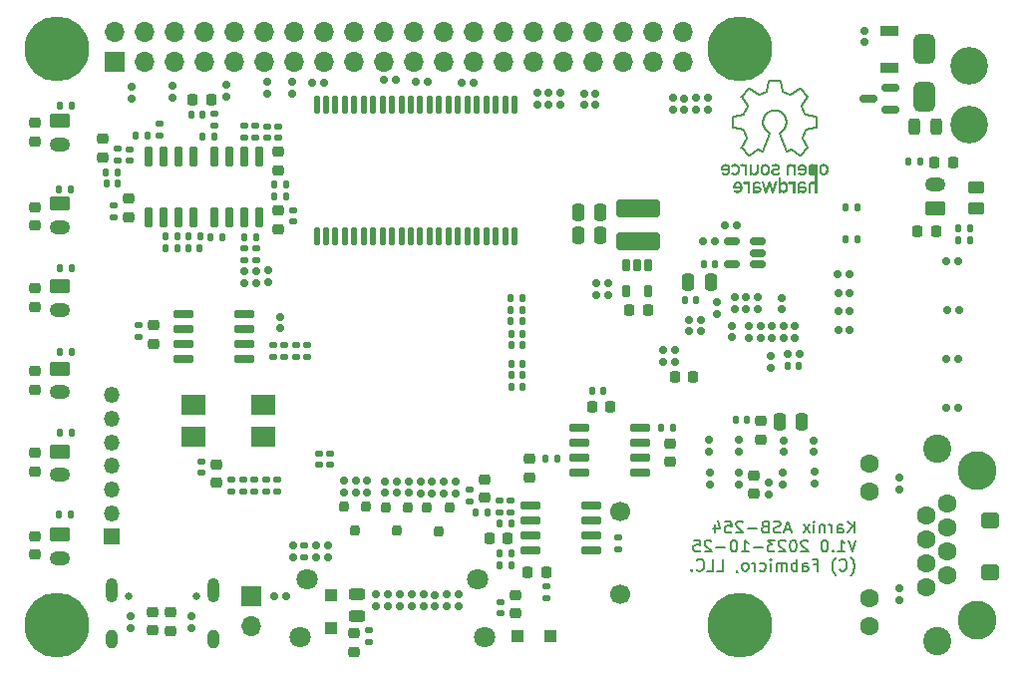
<source format=gbr>
%TF.GenerationSoftware,KiCad,Pcbnew,7.0.2*%
%TF.CreationDate,2023-10-25T03:12:26+05:00*%
%TF.ProjectId,Karnix_ASB,4b61726e-6978-45f4-9153-422e6b696361,V1.0*%
%TF.SameCoordinates,Original*%
%TF.FileFunction,Soldermask,Bot*%
%TF.FilePolarity,Negative*%
%FSLAX46Y46*%
G04 Gerber Fmt 4.6, Leading zero omitted, Abs format (unit mm)*
G04 Created by KiCad (PCBNEW 7.0.2) date 2023-10-25 03:12:26*
%MOMM*%
%LPD*%
G01*
G04 APERTURE LIST*
G04 Aperture macros list*
%AMRoundRect*
0 Rectangle with rounded corners*
0 $1 Rounding radius*
0 $2 $3 $4 $5 $6 $7 $8 $9 X,Y pos of 4 corners*
0 Add a 4 corners polygon primitive as box body*
4,1,4,$2,$3,$4,$5,$6,$7,$8,$9,$2,$3,0*
0 Add four circle primitives for the rounded corners*
1,1,$1+$1,$2,$3*
1,1,$1+$1,$4,$5*
1,1,$1+$1,$6,$7*
1,1,$1+$1,$8,$9*
0 Add four rect primitives between the rounded corners*
20,1,$1+$1,$2,$3,$4,$5,0*
20,1,$1+$1,$4,$5,$6,$7,0*
20,1,$1+$1,$6,$7,$8,$9,0*
20,1,$1+$1,$8,$9,$2,$3,0*%
G04 Aperture macros list end*
%ADD10C,0.200000*%
%ADD11C,0.100000*%
%ADD12C,0.000000*%
%ADD13C,0.150000*%
%ADD14R,1.700000X1.700000*%
%ADD15O,1.700000X1.700000*%
%ADD16C,5.500000*%
%ADD17C,0.650000*%
%ADD18O,1.000000X2.100000*%
%ADD19O,1.000000X1.600000*%
%ADD20RoundRect,0.250000X-0.625000X0.350000X-0.625000X-0.350000X0.625000X-0.350000X0.625000X0.350000X0*%
%ADD21O,1.750000X1.200000*%
%ADD22C,3.200000*%
%ADD23C,3.300000*%
%ADD24C,1.600000*%
%ADD25C,2.400000*%
%ADD26R,1.350000X1.350000*%
%ADD27O,1.350000X1.350000*%
%ADD28C,1.800000*%
%ADD29C,1.700000*%
%ADD30RoundRect,0.250000X0.625000X-0.350000X0.625000X0.350000X-0.625000X0.350000X-0.625000X-0.350000X0*%
%ADD31RoundRect,0.150000X-0.150000X0.150000X-0.150000X-0.150000X0.150000X-0.150000X0.150000X0.150000X0*%
%ADD32RoundRect,0.150000X-0.150000X-0.150000X0.150000X-0.150000X0.150000X0.150000X-0.150000X0.150000X0*%
%ADD33RoundRect,0.200000X-0.200000X0.250000X-0.200000X-0.250000X0.200000X-0.250000X0.200000X0.250000X0*%
%ADD34RoundRect,0.150000X0.150000X-0.150000X0.150000X0.150000X-0.150000X0.150000X-0.150000X-0.150000X0*%
%ADD35RoundRect,0.150000X0.587500X0.150000X-0.587500X0.150000X-0.587500X-0.150000X0.587500X-0.150000X0*%
%ADD36RoundRect,0.150000X0.150000X0.150000X-0.150000X0.150000X-0.150000X-0.150000X0.150000X-0.150000X0*%
%ADD37RoundRect,0.140000X-0.140000X-0.170000X0.140000X-0.170000X0.140000X0.170000X-0.140000X0.170000X0*%
%ADD38RoundRect,0.135000X0.185000X-0.135000X0.185000X0.135000X-0.185000X0.135000X-0.185000X-0.135000X0*%
%ADD39RoundRect,0.400000X1.500000X-0.400000X1.500000X0.400000X-1.500000X0.400000X-1.500000X-0.400000X0*%
%ADD40RoundRect,0.225000X0.575000X-0.225000X0.575000X0.225000X-0.575000X0.225000X-0.575000X-0.225000X0*%
%ADD41RoundRect,0.140000X0.170000X-0.140000X0.170000X0.140000X-0.170000X0.140000X-0.170000X-0.140000X0*%
%ADD42RoundRect,0.140000X-0.170000X0.140000X-0.170000X-0.140000X0.170000X-0.140000X0.170000X0.140000X0*%
%ADD43RoundRect,0.140000X0.140000X0.170000X-0.140000X0.170000X-0.140000X-0.170000X0.140000X-0.170000X0*%
%ADD44RoundRect,0.135000X0.135000X0.185000X-0.135000X0.185000X-0.135000X-0.185000X0.135000X-0.185000X0*%
%ADD45RoundRect,0.135000X-0.135000X-0.185000X0.135000X-0.185000X0.135000X0.185000X-0.135000X0.185000X0*%
%ADD46RoundRect,0.225000X-0.225000X-0.250000X0.225000X-0.250000X0.225000X0.250000X-0.225000X0.250000X0*%
%ADD47RoundRect,0.218750X-0.256250X0.218750X-0.256250X-0.218750X0.256250X-0.218750X0.256250X0.218750X0*%
%ADD48RoundRect,0.135000X-0.185000X0.135000X-0.185000X-0.135000X0.185000X-0.135000X0.185000X0.135000X0*%
%ADD49RoundRect,0.218750X0.256250X-0.218750X0.256250X0.218750X-0.256250X0.218750X-0.256250X-0.218750X0*%
%ADD50RoundRect,0.150000X-0.725000X-0.150000X0.725000X-0.150000X0.725000X0.150000X-0.725000X0.150000X0*%
%ADD51RoundRect,0.450000X-0.450000X0.800000X-0.450000X-0.800000X0.450000X-0.800000X0.450000X0.800000X0*%
%ADD52RoundRect,0.250000X-0.250000X-0.475000X0.250000X-0.475000X0.250000X0.475000X-0.250000X0.475000X0*%
%ADD53RoundRect,0.250000X0.250000X0.475000X-0.250000X0.475000X-0.250000X-0.475000X0.250000X-0.475000X0*%
%ADD54RoundRect,0.225000X-0.250000X0.225000X-0.250000X-0.225000X0.250000X-0.225000X0.250000X0.225000X0*%
%ADD55RoundRect,0.150000X0.512500X0.150000X-0.512500X0.150000X-0.512500X-0.150000X0.512500X-0.150000X0*%
%ADD56RoundRect,0.218750X0.218750X0.256250X-0.218750X0.256250X-0.218750X-0.256250X0.218750X-0.256250X0*%
%ADD57RoundRect,0.275000X-0.275000X0.275000X-0.275000X-0.275000X0.275000X-0.275000X0.275000X0.275000X0*%
%ADD58RoundRect,0.150000X-0.150000X0.725000X-0.150000X-0.725000X0.150000X-0.725000X0.150000X0.725000X0*%
%ADD59RoundRect,0.250000X0.450000X-0.262500X0.450000X0.262500X-0.450000X0.262500X-0.450000X-0.262500X0*%
%ADD60RoundRect,0.150000X0.150000X-0.725000X0.150000X0.725000X-0.150000X0.725000X-0.150000X-0.725000X0*%
%ADD61RoundRect,0.243750X-0.243750X-0.456250X0.243750X-0.456250X0.243750X0.456250X-0.243750X0.456250X0*%
%ADD62RoundRect,0.150000X0.725000X0.150000X-0.725000X0.150000X-0.725000X-0.150000X0.725000X-0.150000X0*%
%ADD63RoundRect,0.137500X0.137500X-0.625000X0.137500X0.625000X-0.137500X0.625000X-0.137500X-0.625000X0*%
%ADD64RoundRect,0.225000X0.225000X0.250000X-0.225000X0.250000X-0.225000X-0.250000X0.225000X-0.250000X0*%
%ADD65R,2.100000X1.700000*%
%ADD66RoundRect,0.225000X0.250000X-0.225000X0.250000X0.225000X-0.250000X0.225000X-0.250000X-0.225000X0*%
%ADD67RoundRect,0.218750X-0.218750X-0.256250X0.218750X-0.256250X0.218750X0.256250X-0.218750X0.256250X0*%
%ADD68RoundRect,0.275000X-0.275000X-0.275000X0.275000X-0.275000X0.275000X0.275000X-0.275000X0.275000X0*%
%ADD69RoundRect,0.350000X-0.450000X0.350000X-0.450000X-0.350000X0.450000X-0.350000X0.450000X0.350000X0*%
%ADD70RoundRect,0.162500X-0.162500X0.367500X-0.162500X-0.367500X0.162500X-0.367500X0.162500X0.367500X0*%
%ADD71RoundRect,0.243750X0.456250X-0.243750X0.456250X0.243750X-0.456250X0.243750X-0.456250X-0.243750X0*%
G04 APERTURE END LIST*
D10*
X173984326Y-54405719D02*
X173986095Y-54406123D01*
X173463466Y-52738455D02*
X173457222Y-52743546D01*
X174318661Y-49577895D02*
X174315193Y-49580069D01*
X170351460Y-51203817D02*
X170348698Y-51207361D01*
X173043368Y-50909151D02*
X173092917Y-50915448D01*
D11*
X175994768Y-56083429D02*
X175997352Y-56095445D01*
D10*
X173662610Y-52572939D02*
X173619500Y-52615927D01*
D11*
X176174184Y-56232377D02*
X176190388Y-56231921D01*
D10*
X175085062Y-49055624D02*
X175081153Y-49056727D01*
X175113299Y-49057092D02*
X175109387Y-49055918D01*
X176483320Y-52346667D02*
X176483753Y-52344689D01*
X175772198Y-54022515D02*
X175771270Y-54020724D01*
X172264469Y-49315872D02*
X172261357Y-49319243D01*
X171892776Y-54406816D02*
X171894604Y-54406687D01*
D11*
X176359577Y-56016079D02*
X176360864Y-55990040D01*
D10*
X170632564Y-50537193D02*
X170632459Y-50541743D01*
X171576643Y-49583700D02*
X171572676Y-49582004D01*
X170774814Y-54722174D02*
X170778818Y-54723028D01*
D11*
X176329774Y-55727615D02*
X176324344Y-55717632D01*
D10*
X171519082Y-54235514D02*
X171523334Y-54234422D01*
X173371382Y-51001675D02*
X173414073Y-51023540D01*
X170110495Y-49751842D02*
X170111252Y-49753714D01*
X171625315Y-49585790D02*
X171621150Y-49586899D01*
X175087106Y-54722851D02*
X175089117Y-54723190D01*
X173979185Y-54403973D02*
X173980867Y-54404643D01*
X172552370Y-52836768D02*
X172551704Y-52834856D01*
X174329940Y-54234291D02*
X174334259Y-54233493D01*
X175109387Y-49055918D02*
X175105383Y-49055061D01*
X173964837Y-54392737D02*
X173966021Y-54394214D01*
X172993088Y-50905328D02*
X173043368Y-50909151D01*
X171881638Y-54405568D02*
X171883499Y-54406022D01*
X175253809Y-50519147D02*
X175254986Y-50514845D01*
X170117960Y-49703662D02*
X170116716Y-49705255D01*
X171612384Y-49588317D02*
X171607854Y-49588632D01*
D11*
X176360862Y-55885563D02*
X176359572Y-55859277D01*
D10*
X174004510Y-54404973D02*
X174006353Y-54404313D01*
X170107520Y-49737974D02*
X170107958Y-49742034D01*
D11*
X176127946Y-56228595D02*
X176142409Y-56230678D01*
D10*
X170753825Y-54710546D02*
X170755283Y-54711933D01*
X175524685Y-51188837D02*
X175257985Y-50566749D01*
X172840914Y-50909151D02*
X172891193Y-50905328D01*
X170119280Y-49702129D02*
X170117960Y-49703662D01*
X175279161Y-53255098D02*
X175280528Y-53251112D01*
X172464580Y-48358014D02*
X172463029Y-48359355D01*
X169400120Y-51435355D02*
X169399877Y-51437363D01*
X175566720Y-52557050D02*
X175570228Y-52554116D01*
X175278062Y-53259272D02*
X175279161Y-53255098D01*
X169419845Y-51403105D02*
X169416669Y-51405672D01*
X175545111Y-51217154D02*
X175541701Y-51214053D01*
X176455647Y-51397951D02*
X176453782Y-51397160D01*
X176469084Y-51407049D02*
X176467571Y-51405670D01*
X173871307Y-52236770D02*
X173860115Y-52265664D01*
X170108725Y-49746032D02*
X170109822Y-49749936D01*
D11*
X176324344Y-55717632D02*
X176318335Y-55708120D01*
D10*
X173433884Y-48377509D02*
X173433099Y-48375647D01*
X170607910Y-53272628D02*
X170607954Y-53277208D01*
X175101318Y-49054523D02*
X175097223Y-49054308D01*
X169406417Y-52359875D02*
X169407497Y-52361619D01*
D12*
G36*
X171818825Y-57633770D02*
G01*
X171818464Y-57649116D01*
X171817384Y-57664214D01*
X171815593Y-57679051D01*
X171813096Y-57693609D01*
X171809900Y-57707874D01*
X171806012Y-57721829D01*
X171801438Y-57735459D01*
X171796185Y-57748747D01*
X171790260Y-57761679D01*
X171783668Y-57774238D01*
X171776417Y-57786408D01*
X171768512Y-57798174D01*
X171759961Y-57809520D01*
X171750770Y-57820430D01*
X171740946Y-57830888D01*
X171730494Y-57840879D01*
X171719422Y-57850387D01*
X171707736Y-57859396D01*
X171695443Y-57867890D01*
X171682549Y-57875853D01*
X171669061Y-57883270D01*
X171654985Y-57890125D01*
X171640328Y-57896402D01*
X171625096Y-57902085D01*
X171609295Y-57907158D01*
X171592934Y-57911607D01*
X171576017Y-57915414D01*
X171558551Y-57918565D01*
X171540543Y-57921042D01*
X171522000Y-57922832D01*
X171502928Y-57923917D01*
X171483333Y-57924282D01*
X171459830Y-57923930D01*
X171437764Y-57922867D01*
X171417078Y-57921086D01*
X171397720Y-57918577D01*
X171379634Y-57915332D01*
X171362765Y-57911343D01*
X171347059Y-57906601D01*
X171332461Y-57901099D01*
X171318917Y-57894826D01*
X171306372Y-57887776D01*
X171294771Y-57879939D01*
X171284060Y-57871307D01*
X171274184Y-57861872D01*
X171265088Y-57851625D01*
X171256717Y-57840558D01*
X171249018Y-57828662D01*
X171245314Y-57828662D01*
X171245314Y-57913011D01*
X171054073Y-57913011D01*
X171054073Y-57579370D01*
X171245261Y-57579370D01*
X171245422Y-57592875D01*
X171245910Y-57605631D01*
X171246736Y-57617660D01*
X171247907Y-57628983D01*
X171249435Y-57639620D01*
X171251326Y-57649592D01*
X171253592Y-57658922D01*
X171256241Y-57667628D01*
X171259283Y-57675733D01*
X171262727Y-57683258D01*
X171266581Y-57690222D01*
X171270856Y-57696648D01*
X171275560Y-57702557D01*
X171280704Y-57707968D01*
X171286295Y-57712904D01*
X171292344Y-57717384D01*
X171298859Y-57721431D01*
X171305851Y-57725065D01*
X171313327Y-57728307D01*
X171321298Y-57731177D01*
X171329773Y-57733698D01*
X171338760Y-57735889D01*
X171348270Y-57737773D01*
X171358311Y-57739369D01*
X171380025Y-57741783D01*
X171403976Y-57743300D01*
X171430239Y-57744087D01*
X171458886Y-57744313D01*
X171482211Y-57743665D01*
X171503733Y-57741771D01*
X171523495Y-57738702D01*
X171541536Y-57734529D01*
X171549925Y-57732051D01*
X171557899Y-57729323D01*
X171565463Y-57726356D01*
X171572623Y-57723157D01*
X171579384Y-57719737D01*
X171585751Y-57716102D01*
X171591729Y-57712264D01*
X171597323Y-57708230D01*
X171602538Y-57704009D01*
X171607380Y-57699611D01*
X171611853Y-57695045D01*
X171615962Y-57690318D01*
X171619714Y-57685441D01*
X171623112Y-57680422D01*
X171626163Y-57675270D01*
X171628870Y-57669995D01*
X171633277Y-57659108D01*
X171636374Y-57647832D01*
X171638203Y-57636240D01*
X171638803Y-57624403D01*
X171638649Y-57617971D01*
X171638186Y-57611686D01*
X171637413Y-57605550D01*
X171636328Y-57599569D01*
X171634930Y-57593746D01*
X171633217Y-57588084D01*
X171631189Y-57582587D01*
X171628844Y-57577260D01*
X171626180Y-57572105D01*
X171623196Y-57567128D01*
X171619891Y-57562330D01*
X171616264Y-57557718D01*
X171612312Y-57553293D01*
X171608035Y-57549060D01*
X171603432Y-57545022D01*
X171598500Y-57541185D01*
X171593239Y-57537550D01*
X171587647Y-57534123D01*
X171581723Y-57530906D01*
X171575466Y-57527904D01*
X171568873Y-57525120D01*
X171561944Y-57522559D01*
X171554678Y-57520223D01*
X171547073Y-57518117D01*
X171539127Y-57516245D01*
X171530840Y-57514610D01*
X171522209Y-57513216D01*
X171513234Y-57512068D01*
X171503913Y-57511167D01*
X171494245Y-57510520D01*
X171484228Y-57510128D01*
X171473862Y-57509997D01*
X171245262Y-57509997D01*
X171245262Y-57579370D01*
X171245261Y-57579370D01*
X171054073Y-57579370D01*
X171054073Y-57264570D01*
X171054543Y-57243066D01*
X171055941Y-57222459D01*
X171058252Y-57202735D01*
X171061459Y-57183880D01*
X171065546Y-57165879D01*
X171070497Y-57148719D01*
X171076296Y-57132386D01*
X171082926Y-57116865D01*
X171090372Y-57102143D01*
X171098617Y-57088205D01*
X171107646Y-57075038D01*
X171117441Y-57062627D01*
X171127987Y-57050959D01*
X171139267Y-57040019D01*
X171151267Y-57029793D01*
X171163968Y-57020267D01*
X171177356Y-57011428D01*
X171191413Y-57003260D01*
X171206125Y-56995751D01*
X171221474Y-56988886D01*
X171237445Y-56982650D01*
X171254021Y-56977031D01*
X171271186Y-56972013D01*
X171288924Y-56967583D01*
X171307219Y-56963727D01*
X171326055Y-56960431D01*
X171365284Y-56955462D01*
X171406482Y-56952562D01*
X171449520Y-56951621D01*
X171475783Y-56952066D01*
X171501179Y-56953426D01*
X171525715Y-56955741D01*
X171549398Y-56959049D01*
X171572238Y-56963389D01*
X171594242Y-56968799D01*
X171615418Y-56975319D01*
X171635773Y-56982987D01*
X171655316Y-56991842D01*
X171674055Y-57001923D01*
X171691997Y-57013268D01*
X171709150Y-57025916D01*
X171725523Y-57039906D01*
X171741123Y-57055277D01*
X171755958Y-57072067D01*
X171770036Y-57090316D01*
X171620070Y-57204616D01*
X171616870Y-57199625D01*
X171613587Y-57194838D01*
X171610213Y-57190254D01*
X171606740Y-57185868D01*
X171603162Y-57181679D01*
X171599471Y-57177682D01*
X171595660Y-57173874D01*
X171591722Y-57170254D01*
X171587649Y-57166817D01*
X171583435Y-57163561D01*
X171579072Y-57160482D01*
X171574553Y-57157578D01*
X171569870Y-57154845D01*
X171565017Y-57152280D01*
X171559987Y-57149881D01*
X171554771Y-57147644D01*
X171549363Y-57145567D01*
X171543755Y-57143645D01*
X171537941Y-57141877D01*
X171531913Y-57140258D01*
X171525664Y-57138787D01*
X171519186Y-57137460D01*
X171512473Y-57136273D01*
X171505517Y-57135225D01*
X171490847Y-57133529D01*
X171475120Y-57132347D01*
X171458276Y-57131657D01*
X171440259Y-57131432D01*
X171415519Y-57131813D01*
X171392594Y-57132981D01*
X171371454Y-57134974D01*
X171352068Y-57137831D01*
X171334408Y-57141589D01*
X171318441Y-57146286D01*
X171304139Y-57151961D01*
X171297603Y-57155177D01*
X171291471Y-57158651D01*
X171285740Y-57162389D01*
X171280406Y-57166395D01*
X171275465Y-57170674D01*
X171270914Y-57175231D01*
X171266749Y-57180070D01*
X171262966Y-57185196D01*
X171259561Y-57190614D01*
X171256531Y-57196329D01*
X171253871Y-57202345D01*
X171251578Y-57208668D01*
X171249648Y-57215301D01*
X171248078Y-57222250D01*
X171246863Y-57229520D01*
X171246000Y-57237115D01*
X171245314Y-57253299D01*
X171245314Y-57352623D01*
X171509580Y-57352623D01*
X171528434Y-57352999D01*
X171546705Y-57354113D01*
X171564394Y-57355947D01*
X171581497Y-57358479D01*
X171598016Y-57361691D01*
X171613948Y-57365564D01*
X171629293Y-57370077D01*
X171644049Y-57375210D01*
X171658215Y-57380946D01*
X171671791Y-57387263D01*
X171684775Y-57394142D01*
X171697166Y-57401564D01*
X171708963Y-57409508D01*
X171720165Y-57417957D01*
X171730771Y-57426889D01*
X171740780Y-57436285D01*
X171750190Y-57446126D01*
X171759001Y-57456391D01*
X171767212Y-57467063D01*
X171774821Y-57478120D01*
X171781828Y-57489543D01*
X171788231Y-57501313D01*
X171794030Y-57513410D01*
X171799222Y-57525815D01*
X171803808Y-57538507D01*
X171807786Y-57551468D01*
X171811154Y-57564678D01*
X171813913Y-57578116D01*
X171816061Y-57591765D01*
X171817596Y-57605603D01*
X171818518Y-57619611D01*
X171818622Y-57624403D01*
X171818825Y-57633770D01*
G37*
D10*
X175771173Y-49757338D02*
X175772104Y-49755547D01*
X175769703Y-49708610D02*
X175768613Y-49706906D01*
X172178158Y-51264348D02*
X172209277Y-51228422D01*
X173607860Y-51161252D02*
X173642248Y-51194036D01*
X173740619Y-52479391D02*
X173703027Y-52527383D01*
X173339213Y-52822490D02*
X173336923Y-52825806D01*
X175115264Y-54720252D02*
X175117141Y-54719473D01*
X175070289Y-49062063D02*
X174318661Y-49577895D01*
X171568937Y-49580069D02*
X171565460Y-49577895D01*
X170801008Y-49056133D02*
X170799044Y-49055624D01*
X173703027Y-52527383D02*
X173662610Y-52572939D01*
X175577659Y-52548929D02*
X175581530Y-52546722D01*
X174314269Y-54240224D02*
X174317877Y-54238328D01*
D11*
X176157811Y-56231948D02*
X176174184Y-56232377D01*
D10*
X172548285Y-52827536D02*
X172547248Y-52825806D01*
X170810447Y-54718204D02*
X170812191Y-54717196D01*
X174009998Y-54402678D02*
X174314269Y-54240224D01*
X172433347Y-52748490D02*
X172427045Y-52743546D01*
X170604382Y-53299647D02*
X170602928Y-53303801D01*
X172454976Y-48368572D02*
X172453871Y-48370280D01*
D11*
X176059266Y-56200568D02*
X176068706Y-56206951D01*
D10*
X175251644Y-50537193D02*
X175251800Y-50532624D01*
X169436184Y-51395320D02*
X169434236Y-51395842D01*
X172554796Y-52852672D02*
X172554786Y-52850658D01*
D11*
X176278591Y-56205641D02*
X176287938Y-56198979D01*
D10*
X170111652Y-49714006D02*
X170110170Y-49717799D01*
X172237990Y-49335225D02*
X172236072Y-49335907D01*
X172466183Y-48356734D02*
X172464580Y-48358014D01*
X172547248Y-52825806D02*
X172546140Y-52824123D01*
D12*
G36*
X169599036Y-55452440D02*
G01*
X169619361Y-55454513D01*
X169639531Y-55457438D01*
X169659507Y-55461227D01*
X169679252Y-55465894D01*
X169698729Y-55471452D01*
X169717901Y-55477914D01*
X169736729Y-55485293D01*
X169755177Y-55493601D01*
X169773208Y-55502853D01*
X169790783Y-55513060D01*
X169807865Y-55524236D01*
X169824418Y-55536394D01*
X169840403Y-55549547D01*
X169855783Y-55563709D01*
X169870520Y-55578891D01*
X169884578Y-55595107D01*
X169897919Y-55612370D01*
X169910506Y-55630694D01*
X169922300Y-55650090D01*
X169933266Y-55670573D01*
X169943364Y-55692155D01*
X169952558Y-55714849D01*
X169960811Y-55738668D01*
X169968085Y-55763625D01*
X169974342Y-55789734D01*
X169979546Y-55817007D01*
X169983658Y-55845457D01*
X169986641Y-55875097D01*
X169988459Y-55905941D01*
X169989073Y-55938002D01*
X169988459Y-55969912D01*
X169986641Y-56000616D01*
X169983658Y-56030124D01*
X169979546Y-56058450D01*
X169974342Y-56085607D01*
X169968085Y-56111607D01*
X169960811Y-56136464D01*
X169952558Y-56160189D01*
X169943364Y-56182796D01*
X169933266Y-56204298D01*
X169922300Y-56224707D01*
X169910506Y-56244035D01*
X169897919Y-56262297D01*
X169884578Y-56279504D01*
X169870520Y-56295669D01*
X169855783Y-56310805D01*
X169840403Y-56324926D01*
X169824418Y-56338042D01*
X169807865Y-56350168D01*
X169790783Y-56361316D01*
X169773208Y-56371499D01*
X169755177Y-56380729D01*
X169736729Y-56389020D01*
X169717901Y-56396384D01*
X169679252Y-56408382D01*
X169639531Y-56416826D01*
X169599036Y-56421817D01*
X169558067Y-56423458D01*
X169531361Y-56422656D01*
X169505358Y-56420291D01*
X169480063Y-56416427D01*
X169455479Y-56411127D01*
X169431607Y-56404455D01*
X169408453Y-56396474D01*
X169386018Y-56387247D01*
X169364306Y-56376839D01*
X169343320Y-56365311D01*
X169323064Y-56352729D01*
X169303540Y-56339154D01*
X169284751Y-56324651D01*
X169266702Y-56309283D01*
X169249394Y-56293114D01*
X169232832Y-56276206D01*
X169217018Y-56258623D01*
X169357565Y-56133052D01*
X169366586Y-56143743D01*
X169376076Y-56154002D01*
X169386022Y-56163794D01*
X169396410Y-56173084D01*
X169407227Y-56181835D01*
X169418457Y-56190013D01*
X169430088Y-56197581D01*
X169442106Y-56204503D01*
X169454497Y-56210745D01*
X169467246Y-56216270D01*
X169480340Y-56221043D01*
X169493765Y-56225028D01*
X169507508Y-56228190D01*
X169521553Y-56230492D01*
X169528686Y-56231310D01*
X169535888Y-56231900D01*
X169543160Y-56232257D01*
X169550499Y-56232377D01*
X169564892Y-56232118D01*
X169578907Y-56231337D01*
X169592539Y-56230028D01*
X169605783Y-56228186D01*
X169618633Y-56225806D01*
X169631085Y-56222882D01*
X169643133Y-56219409D01*
X169654772Y-56215380D01*
X169665997Y-56210791D01*
X169676803Y-56205637D01*
X169687183Y-56199911D01*
X169697135Y-56193608D01*
X169706651Y-56186723D01*
X169715727Y-56179251D01*
X169724358Y-56171185D01*
X169732539Y-56162520D01*
X169740264Y-56153252D01*
X169747528Y-56143374D01*
X169754326Y-56132880D01*
X169760653Y-56121766D01*
X169766504Y-56110026D01*
X169771873Y-56097655D01*
X169776755Y-56084646D01*
X169781145Y-56070995D01*
X169785039Y-56056696D01*
X169788430Y-56041744D01*
X169791313Y-56026133D01*
X169793684Y-56009857D01*
X169795537Y-55992912D01*
X169796867Y-55975291D01*
X169797669Y-55956989D01*
X169797937Y-55938002D01*
X169796868Y-55900406D01*
X169793686Y-55865574D01*
X169791316Y-55849180D01*
X169788434Y-55833459D01*
X169785045Y-55818406D01*
X169781153Y-55804015D01*
X169776764Y-55790280D01*
X169771883Y-55777194D01*
X169766516Y-55764753D01*
X169760667Y-55752951D01*
X169754342Y-55741781D01*
X169747545Y-55731237D01*
X169740283Y-55721315D01*
X169732559Y-55712008D01*
X169724380Y-55703310D01*
X169715750Y-55695215D01*
X169706674Y-55687718D01*
X169697158Y-55680813D01*
X169687207Y-55674494D01*
X169676826Y-55668755D01*
X169666020Y-55663590D01*
X169654795Y-55658993D01*
X169643155Y-55654960D01*
X169631105Y-55651482D01*
X169618651Y-55648556D01*
X169605798Y-55646175D01*
X169578916Y-55643025D01*
X169550499Y-55641986D01*
X169535888Y-55642463D01*
X169521551Y-55643870D01*
X169507503Y-55646173D01*
X169493758Y-55649334D01*
X169480329Y-55653320D01*
X169467232Y-55658093D01*
X169454479Y-55663618D01*
X169442086Y-55669860D01*
X169430067Y-55676782D01*
X169418434Y-55684350D01*
X169407203Y-55692528D01*
X169396388Y-55701279D01*
X169386002Y-55710569D01*
X169376061Y-55720361D01*
X169366577Y-55730620D01*
X169357565Y-55741310D01*
X169217018Y-55615739D01*
X169232841Y-55598129D01*
X169249411Y-55581198D01*
X169266726Y-55565010D01*
X169284781Y-55549627D01*
X169303573Y-55535112D01*
X169323100Y-55521530D01*
X169343359Y-55508941D01*
X169364345Y-55497410D01*
X169386056Y-55487000D01*
X169408489Y-55477774D01*
X169431641Y-55469793D01*
X169455508Y-55463123D01*
X169480087Y-55457825D01*
X169505376Y-55453963D01*
X169518285Y-55452590D01*
X169531370Y-55451599D01*
X169544631Y-55450999D01*
X169558067Y-55450798D01*
X169599036Y-55452440D01*
G37*
D10*
X169399687Y-51441408D02*
X169399793Y-52336705D01*
X169404476Y-52356270D02*
X169405410Y-52358090D01*
D11*
X176219935Y-55645991D02*
X176205624Y-55643787D01*
D10*
X175105436Y-54722975D02*
X175109440Y-54722121D01*
X175530247Y-51200169D02*
X175528061Y-51196442D01*
X174290069Y-49588028D02*
X174285489Y-49588485D01*
X170631314Y-50523567D02*
X170631990Y-50528071D01*
X173860115Y-52265664D02*
X173848052Y-52294113D01*
X170756807Y-54713245D02*
X170758393Y-54714481D01*
X176459268Y-51399781D02*
X176457476Y-51398825D01*
X174325747Y-54235363D02*
X174329940Y-54234291D01*
X174369300Y-54236840D02*
X174373229Y-54238462D01*
D11*
X176346279Y-55771610D02*
X176342877Y-55760066D01*
D10*
X171922579Y-54387918D02*
X171923473Y-54386152D01*
X176484094Y-52342695D02*
X176484340Y-52340690D01*
D11*
X176361465Y-55911925D02*
X176360862Y-55885563D01*
D10*
X171970694Y-52086180D02*
X171960435Y-52023393D01*
X172428759Y-51047381D02*
X172470220Y-51023540D01*
X175257985Y-50566749D02*
X175256267Y-50563024D01*
X170115121Y-54017338D02*
X170114018Y-54019032D01*
X170804949Y-54720721D02*
X170806822Y-54719966D01*
D11*
X176361615Y-55938107D02*
X176361465Y-55911925D01*
D10*
X170112069Y-54022567D02*
X170111223Y-54024401D01*
X175276992Y-53286327D02*
X175276525Y-53281751D01*
X175773710Y-49751842D02*
X175774386Y-49749936D01*
X174000799Y-54405987D02*
X174002658Y-54405531D01*
X170597138Y-53314975D02*
X170115121Y-54017338D01*
D11*
X176359572Y-55859277D02*
X176357361Y-55833327D01*
X176101724Y-55652262D02*
X176089906Y-55656621D01*
D10*
X175124228Y-54715590D02*
X175125875Y-54714429D01*
X172536515Y-52813960D02*
X172534888Y-52812783D01*
D11*
X176353998Y-55807969D02*
X176351810Y-55795594D01*
D10*
X169423411Y-52377313D02*
X169425160Y-52378343D01*
X173977538Y-54403217D02*
X173979185Y-54403973D01*
D11*
X175986951Y-56019537D02*
X175989176Y-56045746D01*
D10*
X175768613Y-49706906D02*
X175767447Y-49705255D01*
X169402149Y-52350616D02*
X169402844Y-52352529D01*
X170115549Y-49706906D02*
X170114459Y-49708610D01*
X173343160Y-52817932D02*
X173341777Y-52819391D01*
X174365190Y-54235484D02*
X174369300Y-54236840D01*
X172549250Y-52829310D02*
X172548285Y-52827536D01*
X171983240Y-51646712D02*
X171996582Y-51599727D01*
X175073789Y-54718152D02*
X175075583Y-54719075D01*
X173603545Y-49285001D02*
X173436117Y-48385259D01*
X173982582Y-54405225D02*
X173984326Y-54405719D01*
X172258076Y-49322419D02*
X172254646Y-49325373D01*
X176455576Y-52380110D02*
X176457404Y-52379241D01*
X172209277Y-51228422D02*
X172242060Y-51194036D01*
X172439609Y-52753201D02*
X172433347Y-52748490D01*
X174343143Y-54232713D02*
X174347639Y-54232730D01*
X172243697Y-49332645D02*
X172241805Y-49333591D01*
X171507334Y-54240393D02*
X171511049Y-54238499D01*
D11*
X176318335Y-55708120D02*
X176311716Y-55699111D01*
D10*
X175767552Y-54072857D02*
X175768717Y-54071205D01*
D11*
X176245886Y-55652844D02*
X176233346Y-55649021D01*
D10*
X172077509Y-52376618D02*
X172049181Y-52322098D01*
X173444647Y-52753200D02*
X173438531Y-52757591D01*
X175776035Y-49725720D02*
X175775176Y-49721714D01*
X173636613Y-49330512D02*
X173632953Y-49328080D01*
D12*
G36*
X171008035Y-56028013D02*
G01*
X171008270Y-56039973D01*
X171008967Y-56051611D01*
X171010116Y-56062924D01*
X171011707Y-56073908D01*
X171013731Y-56084559D01*
X171016177Y-56094873D01*
X171019037Y-56104846D01*
X171022298Y-56114474D01*
X171025952Y-56123755D01*
X171029990Y-56132683D01*
X171034399Y-56141256D01*
X171039172Y-56149468D01*
X171044298Y-56157318D01*
X171049767Y-56164800D01*
X171055568Y-56171911D01*
X171061693Y-56178646D01*
X171068131Y-56185004D01*
X171074872Y-56190978D01*
X171081907Y-56196567D01*
X171089224Y-56201765D01*
X171096816Y-56206569D01*
X171104670Y-56210975D01*
X171112778Y-56214980D01*
X171121130Y-56218579D01*
X171129715Y-56221770D01*
X171138524Y-56224547D01*
X171147547Y-56226907D01*
X171156774Y-56228847D01*
X171166194Y-56230362D01*
X171175798Y-56231449D01*
X171185577Y-56232105D01*
X171195519Y-56232324D01*
X171205620Y-56232105D01*
X171215547Y-56231449D01*
X171225291Y-56230362D01*
X171234841Y-56228847D01*
X171244188Y-56226907D01*
X171253324Y-56224547D01*
X171262237Y-56221770D01*
X171270918Y-56218579D01*
X171279358Y-56214980D01*
X171287547Y-56210975D01*
X171295475Y-56206569D01*
X171303134Y-56201765D01*
X171310512Y-56196567D01*
X171317602Y-56190978D01*
X171324392Y-56185004D01*
X171330873Y-56178646D01*
X171337036Y-56171911D01*
X171342872Y-56164800D01*
X171348370Y-56157318D01*
X171353520Y-56149468D01*
X171358314Y-56141256D01*
X171362742Y-56132683D01*
X171366793Y-56123755D01*
X171370459Y-56114474D01*
X171373730Y-56104846D01*
X171376595Y-56094873D01*
X171379047Y-56084559D01*
X171381074Y-56073908D01*
X171382667Y-56062924D01*
X171383817Y-56051611D01*
X171384514Y-56039973D01*
X171384749Y-56028013D01*
X171384749Y-55462068D01*
X171575831Y-55462068D01*
X171575831Y-56093682D01*
X171575343Y-56113587D01*
X171573900Y-56132895D01*
X171571538Y-56151607D01*
X171568290Y-56169718D01*
X171564191Y-56187227D01*
X171559275Y-56204131D01*
X171553576Y-56220427D01*
X171547130Y-56236114D01*
X171539969Y-56251189D01*
X171532130Y-56265650D01*
X171523644Y-56279493D01*
X171514549Y-56292718D01*
X171504876Y-56305320D01*
X171494661Y-56317299D01*
X171483939Y-56328651D01*
X171472743Y-56339374D01*
X171461108Y-56349466D01*
X171449068Y-56358924D01*
X171436657Y-56367747D01*
X171423910Y-56375930D01*
X171410862Y-56383473D01*
X171397545Y-56390373D01*
X171383996Y-56396627D01*
X171370247Y-56402232D01*
X171356335Y-56407188D01*
X171342291Y-56411490D01*
X171313952Y-56418126D01*
X171285503Y-56422122D01*
X171271323Y-56423124D01*
X171257220Y-56423458D01*
X171238771Y-56423019D01*
X171220644Y-56421700D01*
X171202860Y-56419502D01*
X171185437Y-56416425D01*
X171168395Y-56412470D01*
X171151755Y-56407636D01*
X171135535Y-56401924D01*
X171119756Y-56395333D01*
X171104437Y-56387865D01*
X171089597Y-56379518D01*
X171075257Y-56370294D01*
X171061437Y-56360192D01*
X171048155Y-56349213D01*
X171035432Y-56337356D01*
X171023287Y-56324622D01*
X171011739Y-56311011D01*
X171008035Y-56311011D01*
X171008035Y-56412294D01*
X170816953Y-56412294D01*
X170816953Y-55462068D01*
X171008035Y-55462068D01*
X171008035Y-56028013D01*
G37*
D10*
X169415347Y-52371080D02*
X169416861Y-52372460D01*
X172490376Y-48346883D02*
X172488371Y-48347130D01*
X172538082Y-52815213D02*
X172536515Y-52813960D01*
X171898207Y-54406153D02*
X171899976Y-54405750D01*
X170107365Y-54044254D02*
X170107580Y-54048354D01*
X175283066Y-53307711D02*
X175281360Y-53303748D01*
X170767116Y-54719526D02*
X170770903Y-54721006D01*
X170107580Y-54048354D02*
X170108118Y-54052425D01*
X170107913Y-54036091D02*
X170107475Y-54040156D01*
X172552958Y-52838705D02*
X172552370Y-52836768D01*
X169428774Y-52380162D02*
X169430634Y-52380946D01*
D11*
X176351810Y-55795594D02*
X176349247Y-55783463D01*
X175992564Y-56071122D02*
X175994768Y-56083429D01*
D10*
X170107619Y-49729786D02*
X170107408Y-49733880D01*
X175280528Y-53251112D02*
X175282168Y-53247348D01*
X170114018Y-54019032D02*
X170113001Y-54020776D01*
X173430250Y-48370280D02*
X173429146Y-48368572D01*
X172544963Y-52822490D02*
X172543718Y-52820912D01*
X171565460Y-49577895D02*
X170813779Y-49062063D01*
X169402009Y-51427487D02*
X169401403Y-51429423D01*
X172414764Y-52733305D02*
X172409005Y-52728183D01*
X175597445Y-52541017D02*
X176445964Y-52383113D01*
X169420042Y-52375027D02*
X169421705Y-52376206D01*
X170812191Y-54717196D02*
X170813885Y-54716103D01*
X175776793Y-49733880D02*
X175776575Y-49729786D01*
X173435187Y-48381329D02*
X173434581Y-48379404D01*
X175072040Y-54717144D02*
X175073789Y-54718152D01*
X169408646Y-52363321D02*
X169409862Y-52364976D01*
X172478603Y-48349727D02*
X172476721Y-48350502D01*
X170605117Y-53255151D02*
X170606213Y-53259325D01*
X173189574Y-50935211D02*
X173236557Y-50948553D01*
X176467571Y-51405670D02*
X176466005Y-51404354D01*
D11*
X176287915Y-55675425D02*
X176278569Y-55668751D01*
X176190388Y-56231921D02*
X176205633Y-56230576D01*
D10*
X172449540Y-48379404D02*
X172448933Y-48381329D01*
X173611501Y-49304847D02*
X173609300Y-49300955D01*
D11*
X176349261Y-56091352D02*
X176354008Y-56066996D01*
D10*
X169418427Y-52373777D02*
X169420042Y-52375027D01*
X173605768Y-49293003D02*
X173604481Y-49288995D01*
X170770903Y-54721006D02*
X170774814Y-54722174D01*
X170607741Y-53281803D02*
X170607275Y-53286379D01*
X173329493Y-52848645D02*
X173329395Y-52852672D01*
X172534888Y-52812783D02*
X172533201Y-52811685D01*
X173848052Y-52294113D02*
X173835135Y-52322098D01*
X175127465Y-54713192D02*
X175128993Y-54711881D01*
X170335478Y-51220063D02*
X170331763Y-51222756D01*
X172694711Y-50935211D02*
X172742610Y-50924155D01*
X170114026Y-49759082D02*
X170115120Y-49760775D01*
X173433099Y-48375647D02*
X173432230Y-48373820D01*
X173632953Y-49328080D02*
X173629398Y-49325373D01*
X175572167Y-51232201D02*
X175568144Y-51230923D01*
X170624136Y-50502983D02*
X170626071Y-50506729D01*
X169425160Y-52378343D02*
X169426949Y-52379294D01*
X172264814Y-52615927D02*
X172221702Y-52572938D01*
X175252885Y-50523567D02*
X175253809Y-50519147D01*
X169413703Y-51408493D02*
X169410965Y-51411543D01*
X169438157Y-51394894D02*
X169436184Y-51395320D01*
X170109191Y-54030122D02*
X170108682Y-54032090D01*
X170765214Y-49059442D02*
X170763416Y-49060381D01*
X170334053Y-52578010D02*
X170335808Y-52581827D01*
X170626190Y-50566749D02*
X170359542Y-51188837D01*
X170298873Y-52544856D02*
X170302810Y-52546774D01*
X169401016Y-52346719D02*
X169401539Y-52348679D01*
X175770258Y-54018979D02*
X175769160Y-54017286D01*
D11*
X176174184Y-55641986D02*
X176157811Y-55642415D01*
D10*
X169403620Y-52354415D02*
X169404476Y-52356270D01*
X170108256Y-54034081D02*
X170107913Y-54036091D01*
X173414073Y-51023540D02*
X173455537Y-51047381D01*
X176484394Y-51437320D02*
X176484148Y-51435316D01*
X173407419Y-48350502D02*
X173405540Y-48349727D01*
X170782816Y-49054523D02*
X170778755Y-49055061D01*
X172550961Y-52832974D02*
X172550142Y-52831124D01*
X175770157Y-49759082D02*
X175771173Y-49757338D01*
X176480783Y-51423672D02*
X176479931Y-51421823D01*
D11*
X176190383Y-55642441D02*
X176174184Y-55641986D01*
D10*
X170761663Y-49061396D02*
X170759960Y-49062489D01*
X170770843Y-49057092D02*
X170768932Y-49057797D01*
X173913635Y-52086180D02*
X173907042Y-52117060D01*
X173329395Y-52852672D02*
X173329648Y-52856687D01*
X173987888Y-54406437D02*
X173989700Y-54406658D01*
D12*
G36*
X172522049Y-55973441D02*
G01*
X172520970Y-56007829D01*
X172519149Y-56039611D01*
X172516566Y-56068976D01*
X172513203Y-56096112D01*
X172509041Y-56121210D01*
X172504060Y-56144458D01*
X172498242Y-56166046D01*
X172491567Y-56186164D01*
X172484017Y-56204999D01*
X172475572Y-56222742D01*
X172466215Y-56239583D01*
X172455925Y-56255709D01*
X172444683Y-56271311D01*
X172432471Y-56286578D01*
X172419270Y-56301699D01*
X172409005Y-56312641D01*
X172397871Y-56323612D01*
X172385832Y-56334511D01*
X172372852Y-56345236D01*
X172358896Y-56355685D01*
X172343927Y-56365758D01*
X172327911Y-56375352D01*
X172310811Y-56384367D01*
X172301844Y-56388626D01*
X172292592Y-56392701D01*
X172283051Y-56396581D01*
X172273218Y-56400253D01*
X172263086Y-56403704D01*
X172252653Y-56406922D01*
X172241913Y-56409893D01*
X172230861Y-56412605D01*
X172219495Y-56415045D01*
X172207808Y-56417201D01*
X172195796Y-56419061D01*
X172183456Y-56420610D01*
X172170782Y-56421838D01*
X172157771Y-56422730D01*
X172144417Y-56423275D01*
X172130716Y-56423459D01*
X172103642Y-56422730D01*
X172077940Y-56420610D01*
X172053575Y-56417201D01*
X172030509Y-56412605D01*
X172008707Y-56406921D01*
X171988134Y-56400253D01*
X171968752Y-56392701D01*
X171950528Y-56384367D01*
X171933423Y-56375352D01*
X171917404Y-56365757D01*
X171902433Y-56355685D01*
X171888475Y-56345235D01*
X171875494Y-56334511D01*
X171863455Y-56323612D01*
X171852320Y-56312641D01*
X171842055Y-56301699D01*
X171828855Y-56286577D01*
X171816647Y-56271309D01*
X171805410Y-56255705D01*
X171795127Y-56239575D01*
X171785777Y-56222732D01*
X171777342Y-56204986D01*
X171769801Y-56186147D01*
X171763137Y-56166027D01*
X171757328Y-56144437D01*
X171752357Y-56121187D01*
X171748203Y-56096089D01*
X171744848Y-56068954D01*
X171742272Y-56039592D01*
X171740456Y-56007814D01*
X171739381Y-55973432D01*
X171739044Y-55938108D01*
X171930214Y-55938108D01*
X171930764Y-55984983D01*
X171931480Y-56005338D01*
X171932516Y-56023857D01*
X171933893Y-56040706D01*
X171935628Y-56056050D01*
X171937743Y-56070053D01*
X171940255Y-56082881D01*
X171943186Y-56094699D01*
X171946555Y-56105672D01*
X171950380Y-56115965D01*
X171954682Y-56125743D01*
X171959480Y-56135171D01*
X171964794Y-56144413D01*
X171970642Y-56153636D01*
X171977046Y-56163004D01*
X171979773Y-56166667D01*
X171982681Y-56170271D01*
X171989025Y-56177288D01*
X171996039Y-56184026D01*
X172003684Y-56190453D01*
X172011922Y-56196539D01*
X172020715Y-56202255D01*
X172030024Y-56207571D01*
X172039812Y-56212455D01*
X172050039Y-56216877D01*
X172060667Y-56220808D01*
X172071659Y-56224217D01*
X172082974Y-56227075D01*
X172094577Y-56229349D01*
X172106426Y-56231012D01*
X172118486Y-56232031D01*
X172130716Y-56232378D01*
X172142929Y-56232032D01*
X172154975Y-56231014D01*
X172166815Y-56229354D01*
X172178411Y-56227082D01*
X172189723Y-56224228D01*
X172200713Y-56220822D01*
X172211340Y-56216894D01*
X172221567Y-56212475D01*
X172231355Y-56207593D01*
X172240663Y-56202279D01*
X172249454Y-56196563D01*
X172257689Y-56190475D01*
X172265327Y-56184045D01*
X172272332Y-56177304D01*
X172278662Y-56170280D01*
X172284280Y-56163004D01*
X172290685Y-56153636D01*
X172296537Y-56144410D01*
X172301856Y-56135158D01*
X172306661Y-56125714D01*
X172310971Y-56115909D01*
X172314805Y-56105575D01*
X172318183Y-56094544D01*
X172321123Y-56082650D01*
X172323646Y-56069723D01*
X172325770Y-56055597D01*
X172327515Y-56040104D01*
X172328899Y-56023076D01*
X172329942Y-56004344D01*
X172330663Y-55983742D01*
X172331082Y-55961102D01*
X172331217Y-55936256D01*
X172330663Y-55889376D01*
X172329942Y-55869017D01*
X172328899Y-55850492D01*
X172327515Y-55833637D01*
X172325770Y-55818286D01*
X172323646Y-55804277D01*
X172321123Y-55791443D01*
X172318183Y-55779620D01*
X172314805Y-55768645D01*
X172310971Y-55758352D01*
X172306661Y-55748576D01*
X172301856Y-55739154D01*
X172296537Y-55729920D01*
X172290685Y-55720710D01*
X172284280Y-55711360D01*
X172281563Y-55707697D01*
X172278662Y-55704093D01*
X172272332Y-55697075D01*
X172265327Y-55690338D01*
X172257689Y-55683911D01*
X172249454Y-55677824D01*
X172240663Y-55672108D01*
X172231355Y-55666793D01*
X172221567Y-55661909D01*
X172211340Y-55657486D01*
X172200713Y-55653555D01*
X172189723Y-55650146D01*
X172178411Y-55647289D01*
X172166815Y-55645014D01*
X172154975Y-55643352D01*
X172142929Y-55642332D01*
X172130716Y-55641986D01*
X172118486Y-55642332D01*
X172106426Y-55643350D01*
X172094577Y-55645009D01*
X172082974Y-55647281D01*
X172071659Y-55650135D01*
X172060667Y-55653541D01*
X172050039Y-55657469D01*
X172039812Y-55661889D01*
X172030024Y-55666771D01*
X172020715Y-55672085D01*
X172011922Y-55677800D01*
X172003684Y-55683888D01*
X171996039Y-55690318D01*
X171989025Y-55697060D01*
X171982681Y-55704084D01*
X171977046Y-55711360D01*
X171970642Y-55720710D01*
X171964794Y-55729923D01*
X171959480Y-55739166D01*
X171954682Y-55748605D01*
X171950380Y-55758408D01*
X171946555Y-55768742D01*
X171943186Y-55779775D01*
X171940255Y-55791674D01*
X171937743Y-55804606D01*
X171935628Y-55818739D01*
X171933893Y-55834239D01*
X171932516Y-55851274D01*
X171931480Y-55870011D01*
X171930764Y-55890617D01*
X171930349Y-55913261D01*
X171930214Y-55938108D01*
X171739044Y-55938108D01*
X171739026Y-55936256D01*
X171739381Y-55899388D01*
X171740456Y-55865278D01*
X171742272Y-55833739D01*
X171744848Y-55804584D01*
X171748203Y-55777626D01*
X171752357Y-55752678D01*
X171757328Y-55729553D01*
X171763137Y-55708065D01*
X171769801Y-55688028D01*
X171777342Y-55669253D01*
X171785777Y-55651554D01*
X171795127Y-55634745D01*
X171805410Y-55618638D01*
X171816647Y-55603047D01*
X171828855Y-55587785D01*
X171842055Y-55572665D01*
X171852320Y-55561721D01*
X171863455Y-55550747D01*
X171875494Y-55539843D01*
X171888475Y-55529111D01*
X171902433Y-55518654D01*
X171917404Y-55508572D01*
X171933423Y-55498968D01*
X171950528Y-55489943D01*
X171959498Y-55485680D01*
X171968752Y-55481599D01*
X171978296Y-55477714D01*
X171988133Y-55474038D01*
X171998269Y-55470582D01*
X172008707Y-55467360D01*
X172019452Y-55464385D01*
X172030509Y-55461669D01*
X172041881Y-55459225D01*
X172053575Y-55457066D01*
X172065593Y-55455204D01*
X172077940Y-55453652D01*
X172090622Y-55452422D01*
X172103642Y-55451529D01*
X172117005Y-55450983D01*
X172130716Y-55450798D01*
X172157770Y-55451529D01*
X172183456Y-55453652D01*
X172207807Y-55457066D01*
X172230861Y-55461669D01*
X172252653Y-55467361D01*
X172273218Y-55474038D01*
X172292592Y-55481599D01*
X172310811Y-55489943D01*
X172327911Y-55498968D01*
X172343927Y-55508573D01*
X172358895Y-55518654D01*
X172372852Y-55529112D01*
X172385832Y-55539843D01*
X172397871Y-55550747D01*
X172409005Y-55561721D01*
X172419270Y-55572665D01*
X172432471Y-55587793D01*
X172444683Y-55603062D01*
X172455925Y-55618657D01*
X172466215Y-55634767D01*
X172475572Y-55651577D01*
X172484017Y-55669276D01*
X172491567Y-55688049D01*
X172498242Y-55708085D01*
X172504060Y-55729570D01*
X172509041Y-55752692D01*
X172513203Y-55777636D01*
X172516566Y-55804591D01*
X172519149Y-55833744D01*
X172520970Y-55865281D01*
X172522049Y-55899389D01*
X172522405Y-55936256D01*
X172522049Y-55973441D01*
G37*
D10*
X173334917Y-52829310D02*
X173333206Y-52832974D01*
X173429146Y-48368572D02*
X173427968Y-48366909D01*
X172512910Y-51001675D02*
X172556766Y-50981847D01*
X171523334Y-54234422D02*
X171527697Y-54233600D01*
X174360936Y-54234394D02*
X174365190Y-54235484D01*
D11*
X175989176Y-55829353D02*
X175986951Y-55855779D01*
D10*
X169402844Y-52352529D02*
X169403620Y-52354415D01*
X175773040Y-54024349D02*
X175772198Y-54022515D01*
X174307501Y-49583700D02*
X174303347Y-49585152D01*
X172049704Y-51464899D02*
X172071568Y-51422207D01*
D11*
X176329795Y-56146939D02*
X176334673Y-56136558D01*
D10*
X170110461Y-54026274D02*
X170109784Y-54028183D01*
X170108151Y-49725720D02*
X170107619Y-49729786D01*
X173980867Y-54404643D02*
X173982582Y-54405225D01*
X169432526Y-52381641D02*
X169434447Y-52382244D01*
X175557339Y-52566936D02*
X175560250Y-52563483D01*
X171911451Y-54400485D02*
X171912923Y-54399398D01*
X170348698Y-51207361D02*
X170345692Y-51210781D01*
X170110150Y-54060355D02*
X170110855Y-54062271D01*
X173891014Y-52177709D02*
X173881612Y-52207446D01*
X173806805Y-52376618D02*
X173775256Y-52429092D01*
X169413888Y-52369638D02*
X169415347Y-52371080D01*
X169399993Y-52340742D02*
X169400240Y-52342748D01*
X171607854Y-49588632D02*
X171603271Y-49588687D01*
X171923473Y-54386152D02*
X171924288Y-54384316D01*
X172239902Y-49334452D02*
X172237990Y-49335225D01*
X175252752Y-50550651D02*
X175252118Y-50546240D01*
X174338672Y-54232968D02*
X174343143Y-54232713D01*
X175262165Y-50499492D02*
X175769054Y-49760775D01*
X175097223Y-49054308D02*
X175093128Y-49054417D01*
X171914343Y-54398232D02*
X171915708Y-54396986D01*
X171545585Y-54233006D02*
X171549997Y-54233535D01*
X172247434Y-49330512D02*
X172243697Y-49332645D01*
X170786978Y-54723781D02*
X170791073Y-54723674D01*
X173425408Y-48363728D02*
X173422593Y-48360757D01*
X171905114Y-54404007D02*
X171906759Y-54403252D01*
X176453782Y-51397160D02*
X176451884Y-51396456D01*
X172553945Y-52860658D02*
X172554294Y-52858680D01*
X175075583Y-54719075D02*
X175077420Y-54719914D01*
X172474870Y-48351356D02*
X172473053Y-48352288D01*
X175287195Y-53314923D02*
X175285011Y-53311447D01*
X170317586Y-52557103D02*
X170320911Y-52560233D01*
X175528061Y-51196442D02*
X175526198Y-51192657D01*
X171953358Y-51843211D02*
X171957181Y-51792927D01*
X170342470Y-51214053D02*
X170339056Y-51217154D01*
D11*
X176287938Y-56198979D02*
X176296558Y-56191688D01*
D10*
X174002658Y-54405531D02*
X174004510Y-54404973D01*
X175774386Y-49749936D02*
X175774978Y-49747997D01*
X176457404Y-52379241D02*
X176459193Y-52378290D01*
X173998938Y-54406343D02*
X174000799Y-54405987D01*
X175277231Y-53263599D02*
X175278062Y-53259272D01*
D11*
X176012074Y-55734504D02*
X176007676Y-55745125D01*
D10*
X176451819Y-52381588D02*
X176453714Y-52380893D01*
D11*
X176311739Y-56175350D02*
X176318357Y-56166368D01*
D10*
X169399732Y-51439382D02*
X169399687Y-51441408D01*
X176457476Y-51398825D02*
X176455647Y-51397951D01*
X173604481Y-49288995D02*
X173603545Y-49285001D01*
X172310490Y-52656217D02*
X172264814Y-52615927D01*
X175079242Y-49057404D02*
X175077367Y-49058165D01*
X174294596Y-49587319D02*
X174290069Y-49588028D01*
X173963720Y-54391186D02*
X173964837Y-54392737D01*
X176474560Y-51413140D02*
X176473282Y-51411537D01*
X170759960Y-49062489D02*
X170758310Y-49063658D01*
D11*
X176035229Y-55696627D02*
X176028546Y-55705350D01*
D10*
X175117088Y-49058581D02*
X175113299Y-49057092D01*
X175254824Y-50559077D02*
X175253653Y-50554942D01*
D12*
G36*
X177498916Y-55973441D02*
G01*
X177497840Y-56007829D01*
X177496024Y-56039611D01*
X177493448Y-56068976D01*
X177490093Y-56096112D01*
X177485940Y-56121210D01*
X177480968Y-56144458D01*
X177475160Y-56166046D01*
X177468495Y-56186164D01*
X177460955Y-56204999D01*
X177452519Y-56222742D01*
X177443169Y-56239583D01*
X177432886Y-56255709D01*
X177421650Y-56271311D01*
X177409441Y-56286578D01*
X177396241Y-56301699D01*
X177385975Y-56312641D01*
X177374839Y-56323612D01*
X177362797Y-56334511D01*
X177349813Y-56345236D01*
X177335852Y-56355685D01*
X177320878Y-56365758D01*
X177304856Y-56375352D01*
X177287749Y-56384367D01*
X177278778Y-56388626D01*
X177269522Y-56392701D01*
X177259977Y-56396581D01*
X177250140Y-56400253D01*
X177240004Y-56403704D01*
X177229566Y-56406922D01*
X177218821Y-56409893D01*
X177207765Y-56412605D01*
X177196394Y-56415045D01*
X177184702Y-56417201D01*
X177172686Y-56419061D01*
X177160341Y-56420610D01*
X177147662Y-56421838D01*
X177134646Y-56422730D01*
X177121287Y-56423275D01*
X177107581Y-56423459D01*
X177080525Y-56422730D01*
X177054838Y-56420610D01*
X177030484Y-56417201D01*
X177007427Y-56412605D01*
X176985632Y-56406921D01*
X176965062Y-56400253D01*
X176945683Y-56392701D01*
X176927459Y-56384367D01*
X176910354Y-56375352D01*
X176894333Y-56365757D01*
X176879361Y-56355685D01*
X176865400Y-56345235D01*
X176852417Y-56334511D01*
X176840375Y-56323612D01*
X176829239Y-56312641D01*
X176818973Y-56301699D01*
X176805773Y-56286577D01*
X176793563Y-56271309D01*
X176782324Y-56255705D01*
X176772037Y-56239575D01*
X176762683Y-56222732D01*
X176754243Y-56204986D01*
X176746698Y-56186147D01*
X176740028Y-56166027D01*
X176734215Y-56144437D01*
X176729239Y-56121187D01*
X176725081Y-56096089D01*
X176721722Y-56068954D01*
X176719142Y-56039592D01*
X176717324Y-56007814D01*
X176716247Y-55973432D01*
X176715910Y-55938108D01*
X176907080Y-55938108D01*
X176907631Y-55984983D01*
X176908350Y-56005338D01*
X176909389Y-56023857D01*
X176910768Y-56040706D01*
X176912507Y-56056050D01*
X176914625Y-56070053D01*
X176917140Y-56082881D01*
X176920073Y-56094699D01*
X176923443Y-56105672D01*
X176927269Y-56115965D01*
X176931569Y-56125743D01*
X176936365Y-56135171D01*
X176941674Y-56144413D01*
X176947516Y-56153636D01*
X176953911Y-56163004D01*
X176956642Y-56166667D01*
X176959556Y-56170271D01*
X176965907Y-56177288D01*
X176972928Y-56184026D01*
X176980578Y-56190453D01*
X176988821Y-56196539D01*
X176997617Y-56202255D01*
X177006928Y-56207571D01*
X177016716Y-56212455D01*
X177026943Y-56216877D01*
X177037569Y-56220808D01*
X177048558Y-56224217D01*
X177059869Y-56227075D01*
X177071466Y-56229349D01*
X177083309Y-56231012D01*
X177095360Y-56232031D01*
X177107581Y-56232378D01*
X177119811Y-56232032D01*
X177131871Y-56231014D01*
X177143720Y-56229354D01*
X177155322Y-56227082D01*
X177166638Y-56224228D01*
X177177630Y-56220822D01*
X177188258Y-56216894D01*
X177198485Y-56212475D01*
X177208273Y-56207593D01*
X177217582Y-56202279D01*
X177226375Y-56196563D01*
X177234613Y-56190475D01*
X177242258Y-56184045D01*
X177249272Y-56177304D01*
X177255615Y-56170280D01*
X177261251Y-56163004D01*
X177267646Y-56153636D01*
X177273490Y-56144410D01*
X177278802Y-56135158D01*
X177283601Y-56125714D01*
X177287906Y-56115909D01*
X177291736Y-56105575D01*
X177295110Y-56094544D01*
X177298048Y-56082650D01*
X177300568Y-56069723D01*
X177302691Y-56055597D01*
X177304434Y-56040104D01*
X177305817Y-56023076D01*
X177306860Y-56004344D01*
X177307581Y-55983742D01*
X177308000Y-55961102D01*
X177308135Y-55936256D01*
X177307581Y-55889376D01*
X177306860Y-55869017D01*
X177305817Y-55850492D01*
X177304434Y-55833637D01*
X177302691Y-55818286D01*
X177300568Y-55804277D01*
X177298048Y-55791443D01*
X177295110Y-55779620D01*
X177291736Y-55768645D01*
X177287906Y-55758352D01*
X177283601Y-55748576D01*
X177278802Y-55739154D01*
X177273490Y-55729920D01*
X177267646Y-55720710D01*
X177261251Y-55711360D01*
X177258524Y-55707697D01*
X177255615Y-55704093D01*
X177249272Y-55697075D01*
X177242258Y-55690338D01*
X177234613Y-55683911D01*
X177226375Y-55677824D01*
X177217582Y-55672108D01*
X177208273Y-55666793D01*
X177198485Y-55661909D01*
X177188258Y-55657486D01*
X177177630Y-55653555D01*
X177166638Y-55650146D01*
X177155322Y-55647289D01*
X177143720Y-55645014D01*
X177131871Y-55643352D01*
X177119811Y-55642332D01*
X177107581Y-55641986D01*
X177095360Y-55642332D01*
X177083309Y-55643350D01*
X177071466Y-55645009D01*
X177059869Y-55647281D01*
X177048558Y-55650135D01*
X177037569Y-55653541D01*
X177026943Y-55657469D01*
X177016716Y-55661889D01*
X177006928Y-55666771D01*
X176997617Y-55672085D01*
X176988821Y-55677800D01*
X176980578Y-55683888D01*
X176972928Y-55690318D01*
X176965907Y-55697060D01*
X176959556Y-55704084D01*
X176953911Y-55711360D01*
X176947516Y-55720710D01*
X176941674Y-55729923D01*
X176936365Y-55739166D01*
X176931569Y-55748605D01*
X176927269Y-55758408D01*
X176923443Y-55768742D01*
X176920073Y-55779775D01*
X176917140Y-55791674D01*
X176914625Y-55804606D01*
X176912507Y-55818739D01*
X176910768Y-55834239D01*
X176909389Y-55851274D01*
X176908350Y-55870011D01*
X176907631Y-55890617D01*
X176907214Y-55913261D01*
X176907080Y-55938108D01*
X176715910Y-55938108D01*
X176715892Y-55936256D01*
X176716247Y-55899388D01*
X176717324Y-55865278D01*
X176719142Y-55833739D01*
X176721722Y-55804584D01*
X176725081Y-55777626D01*
X176729239Y-55752678D01*
X176734215Y-55729553D01*
X176740028Y-55708065D01*
X176746698Y-55688028D01*
X176754243Y-55669253D01*
X176762683Y-55651554D01*
X176772037Y-55634745D01*
X176782324Y-55618638D01*
X176793563Y-55603047D01*
X176805773Y-55587785D01*
X176818973Y-55572665D01*
X176829239Y-55561721D01*
X176840375Y-55550747D01*
X176852417Y-55539843D01*
X176865400Y-55529111D01*
X176879361Y-55518654D01*
X176894333Y-55508572D01*
X176910354Y-55498968D01*
X176927459Y-55489943D01*
X176936429Y-55485680D01*
X176945683Y-55481599D01*
X176955226Y-55477714D01*
X176965062Y-55474038D01*
X176975196Y-55470582D01*
X176985632Y-55467360D01*
X176996374Y-55464385D01*
X177007427Y-55461669D01*
X177018796Y-55459225D01*
X177030484Y-55457066D01*
X177042497Y-55455204D01*
X177054838Y-55453652D01*
X177067513Y-55452422D01*
X177080525Y-55451529D01*
X177093880Y-55450983D01*
X177107581Y-55450798D01*
X177134646Y-55451529D01*
X177160341Y-55453652D01*
X177184702Y-55457066D01*
X177207765Y-55461669D01*
X177229566Y-55467361D01*
X177250140Y-55474038D01*
X177269522Y-55481599D01*
X177287749Y-55489943D01*
X177304856Y-55498968D01*
X177320878Y-55508573D01*
X177335852Y-55518654D01*
X177349813Y-55529112D01*
X177362797Y-55539843D01*
X177374839Y-55550747D01*
X177385975Y-55561721D01*
X177396241Y-55572665D01*
X177409441Y-55587793D01*
X177421650Y-55603062D01*
X177432886Y-55618657D01*
X177443169Y-55634767D01*
X177452519Y-55651577D01*
X177460955Y-55669276D01*
X177468495Y-55688049D01*
X177475160Y-55708085D01*
X177480968Y-55729570D01*
X177485940Y-55752692D01*
X177490093Y-55777636D01*
X177493448Y-55804591D01*
X177496024Y-55833744D01*
X177497840Y-55865281D01*
X177498916Y-55899389D01*
X177499270Y-55936256D01*
X177498916Y-55973441D01*
G37*
D10*
X170626071Y-50506729D02*
X170627758Y-50510694D01*
X172451021Y-48375647D02*
X172450237Y-48377509D01*
X175560250Y-52563483D02*
X175563386Y-52560181D01*
X173401702Y-48348425D02*
X173399748Y-48347903D01*
X172891193Y-50905328D02*
X172942140Y-50904040D01*
X172095409Y-51380743D02*
X172121162Y-51340571D01*
X173920855Y-51743375D02*
X173927152Y-51792927D01*
X171896416Y-54406466D02*
X171898207Y-54406153D01*
X175122474Y-49061396D02*
X175120724Y-49060381D01*
X172553505Y-52862619D02*
X172553945Y-52860658D01*
X170358019Y-51192657D02*
X170356147Y-51196442D01*
X174352126Y-54233016D02*
X174356570Y-54233571D01*
D11*
X176205624Y-55643787D02*
X176190383Y-55642441D01*
D10*
X173609300Y-49300955D02*
X173607381Y-49296998D01*
X169399793Y-52336705D02*
X169399843Y-52338727D01*
X172942140Y-50904040D02*
X172993088Y-50905328D01*
X174258823Y-49585790D02*
X174254842Y-49584413D01*
X172121162Y-51340571D02*
X172148766Y-51301752D01*
D11*
X176349247Y-55783463D02*
X176346279Y-55771610D01*
D10*
X176447999Y-51395320D02*
X176446017Y-51394894D01*
X175550216Y-52577957D02*
X175552296Y-52574196D01*
X169406255Y-51418240D02*
X169404323Y-51421840D01*
X173629398Y-49325373D02*
X173625969Y-49322419D01*
X171877936Y-54404356D02*
X171879782Y-54405013D01*
X175079296Y-54720668D02*
X175081206Y-54721339D01*
X172448004Y-48385259D02*
X172280522Y-49285001D01*
D12*
G36*
X175659887Y-57633770D02*
G01*
X175659525Y-57649116D01*
X175658446Y-57664214D01*
X175656655Y-57679051D01*
X175654159Y-57693609D01*
X175650965Y-57707874D01*
X175647078Y-57721829D01*
X175642506Y-57735459D01*
X175637255Y-57748747D01*
X175631331Y-57761679D01*
X175624742Y-57774238D01*
X175617492Y-57786408D01*
X175609590Y-57798174D01*
X175601042Y-57809520D01*
X175591853Y-57820430D01*
X175582031Y-57830888D01*
X175571582Y-57840879D01*
X175560513Y-57850387D01*
X175548829Y-57859396D01*
X175536539Y-57867890D01*
X175523647Y-57875853D01*
X175510161Y-57883270D01*
X175496087Y-57890125D01*
X175481432Y-57896402D01*
X175466202Y-57902085D01*
X175450403Y-57907158D01*
X175434043Y-57911607D01*
X175417128Y-57915414D01*
X175399663Y-57918565D01*
X175381657Y-57921042D01*
X175363114Y-57922832D01*
X175344042Y-57923917D01*
X175324448Y-57924282D01*
X175300936Y-57923930D01*
X175278863Y-57922867D01*
X175258174Y-57921086D01*
X175238813Y-57918577D01*
X175220726Y-57915332D01*
X175203859Y-57911343D01*
X175188156Y-57906601D01*
X175173563Y-57901099D01*
X175160024Y-57894826D01*
X175147486Y-57887776D01*
X175135892Y-57879939D01*
X175125189Y-57871307D01*
X175115322Y-57861872D01*
X175106236Y-57851625D01*
X175097875Y-57840558D01*
X175090186Y-57828662D01*
X175086429Y-57828662D01*
X175086429Y-57913011D01*
X174895241Y-57913011D01*
X174895241Y-57579370D01*
X175086429Y-57579370D01*
X175086590Y-57592875D01*
X175087078Y-57605631D01*
X175087903Y-57617660D01*
X175089075Y-57628983D01*
X175090602Y-57639620D01*
X175092494Y-57649592D01*
X175094760Y-57658922D01*
X175097409Y-57667628D01*
X175100451Y-57675733D01*
X175103894Y-57683258D01*
X175107749Y-57690222D01*
X175112024Y-57696648D01*
X175116728Y-57702557D01*
X175121871Y-57707968D01*
X175127463Y-57712904D01*
X175133511Y-57717384D01*
X175140027Y-57721431D01*
X175147018Y-57725065D01*
X175154495Y-57728307D01*
X175162466Y-57731177D01*
X175170940Y-57733698D01*
X175179928Y-57735889D01*
X175189437Y-57737773D01*
X175199479Y-57739369D01*
X175221193Y-57741783D01*
X175245144Y-57743300D01*
X175271406Y-57744087D01*
X175300053Y-57744313D01*
X175323387Y-57743665D01*
X175344918Y-57741771D01*
X175364686Y-57738702D01*
X175382734Y-57734529D01*
X175391125Y-57732051D01*
X175399102Y-57729323D01*
X175406668Y-57726356D01*
X175413831Y-57723157D01*
X175420593Y-57719737D01*
X175426962Y-57716102D01*
X175432941Y-57712264D01*
X175438536Y-57708230D01*
X175443753Y-57704009D01*
X175448595Y-57699611D01*
X175453069Y-57695045D01*
X175457180Y-57690318D01*
X175460932Y-57685441D01*
X175464331Y-57680422D01*
X175467382Y-57675270D01*
X175470089Y-57669995D01*
X175474497Y-57659108D01*
X175477594Y-57647832D01*
X175479423Y-57636240D01*
X175480023Y-57624403D01*
X175479869Y-57617971D01*
X175479406Y-57611686D01*
X175478633Y-57605550D01*
X175477548Y-57599569D01*
X175476150Y-57593746D01*
X175474437Y-57588084D01*
X175472409Y-57582587D01*
X175470063Y-57577260D01*
X175467399Y-57572105D01*
X175464415Y-57567128D01*
X175461109Y-57562330D01*
X175457481Y-57557718D01*
X175453529Y-57553293D01*
X175449251Y-57549060D01*
X175444646Y-57545022D01*
X175439714Y-57541185D01*
X175434451Y-57537550D01*
X175428858Y-57534123D01*
X175422932Y-57530906D01*
X175416673Y-57527904D01*
X175410078Y-57525120D01*
X175403147Y-57522559D01*
X175395879Y-57520223D01*
X175388270Y-57518117D01*
X175380322Y-57516245D01*
X175372031Y-57514610D01*
X175363397Y-57513216D01*
X175354419Y-57512068D01*
X175345094Y-57511167D01*
X175335421Y-57510520D01*
X175325400Y-57510128D01*
X175315029Y-57509997D01*
X175086429Y-57509997D01*
X175086429Y-57579370D01*
X174895241Y-57579370D01*
X174895241Y-57264570D01*
X174895711Y-57243066D01*
X174897108Y-57222459D01*
X174899418Y-57202735D01*
X174902625Y-57183880D01*
X174906710Y-57165879D01*
X174911660Y-57148719D01*
X174917458Y-57132386D01*
X174924086Y-57116865D01*
X174931531Y-57102143D01*
X174939774Y-57088205D01*
X174948801Y-57075038D01*
X174958594Y-57062627D01*
X174969139Y-57050959D01*
X174980418Y-57040019D01*
X174992416Y-57029793D01*
X175005116Y-57020267D01*
X175018502Y-57011428D01*
X175032559Y-57003260D01*
X175047270Y-56995751D01*
X175062618Y-56988886D01*
X175078589Y-56982650D01*
X175095165Y-56977031D01*
X175112331Y-56972013D01*
X175130070Y-56967583D01*
X175148366Y-56963727D01*
X175167203Y-56960431D01*
X175206437Y-56955462D01*
X175247641Y-56952562D01*
X175290687Y-56951621D01*
X175316959Y-56952066D01*
X175342359Y-56953426D01*
X175366897Y-56955741D01*
X175390580Y-56959049D01*
X175413417Y-56963389D01*
X175435416Y-56968799D01*
X175456586Y-56975319D01*
X175476934Y-56982987D01*
X175496469Y-56991842D01*
X175515200Y-57001923D01*
X175533134Y-57013268D01*
X175550281Y-57025916D01*
X175566647Y-57039906D01*
X175582242Y-57055277D01*
X175597074Y-57072067D01*
X175611150Y-57090316D01*
X175461238Y-57204616D01*
X175458038Y-57199625D01*
X175454753Y-57194838D01*
X175451378Y-57190254D01*
X175447903Y-57185868D01*
X175444322Y-57181679D01*
X175440628Y-57177682D01*
X175436814Y-57173874D01*
X175432873Y-57170254D01*
X175428796Y-57166817D01*
X175424578Y-57163561D01*
X175420211Y-57160482D01*
X175415687Y-57157578D01*
X175411000Y-57154845D01*
X175406142Y-57152280D01*
X175401106Y-57149881D01*
X175395886Y-57147644D01*
X175390473Y-57145567D01*
X175384860Y-57143645D01*
X175379041Y-57141877D01*
X175373008Y-57140258D01*
X175366755Y-57138787D01*
X175360273Y-57137460D01*
X175353555Y-57136273D01*
X175346595Y-57135225D01*
X175331919Y-57133529D01*
X175316186Y-57132347D01*
X175299339Y-57131657D01*
X175281321Y-57131432D01*
X175256590Y-57131813D01*
X175233673Y-57132981D01*
X175212540Y-57134974D01*
X175193161Y-57137831D01*
X175175505Y-57141589D01*
X175159543Y-57146286D01*
X175145244Y-57151961D01*
X175138709Y-57155177D01*
X175132579Y-57158651D01*
X175126849Y-57162389D01*
X175121516Y-57166395D01*
X175116576Y-57170674D01*
X175112026Y-57175231D01*
X175107862Y-57180070D01*
X175104079Y-57185196D01*
X175100675Y-57190614D01*
X175097645Y-57196329D01*
X175094985Y-57202345D01*
X175092692Y-57208668D01*
X175090763Y-57215301D01*
X175089193Y-57222250D01*
X175087978Y-57229520D01*
X175087115Y-57237115D01*
X175086429Y-57253299D01*
X175086429Y-57352623D01*
X175350695Y-57352623D01*
X175369553Y-57352999D01*
X175387828Y-57354113D01*
X175405519Y-57355947D01*
X175422625Y-57358479D01*
X175439145Y-57361691D01*
X175455077Y-57365564D01*
X175470422Y-57370077D01*
X175485177Y-57375210D01*
X175499343Y-57380946D01*
X175512917Y-57387263D01*
X175525898Y-57394142D01*
X175538287Y-57401564D01*
X175550081Y-57409508D01*
X175561280Y-57417957D01*
X175571882Y-57426889D01*
X175581888Y-57436285D01*
X175591294Y-57446126D01*
X175600101Y-57456391D01*
X175608308Y-57467063D01*
X175615914Y-57478120D01*
X175622916Y-57489543D01*
X175629316Y-57501313D01*
X175635110Y-57513410D01*
X175640299Y-57525815D01*
X175644882Y-57538507D01*
X175648856Y-57551468D01*
X175652223Y-57564678D01*
X175654979Y-57578116D01*
X175657124Y-57591765D01*
X175658658Y-57605603D01*
X175659579Y-57619611D01*
X175659683Y-57624403D01*
X175659887Y-57633770D01*
G37*
D10*
X169434447Y-52382244D02*
X169436395Y-52382754D01*
D11*
X176035229Y-56177805D02*
X176042556Y-56185968D01*
D10*
X175763604Y-54077452D02*
X175764995Y-54075984D01*
X173434581Y-48379404D02*
X173433884Y-48377509D01*
X173329910Y-52858680D02*
X173330263Y-52860658D01*
X172461532Y-48360757D02*
X172460094Y-48362215D01*
X172358597Y-52693680D02*
X172310490Y-52656217D01*
X175130402Y-49067620D02*
X175128940Y-49066224D01*
X169400456Y-51433360D02*
X169400120Y-51435355D01*
X172251092Y-49328080D02*
X172247434Y-49330512D01*
X173141673Y-50924155D02*
X173189574Y-50935211D01*
X173391779Y-48346733D02*
X173389762Y-48346683D01*
X175769054Y-49760775D02*
X175770157Y-49759082D01*
X172278298Y-49293003D02*
X172276682Y-49296998D01*
X173351027Y-52811685D02*
X173349330Y-52812783D01*
X170810342Y-49059943D02*
X170808553Y-49059012D01*
D11*
X176003777Y-56118494D02*
X176007676Y-56129473D01*
D10*
X173613963Y-49308647D02*
X173611501Y-49304847D01*
X170758393Y-54714481D02*
X170760037Y-54715643D01*
X171589562Y-49587319D02*
X171585121Y-49586359D01*
X169432316Y-51396456D02*
X169430425Y-51397160D01*
X171952070Y-51894163D02*
X171953358Y-51843211D01*
X170308054Y-51233128D02*
X169438157Y-51394894D01*
X175117141Y-54719473D02*
X175118980Y-54718618D01*
X173431280Y-48372030D02*
X173430250Y-48370280D01*
X170791073Y-54723674D02*
X170795135Y-54723243D01*
X175073735Y-49059943D02*
X175071987Y-49060961D01*
X170632407Y-50532624D02*
X170632564Y-50537193D01*
D11*
X176334654Y-55738036D02*
X176329774Y-55727615D01*
D10*
X172554718Y-52854683D02*
X172554796Y-52852672D01*
X176462727Y-51401923D02*
X176461019Y-51400815D01*
X173389762Y-48346683D02*
X172494412Y-48346683D01*
X175278681Y-53295283D02*
X175277712Y-53290849D01*
X172791365Y-50915448D02*
X172840914Y-50909151D01*
X170116715Y-54072910D02*
X170117960Y-54074504D01*
X171960435Y-52023393D02*
X171954183Y-51959344D01*
X170113446Y-49710364D02*
X170111652Y-49714006D01*
X172349771Y-51100739D02*
X172388588Y-51073134D01*
X176475774Y-51414791D02*
X176474560Y-51413140D01*
X172029876Y-51508758D02*
X172049704Y-51464899D01*
X176482798Y-52348626D02*
X176483320Y-52346667D01*
D11*
X176357361Y-55833327D02*
X176353998Y-55807969D01*
D10*
X175776686Y-49737974D02*
X175776793Y-49733880D01*
X173966021Y-54394214D02*
X173967270Y-54395616D01*
X171558514Y-54235411D02*
X171562551Y-54236758D01*
X171541115Y-54232749D02*
X171545585Y-54233006D01*
X174321714Y-54236708D02*
X174325747Y-54235363D01*
X170324024Y-51227406D02*
X170320053Y-51229317D01*
D12*
G36*
X170420615Y-56952060D02*
G01*
X170439040Y-56953379D01*
X170457081Y-56955577D01*
X170474721Y-56958654D01*
X170491945Y-56962609D01*
X170508734Y-56967443D01*
X170525074Y-56973156D01*
X170540947Y-56979746D01*
X170556337Y-56987215D01*
X170571228Y-56995561D01*
X170585602Y-57004786D01*
X170599444Y-57014888D01*
X170612737Y-57025867D01*
X170625464Y-57037724D01*
X170637609Y-57050458D01*
X170649155Y-57064069D01*
X170652965Y-57064069D01*
X170652965Y-56962892D01*
X170844047Y-56962892D01*
X170844047Y-57913011D01*
X170652965Y-57913011D01*
X170652965Y-57341352D01*
X170652699Y-57328589D01*
X170651912Y-57316283D01*
X170650619Y-57304430D01*
X170648839Y-57293027D01*
X170646587Y-57282070D01*
X170643879Y-57271557D01*
X170640732Y-57261483D01*
X170637163Y-57251846D01*
X170633187Y-57242642D01*
X170628822Y-57233868D01*
X170624083Y-57225520D01*
X170618988Y-57217595D01*
X170613552Y-57210090D01*
X170607792Y-57203001D01*
X170601724Y-57196324D01*
X170595365Y-57190057D01*
X170588732Y-57184196D01*
X170581840Y-57178738D01*
X170574707Y-57173679D01*
X170567348Y-57169015D01*
X170559780Y-57164745D01*
X170552019Y-57160863D01*
X170544083Y-57157367D01*
X170535986Y-57154253D01*
X170519380Y-57149160D01*
X170502333Y-57145555D01*
X170484975Y-57143412D01*
X170467439Y-57142704D01*
X170458483Y-57142859D01*
X170449881Y-57143333D01*
X170441588Y-57144137D01*
X170433561Y-57145282D01*
X170425756Y-57146779D01*
X170418127Y-57148639D01*
X170410632Y-57150873D01*
X170403225Y-57153492D01*
X170395863Y-57156507D01*
X170388502Y-57159930D01*
X170381097Y-57163771D01*
X170373603Y-57168041D01*
X170365978Y-57172753D01*
X170358177Y-57177915D01*
X170350155Y-57183541D01*
X170341868Y-57189640D01*
X170203173Y-57024699D01*
X170214136Y-57016466D01*
X170225242Y-57008645D01*
X170236502Y-57001252D01*
X170247927Y-56994305D01*
X170259528Y-56987818D01*
X170271315Y-56981810D01*
X170283300Y-56976296D01*
X170295493Y-56971292D01*
X170307905Y-56966816D01*
X170320546Y-56962883D01*
X170333428Y-56959510D01*
X170346562Y-56956714D01*
X170359957Y-56954510D01*
X170373625Y-56952916D01*
X170387577Y-56951947D01*
X170401823Y-56951621D01*
X170420615Y-56952060D01*
G37*
D10*
X173625969Y-49322419D02*
X173622688Y-49319243D01*
D11*
X176339011Y-55748864D02*
X176334654Y-55738036D01*
D10*
X175552403Y-51222756D02*
X175548687Y-51220063D01*
X176481497Y-52352477D02*
X176482190Y-52350564D01*
X175281360Y-53303748D02*
X175279898Y-53299594D01*
X176473209Y-52366530D02*
X176475704Y-52363268D01*
X173432230Y-48373820D02*
X173431280Y-48372030D01*
D11*
X176296535Y-55682731D02*
X176287915Y-55675425D01*
D10*
X172473053Y-48352288D02*
X172471273Y-48353294D01*
X171616828Y-49587740D02*
X171612384Y-49588317D01*
D11*
X176311716Y-55699111D02*
X176304459Y-55690637D01*
D10*
X175563386Y-52560181D02*
X175566720Y-52557050D01*
X175772613Y-54064100D02*
X175774097Y-54060302D01*
X172542406Y-52819391D02*
X172541029Y-52817932D01*
X172533201Y-52811685D02*
X172457054Y-52765066D01*
X170115546Y-54071258D02*
X170116715Y-54072910D01*
X169421705Y-52376206D02*
X169423411Y-52377313D01*
X170113001Y-54020776D02*
X170112069Y-54022567D01*
X176484540Y-52336652D02*
X176484593Y-51441355D01*
X172601726Y-50964119D02*
X172647729Y-50948553D01*
D11*
X176342894Y-56114627D02*
X176349261Y-56091352D01*
D10*
X173993369Y-54406820D02*
X173995219Y-54406758D01*
X171549997Y-54233535D02*
X171554318Y-54234337D01*
X172427045Y-52743546D02*
X172420814Y-52738455D01*
X175252214Y-50528071D02*
X175252885Y-50523567D01*
X175125822Y-49063658D02*
X175124175Y-49062489D01*
X173931733Y-51926887D02*
X173930150Y-51959344D01*
X172553897Y-52842640D02*
X172553468Y-52840663D01*
X173675033Y-51228422D02*
X173706154Y-51264348D01*
X172554509Y-52846635D02*
X172554244Y-52844632D01*
X170113438Y-54067797D02*
X170114453Y-54069552D01*
D12*
G36*
X170183760Y-55451238D02*
G01*
X170202189Y-55452557D01*
X170220235Y-55454755D01*
X170237882Y-55457831D01*
X170255113Y-55461787D01*
X170271912Y-55466621D01*
X170288261Y-55472333D01*
X170304144Y-55478924D01*
X170319544Y-55486392D01*
X170334444Y-55494739D01*
X170348828Y-55503963D01*
X170362677Y-55514065D01*
X170375977Y-55525045D01*
X170388709Y-55536902D01*
X170400857Y-55549636D01*
X170412405Y-55563246D01*
X170416110Y-55563246D01*
X170416110Y-55462069D01*
X170607298Y-55462069D01*
X170607298Y-56412188D01*
X170416110Y-56412188D01*
X170416110Y-55840636D01*
X170415844Y-55827863D01*
X170415056Y-55815549D01*
X170413764Y-55803689D01*
X170411984Y-55792280D01*
X170409731Y-55781318D01*
X170407024Y-55770801D01*
X170403877Y-55760724D01*
X170400307Y-55751085D01*
X170396332Y-55741880D01*
X170391966Y-55733105D01*
X170387228Y-55724757D01*
X170382132Y-55716832D01*
X170376696Y-55709328D01*
X170370936Y-55702240D01*
X170364869Y-55695565D01*
X170358510Y-55689301D01*
X170351877Y-55683442D01*
X170344985Y-55677987D01*
X170337851Y-55672931D01*
X170330492Y-55668270D01*
X170322924Y-55664003D01*
X170315164Y-55660125D01*
X170307227Y-55656632D01*
X170299131Y-55653521D01*
X170282525Y-55648434D01*
X170265478Y-55644833D01*
X170248120Y-55642694D01*
X170230584Y-55641986D01*
X170221628Y-55642142D01*
X170213025Y-55642616D01*
X170204733Y-55643420D01*
X170196706Y-55644564D01*
X170188900Y-55646059D01*
X170181272Y-55647916D01*
X170173776Y-55650147D01*
X170166370Y-55652762D01*
X170159008Y-55655772D01*
X170151646Y-55659187D01*
X170144241Y-55663020D01*
X170136748Y-55667280D01*
X170129123Y-55671979D01*
X170121321Y-55677128D01*
X170113299Y-55682737D01*
X170105013Y-55688818D01*
X169966318Y-55523876D01*
X169977297Y-55515643D01*
X169988412Y-55507822D01*
X169999676Y-55500430D01*
X170011101Y-55493482D01*
X170022698Y-55486996D01*
X170034478Y-55480988D01*
X170046454Y-55475473D01*
X170058637Y-55470470D01*
X170071039Y-55465994D01*
X170083672Y-55462061D01*
X170096547Y-55458688D01*
X170109676Y-55455891D01*
X170123071Y-55453688D01*
X170136743Y-55452093D01*
X170150704Y-55451125D01*
X170164967Y-55450798D01*
X170183760Y-55451238D01*
G37*
D10*
X173972841Y-54400445D02*
X173974363Y-54401452D01*
X173282561Y-50964119D02*
X173327523Y-50981847D01*
X170110170Y-49717799D02*
X170109002Y-49721714D01*
X171906759Y-54403252D02*
X171908366Y-54402413D01*
X171924288Y-54384316D02*
X172551616Y-52868359D01*
X172280522Y-49285001D02*
X172280099Y-49286995D01*
X173763155Y-51340571D02*
X173788911Y-51380743D01*
X170631452Y-50550651D02*
X170630545Y-50554942D01*
X170761735Y-54716728D02*
X170763483Y-54717737D01*
X175568144Y-51230923D02*
X175564129Y-51229317D01*
X171566394Y-54238380D02*
X171570011Y-54240277D01*
X175573883Y-52551401D02*
X175577659Y-52548929D01*
X170758310Y-49063658D02*
X170756717Y-49064903D01*
X175560150Y-51227406D02*
X175556233Y-51225211D01*
X175277712Y-53290849D02*
X175276992Y-53286327D01*
X172270090Y-49308647D02*
X172267387Y-49312331D01*
X171963478Y-51743375D02*
X171972185Y-51694616D01*
D11*
X176339030Y-56125777D02*
X176342894Y-56114627D01*
D10*
X173341777Y-52819391D02*
X173339213Y-52822490D01*
X170755185Y-49066223D02*
X170753718Y-49067620D01*
X173872179Y-51553721D02*
X173887746Y-51599727D01*
D11*
X176127946Y-55645766D02*
X176114395Y-55648635D01*
D10*
X172409005Y-52728183D02*
X172358597Y-52693680D01*
X175776251Y-49742034D02*
X175776686Y-49737974D01*
D12*
G36*
X176134243Y-55451372D02*
G01*
X176152156Y-55452912D01*
X176169793Y-55455434D01*
X176187129Y-55458904D01*
X176204134Y-55463285D01*
X176220782Y-55468543D01*
X176237046Y-55474640D01*
X176252897Y-55481542D01*
X176268310Y-55489213D01*
X176283257Y-55497618D01*
X176297710Y-55506720D01*
X176311642Y-55516484D01*
X176325025Y-55526874D01*
X176337834Y-55537855D01*
X176350039Y-55549391D01*
X176361615Y-55561447D01*
X176361615Y-55462122D01*
X176553490Y-55462122D01*
X176553490Y-57913011D01*
X176362303Y-57913011D01*
X176362303Y-57347067D01*
X176362068Y-57335097D01*
X176361372Y-57323451D01*
X176360222Y-57312131D01*
X176358630Y-57301141D01*
X176356604Y-57290486D01*
X176354154Y-57280168D01*
X176351289Y-57270192D01*
X176348020Y-57260561D01*
X176344356Y-57251279D01*
X176340306Y-57242350D01*
X176335880Y-57233777D01*
X176331088Y-57225565D01*
X176325939Y-57217717D01*
X176320443Y-57210236D01*
X176314609Y-57203127D01*
X176308447Y-57196394D01*
X176301966Y-57190039D01*
X176295177Y-57184067D01*
X176288089Y-57178482D01*
X176280711Y-57173287D01*
X176273053Y-57168486D01*
X176265124Y-57164083D01*
X176256935Y-57160082D01*
X176248494Y-57156486D01*
X176239811Y-57153298D01*
X176230897Y-57150524D01*
X176221760Y-57148166D01*
X176212410Y-57146228D01*
X176202857Y-57144715D01*
X176193110Y-57143629D01*
X176183178Y-57142975D01*
X176173073Y-57142756D01*
X176163135Y-57142975D01*
X176153361Y-57143629D01*
X176143761Y-57144715D01*
X176134345Y-57146228D01*
X176125122Y-57148166D01*
X176116102Y-57150524D01*
X176107297Y-57153298D01*
X176098714Y-57156485D01*
X176090365Y-57160082D01*
X176082259Y-57164083D01*
X176074407Y-57168486D01*
X176066818Y-57173287D01*
X176059502Y-57178482D01*
X176052469Y-57184067D01*
X176045729Y-57190039D01*
X176039293Y-57196393D01*
X176033169Y-57203127D01*
X176027369Y-57210236D01*
X176021901Y-57217716D01*
X176016776Y-57225564D01*
X176012004Y-57233777D01*
X176007594Y-57242349D01*
X176003558Y-57251278D01*
X175999904Y-57260560D01*
X175996642Y-57270191D01*
X175993784Y-57280168D01*
X175991337Y-57290485D01*
X175989314Y-57301141D01*
X175987722Y-57312131D01*
X175986573Y-57323451D01*
X175985876Y-57335097D01*
X175985642Y-57347067D01*
X175985642Y-57913010D01*
X175794507Y-57913010D01*
X175794507Y-57281397D01*
X175794995Y-57261493D01*
X175796437Y-57242184D01*
X175798798Y-57223473D01*
X175802043Y-57205361D01*
X175806137Y-57187853D01*
X175811046Y-57170949D01*
X175816736Y-57154652D01*
X175823171Y-57138965D01*
X175830317Y-57123890D01*
X175838140Y-57109430D01*
X175846604Y-57095586D01*
X175855675Y-57082362D01*
X175865319Y-57069759D01*
X175875500Y-57057780D01*
X175886185Y-57046428D01*
X175897337Y-57035705D01*
X175908924Y-57025613D01*
X175920910Y-57016154D01*
X175933260Y-57007332D01*
X175945940Y-56999148D01*
X175958915Y-56991606D01*
X175972150Y-56984706D01*
X175985612Y-56978452D01*
X175999265Y-56972846D01*
X176013074Y-56967891D01*
X176027005Y-56963589D01*
X176041024Y-56959942D01*
X176055095Y-56956952D01*
X176069184Y-56954623D01*
X176083257Y-56952956D01*
X176097278Y-56951954D01*
X176111213Y-56951620D01*
X176130007Y-56952060D01*
X176148438Y-56953378D01*
X176166496Y-56955576D01*
X176184170Y-56958653D01*
X176201450Y-56962608D01*
X176218323Y-56967442D01*
X176234779Y-56973155D01*
X176250807Y-56979745D01*
X176266396Y-56987214D01*
X176281536Y-56995560D01*
X176296214Y-57004785D01*
X176310420Y-57014887D01*
X176324143Y-57025866D01*
X176337371Y-57037723D01*
X176350095Y-57050457D01*
X176362303Y-57064068D01*
X176361615Y-56311064D01*
X176348191Y-56323445D01*
X176334613Y-56335266D01*
X176320860Y-56346495D01*
X176306909Y-56357097D01*
X176292739Y-56367041D01*
X176278327Y-56376292D01*
X176263652Y-56384819D01*
X176248691Y-56392589D01*
X176233422Y-56399567D01*
X176217824Y-56405722D01*
X176201874Y-56411021D01*
X176185551Y-56415430D01*
X176168832Y-56418916D01*
X176151696Y-56421447D01*
X176134119Y-56422990D01*
X176116082Y-56423512D01*
X176105285Y-56423359D01*
X176094675Y-56422905D01*
X176084250Y-56422155D01*
X176074010Y-56421117D01*
X176063954Y-56419796D01*
X176054083Y-56418198D01*
X176044397Y-56416330D01*
X176034894Y-56414197D01*
X176025575Y-56411806D01*
X176016439Y-56409163D01*
X176007486Y-56406275D01*
X175998716Y-56403147D01*
X175990128Y-56399785D01*
X175981722Y-56396196D01*
X175965454Y-56388362D01*
X175949911Y-56379693D01*
X175935090Y-56370239D01*
X175920988Y-56360049D01*
X175907603Y-56349172D01*
X175894932Y-56337659D01*
X175882974Y-56325558D01*
X175871724Y-56312920D01*
X175861182Y-56299793D01*
X175851783Y-56287183D01*
X175843229Y-56274444D01*
X175835487Y-56261317D01*
X175828525Y-56247545D01*
X175822309Y-56232869D01*
X175816806Y-56217034D01*
X175811984Y-56199780D01*
X175807809Y-56180850D01*
X175804249Y-56159986D01*
X175801270Y-56136932D01*
X175798840Y-56111428D01*
X175796925Y-56083218D01*
X175794512Y-56017648D01*
X175793766Y-55938160D01*
X175793947Y-55896204D01*
X175794512Y-55858030D01*
X175795494Y-55823378D01*
X175796925Y-55791985D01*
X175798840Y-55763592D01*
X175801270Y-55737937D01*
X175804249Y-55714759D01*
X175807809Y-55693797D01*
X175811984Y-55674791D01*
X175814312Y-55665940D01*
X175816806Y-55657479D01*
X175819470Y-55649377D01*
X175822309Y-55641600D01*
X175825326Y-55634117D01*
X175828525Y-55626893D01*
X175835487Y-55613098D01*
X175843229Y-55599953D01*
X175851783Y-55587197D01*
X175861182Y-55574570D01*
X175871724Y-55561443D01*
X175882974Y-55548804D01*
X175894932Y-55536704D01*
X175907603Y-55525191D01*
X175920988Y-55514314D01*
X175935090Y-55504124D01*
X175949911Y-55494670D01*
X175965454Y-55486001D01*
X175981721Y-55478166D01*
X175998716Y-55471216D01*
X176016439Y-55465200D01*
X176034894Y-55460166D01*
X176054083Y-55456165D01*
X176074009Y-55453246D01*
X176094675Y-55451458D01*
X176116081Y-55450851D01*
X176134243Y-55451372D01*
G37*
D10*
X175547069Y-52585625D02*
X175547721Y-52583697D01*
X172543718Y-52820912D02*
X172542406Y-52819391D01*
D11*
X176268489Y-56211641D02*
X176278591Y-56205641D01*
D10*
X170799044Y-49055624D02*
X170797057Y-49055198D01*
X169400582Y-52344742D02*
X169401016Y-52346719D01*
X173347694Y-52813960D02*
X173346120Y-52815213D01*
X173349330Y-52812783D02*
X173347694Y-52813960D01*
X169436395Y-52382754D02*
X169438368Y-52383166D01*
X172280099Y-49286995D02*
X172279585Y-49288995D01*
X173923897Y-52023393D02*
X173919259Y-52054952D01*
X170120676Y-49700662D02*
X170119280Y-49702129D01*
X170753718Y-49067620D02*
X170120676Y-49700662D01*
D11*
X176089906Y-56217745D02*
X176101724Y-56222101D01*
D10*
X173327523Y-50981847D02*
X173371382Y-51001675D01*
X171915708Y-54396986D02*
X171917016Y-54395662D01*
X172460094Y-48362215D02*
X172458716Y-48363728D01*
D11*
X176068706Y-55667426D02*
X176059266Y-55673818D01*
D10*
X173961702Y-54387866D02*
X173962674Y-54389562D01*
X173919259Y-52054952D02*
X173913635Y-52086180D01*
X171899976Y-54405750D02*
X171901719Y-54405257D01*
X175772950Y-49753714D02*
X175773710Y-49751842D01*
X172148766Y-51301752D02*
X172178158Y-51264348D01*
X176484340Y-52340690D02*
X176484490Y-52338674D01*
X169438368Y-52383166D02*
X170286887Y-52541069D01*
X176476920Y-51416488D02*
X176475774Y-51414791D01*
X173962674Y-54389562D02*
X173963720Y-54391186D01*
D11*
X175985050Y-55965497D02*
X175985655Y-55992714D01*
D10*
X170599304Y-53311500D02*
X170597138Y-53314975D01*
X176461019Y-51400815D02*
X176459268Y-51399781D01*
X170117960Y-54074504D02*
X170119280Y-54076037D01*
X175532730Y-51203817D02*
X175530247Y-51200169D01*
X171876102Y-54403596D02*
X171877936Y-54404356D01*
X175552296Y-52574196D02*
X175554679Y-52570514D01*
X173927533Y-51991518D02*
X173923897Y-52023393D01*
X172541029Y-52817932D02*
X172539587Y-52816538D01*
X173974363Y-54401452D02*
X173975929Y-54402376D01*
X175081206Y-54721339D02*
X175083147Y-54721926D01*
X171629288Y-49584413D02*
X171625315Y-49585790D01*
D11*
X176003777Y-55756154D02*
X175997352Y-55779323D01*
D10*
X170326941Y-52566989D02*
X170329594Y-52570567D01*
X175764995Y-54075984D02*
X175766311Y-54074451D01*
X172448933Y-48381329D02*
X172448420Y-48383282D01*
D11*
X176022479Y-55714589D02*
X176016998Y-55724316D01*
D10*
X169430634Y-52380946D02*
X169432526Y-52381641D01*
X175276664Y-53268045D02*
X175277231Y-53263599D01*
X170631990Y-50528071D02*
X170632407Y-50532624D01*
X175774472Y-54028130D02*
X175773798Y-54026222D01*
X173932264Y-51894163D02*
X173931733Y-51926887D01*
X176484543Y-51439334D02*
X176484394Y-51437320D01*
X173967270Y-54395616D02*
X173968579Y-54396941D01*
X176460943Y-52377260D02*
X176462651Y-52376154D01*
X173336923Y-52825806D02*
X173334917Y-52829310D01*
D11*
X176219948Y-56228373D02*
X176233361Y-56225345D01*
D10*
X172012148Y-51553721D02*
X172029876Y-51508758D01*
X172553468Y-52840663D02*
X172552958Y-52838705D01*
X173834620Y-51464899D02*
X173854449Y-51508758D01*
X171996582Y-51599727D02*
X172012148Y-51553721D01*
X169404323Y-51421840D02*
X169403471Y-51423692D01*
X172071568Y-51422207D02*
X172095409Y-51380743D01*
X173927152Y-51792927D02*
X173930976Y-51843211D01*
X175101371Y-54723512D02*
X175105436Y-54722975D01*
D11*
X176304459Y-55690637D02*
X176296535Y-55682731D01*
D10*
X174280889Y-49588687D02*
X174276304Y-49588632D01*
X175769806Y-54069500D02*
X175770818Y-54067744D01*
X176451884Y-51396456D02*
X176449956Y-51395842D01*
X174271771Y-49588317D02*
X174267323Y-49587740D01*
X170336555Y-52583750D02*
X170337212Y-52585678D01*
X170755283Y-54711933D02*
X170756807Y-54713245D01*
X173412861Y-48353294D02*
X173409268Y-48351356D01*
X173887746Y-51599727D02*
X173901090Y-51646712D01*
X172279585Y-49288995D02*
X172278298Y-49293003D01*
D11*
X175984901Y-55938107D02*
X175985050Y-55965497D01*
D10*
X172458716Y-48363728D02*
X172457402Y-48365294D01*
D11*
X176334673Y-56136558D02*
X176339030Y-56125777D01*
D10*
X170288885Y-52541478D02*
X170290887Y-52541980D01*
X176466005Y-51404354D02*
X176464390Y-51403104D01*
X175774097Y-54060302D02*
X175775268Y-54056383D01*
X173330704Y-52840663D02*
X173329932Y-52844632D01*
X173997077Y-54406600D02*
X173998938Y-54406343D01*
X173329932Y-52844632D02*
X173329493Y-52848645D01*
X171901719Y-54405257D02*
X171903433Y-54404675D01*
X173525728Y-52693680D02*
X173475329Y-52728183D01*
X173427174Y-52765066D02*
X173351027Y-52811685D01*
X171570011Y-54240277D02*
X171874282Y-54402730D01*
D11*
X175986951Y-55855779D02*
X175985655Y-55882858D01*
X176042556Y-55688446D02*
X176035229Y-55696627D01*
X176357369Y-56041818D02*
X176359577Y-56016079D01*
D10*
X170113017Y-49757338D02*
X170114026Y-49759082D01*
X169428566Y-51397951D02*
X169426742Y-51398826D01*
X172181283Y-52527383D02*
X172143691Y-52479391D01*
X170607607Y-53268098D02*
X170607910Y-53272628D01*
X175771270Y-54020724D02*
X175770258Y-54018979D01*
X169399877Y-51437363D02*
X169399732Y-51439382D01*
X173331798Y-52836768D02*
X173330704Y-52840663D01*
X171580803Y-49585152D02*
X171576643Y-49583700D01*
X172551616Y-52868359D02*
X172552341Y-52866473D01*
X170607043Y-53263652D02*
X170607607Y-53268098D01*
X176449894Y-52382192D02*
X176451819Y-52381588D01*
X175285011Y-53311447D02*
X175283066Y-53307711D01*
X172494412Y-48346683D02*
X172492390Y-48346733D01*
X171536621Y-54232762D02*
X171541115Y-54232749D01*
X176484593Y-51441355D02*
X176484543Y-51439334D01*
X175768717Y-54071205D02*
X175769806Y-54069500D01*
D11*
X176268468Y-55662741D02*
X176257583Y-55657428D01*
D10*
X175570228Y-52554116D02*
X175573883Y-52551401D01*
X173330708Y-52862619D02*
X173331247Y-52864559D01*
X175589453Y-52543198D02*
X175593454Y-52541928D01*
X175766206Y-49703662D02*
X175764889Y-49702129D01*
X170627916Y-50563024D02*
X170626190Y-50566749D01*
X173399748Y-48347903D02*
X173397776Y-48347470D01*
X170116716Y-49705255D02*
X170115549Y-49706906D01*
X172420814Y-52738455D02*
X172414764Y-52733305D01*
X175775268Y-54056383D02*
X175776123Y-54052372D01*
D12*
G36*
X174261783Y-56952060D02*
G01*
X174280210Y-56953379D01*
X174298253Y-56955577D01*
X174315897Y-56958654D01*
X174333124Y-56962609D01*
X174349919Y-56967443D01*
X174366263Y-56973156D01*
X174382141Y-56979746D01*
X174397536Y-56987215D01*
X174412432Y-56995561D01*
X174426810Y-57004786D01*
X174440656Y-57014888D01*
X174453952Y-57025867D01*
X174466682Y-57037724D01*
X174478829Y-57050458D01*
X174490376Y-57064069D01*
X174494133Y-57064069D01*
X174494133Y-56962892D01*
X174685268Y-56962892D01*
X174685268Y-57913011D01*
X174494133Y-57913011D01*
X174494133Y-57341352D01*
X174493866Y-57328589D01*
X174493078Y-57316283D01*
X174491785Y-57304430D01*
X174490002Y-57293027D01*
X174487748Y-57282070D01*
X174485037Y-57271557D01*
X174481887Y-57261483D01*
X174478315Y-57251846D01*
X174474335Y-57242642D01*
X174469966Y-57233868D01*
X174465224Y-57225520D01*
X174460124Y-57217595D01*
X174454684Y-57210090D01*
X174448920Y-57203001D01*
X174442849Y-57196324D01*
X174436486Y-57190057D01*
X174429849Y-57184196D01*
X174422954Y-57178738D01*
X174415818Y-57173679D01*
X174408456Y-57169015D01*
X174400885Y-57164745D01*
X174393123Y-57160863D01*
X174385184Y-57157367D01*
X174377087Y-57154253D01*
X174360480Y-57149160D01*
X174343435Y-57145555D01*
X174326082Y-57143412D01*
X174308554Y-57142704D01*
X174299606Y-57142859D01*
X174291010Y-57143333D01*
X174282722Y-57144137D01*
X174274698Y-57145282D01*
X174266893Y-57146779D01*
X174259265Y-57148639D01*
X174251768Y-57150873D01*
X174244359Y-57153492D01*
X174236995Y-57156507D01*
X174229630Y-57159930D01*
X174222221Y-57163771D01*
X174214725Y-57168041D01*
X174207097Y-57172753D01*
X174199293Y-57177915D01*
X174191270Y-57183541D01*
X174182982Y-57189640D01*
X174044341Y-57024699D01*
X174055302Y-57016466D01*
X174066405Y-57008645D01*
X174077660Y-57001252D01*
X174089080Y-56994305D01*
X174100674Y-56987818D01*
X174112455Y-56981810D01*
X174124433Y-56976296D01*
X174136621Y-56971292D01*
X174149029Y-56966816D01*
X174161668Y-56962883D01*
X174174549Y-56959510D01*
X174187685Y-56956714D01*
X174201085Y-56954510D01*
X174214762Y-56952916D01*
X174228727Y-56951947D01*
X174242990Y-56951621D01*
X174261783Y-56952060D01*
G37*
D10*
X171984830Y-52147575D02*
X171970694Y-52086180D01*
X171598672Y-49588485D02*
X171594090Y-49588028D01*
X175276313Y-53277155D02*
X175276359Y-53272575D01*
D11*
X176078910Y-55661685D02*
X176068706Y-55667426D01*
D10*
X175077367Y-49058165D02*
X175075530Y-49059012D01*
X170119280Y-54076037D02*
X170120677Y-54077505D01*
X169410965Y-51411543D02*
X169408475Y-51414800D01*
X171594090Y-49588028D02*
X171589562Y-49587319D01*
X172486380Y-48347470D02*
X172484404Y-48347903D01*
X176477996Y-51418227D02*
X176476920Y-51416488D01*
D11*
X176016998Y-55724316D02*
X176012074Y-55734504D01*
D10*
X173092917Y-50915448D02*
X173141673Y-50924155D01*
X171562551Y-54236758D02*
X171566394Y-54238380D01*
X174254842Y-49584413D02*
X174251086Y-49582763D01*
X173960807Y-54386099D02*
X173961702Y-54387866D01*
X175525396Y-51190750D02*
X175524685Y-51188837D01*
X174267323Y-49587740D02*
X174262995Y-49586899D01*
X169408475Y-51414800D02*
X169406255Y-51418240D01*
X172221702Y-52572938D02*
X172181283Y-52527383D01*
X171554318Y-54234337D02*
X171558514Y-54235411D01*
X175770818Y-54067744D02*
X175772613Y-54064100D01*
X172312369Y-51130132D02*
X172349771Y-51100739D01*
D11*
X176028546Y-56169105D02*
X176035229Y-56177805D01*
D10*
X175256267Y-50563024D02*
X175254824Y-50559077D01*
D12*
G36*
X169166007Y-55873632D02*
G01*
X169167785Y-55906078D01*
X169168387Y-55939959D01*
X169167731Y-55975636D01*
X169165793Y-56009615D01*
X169162621Y-56041934D01*
X169158263Y-56072630D01*
X169152766Y-56101740D01*
X169146176Y-56129301D01*
X169138543Y-56155350D01*
X169129912Y-56179924D01*
X169120331Y-56203060D01*
X169109847Y-56224795D01*
X169098509Y-56245166D01*
X169086362Y-56264210D01*
X169073455Y-56281964D01*
X169059835Y-56298466D01*
X169045549Y-56313751D01*
X169030645Y-56327858D01*
X169015169Y-56340823D01*
X168999170Y-56352683D01*
X168982694Y-56363476D01*
X168965790Y-56373237D01*
X168948503Y-56382005D01*
X168930882Y-56389817D01*
X168894826Y-56402718D01*
X168858001Y-56412236D01*
X168820784Y-56418668D01*
X168783556Y-56422310D01*
X168746694Y-56423458D01*
X168722873Y-56422927D01*
X168699215Y-56421313D01*
X168675754Y-56418591D01*
X168652523Y-56414732D01*
X168629555Y-56409709D01*
X168606884Y-56403495D01*
X168584542Y-56396062D01*
X168562564Y-56387382D01*
X168540982Y-56377429D01*
X168519829Y-56366175D01*
X168499139Y-56353592D01*
X168478945Y-56339653D01*
X168459280Y-56324331D01*
X168440178Y-56307598D01*
X168421672Y-56289426D01*
X168403794Y-56269789D01*
X168542489Y-56151784D01*
X168553291Y-56162391D01*
X168564578Y-56172413D01*
X168576307Y-56181838D01*
X168588437Y-56190650D01*
X168600929Y-56198837D01*
X168613741Y-56206384D01*
X168626831Y-56213278D01*
X168640160Y-56219504D01*
X168653686Y-56225050D01*
X168667368Y-56229901D01*
X168681166Y-56234044D01*
X168695038Y-56237464D01*
X168708943Y-56240149D01*
X168722841Y-56242083D01*
X168736691Y-56243254D01*
X168750451Y-56243647D01*
X168762648Y-56243417D01*
X168774624Y-56242725D01*
X168786369Y-56241573D01*
X168797872Y-56239960D01*
X168809122Y-56237887D01*
X168820108Y-56235355D01*
X168830819Y-56232364D01*
X168841245Y-56228913D01*
X168851373Y-56225004D01*
X168861193Y-56220637D01*
X168870695Y-56215812D01*
X168879867Y-56210529D01*
X168888698Y-56204789D01*
X168897177Y-56198593D01*
X168905294Y-56191939D01*
X168913038Y-56184830D01*
X168920397Y-56177265D01*
X168927360Y-56169245D01*
X168933918Y-56160769D01*
X168940058Y-56151839D01*
X168945769Y-56142454D01*
X168951042Y-56132615D01*
X168955864Y-56122323D01*
X168960225Y-56111577D01*
X168964114Y-56100378D01*
X168967520Y-56088727D01*
X168970432Y-56076623D01*
X168972839Y-56064068D01*
X168974730Y-56051060D01*
X168976095Y-56037602D01*
X168976922Y-56023692D01*
X168977200Y-56009333D01*
X168385009Y-56009333D01*
X168385009Y-55851959D01*
X168576197Y-55851959D01*
X168977200Y-55851959D01*
X168976618Y-55838619D01*
X168975574Y-55825677D01*
X168974075Y-55813135D01*
X168972134Y-55800994D01*
X168969758Y-55789256D01*
X168966957Y-55777922D01*
X168963742Y-55766995D01*
X168960122Y-55756475D01*
X168956106Y-55746366D01*
X168951705Y-55736668D01*
X168946926Y-55727382D01*
X168941782Y-55718512D01*
X168936280Y-55710058D01*
X168930431Y-55702021D01*
X168924244Y-55694405D01*
X168917728Y-55687210D01*
X168910894Y-55680438D01*
X168903752Y-55674091D01*
X168896309Y-55668170D01*
X168888578Y-55662678D01*
X168880566Y-55657615D01*
X168872283Y-55652983D01*
X168863740Y-55648785D01*
X168854945Y-55645022D01*
X168845909Y-55641695D01*
X168836641Y-55638806D01*
X168827150Y-55636357D01*
X168817447Y-55634349D01*
X168807541Y-55632785D01*
X168797441Y-55631666D01*
X168787157Y-55630993D01*
X168776699Y-55630768D01*
X168766247Y-55630993D01*
X168755979Y-55631666D01*
X168745904Y-55632785D01*
X168736031Y-55634349D01*
X168726369Y-55636357D01*
X168716925Y-55638806D01*
X168707708Y-55641695D01*
X168698728Y-55645022D01*
X168689992Y-55648785D01*
X168681509Y-55652983D01*
X168673288Y-55657615D01*
X168665336Y-55662678D01*
X168657664Y-55668170D01*
X168650279Y-55674091D01*
X168643189Y-55680438D01*
X168636404Y-55687210D01*
X168629931Y-55694405D01*
X168623780Y-55702022D01*
X168617959Y-55710058D01*
X168612476Y-55718512D01*
X168607341Y-55727383D01*
X168602561Y-55736668D01*
X168598145Y-55746366D01*
X168594101Y-55756476D01*
X168590439Y-55766995D01*
X168587167Y-55777922D01*
X168584293Y-55789256D01*
X168581826Y-55800994D01*
X168579774Y-55813135D01*
X168578147Y-55825678D01*
X168576951Y-55838620D01*
X168576197Y-55851959D01*
X168385009Y-55851959D01*
X168385009Y-55851906D01*
X168385537Y-55829148D01*
X168387103Y-55806930D01*
X168389679Y-55785264D01*
X168393236Y-55764161D01*
X168397746Y-55743634D01*
X168403181Y-55723694D01*
X168409513Y-55704354D01*
X168416713Y-55685626D01*
X168424753Y-55667521D01*
X168433606Y-55650052D01*
X168443242Y-55633231D01*
X168453634Y-55617069D01*
X168464753Y-55601579D01*
X168476572Y-55586772D01*
X168489061Y-55572661D01*
X168502193Y-55559257D01*
X168515940Y-55546573D01*
X168530273Y-55534620D01*
X168545164Y-55523410D01*
X168560585Y-55512957D01*
X168576508Y-55503270D01*
X168592904Y-55494363D01*
X168609745Y-55486247D01*
X168627004Y-55478935D01*
X168644651Y-55472438D01*
X168662659Y-55466769D01*
X168680999Y-55461939D01*
X168699643Y-55457960D01*
X168718564Y-55454844D01*
X168737732Y-55452604D01*
X168757120Y-55451251D01*
X168776698Y-55450798D01*
X168811383Y-55452235D01*
X168846294Y-55456675D01*
X168863727Y-55460080D01*
X168881090Y-55464307D01*
X168898339Y-55469378D01*
X168915432Y-55475318D01*
X168932326Y-55482150D01*
X168948980Y-55489899D01*
X168965350Y-55498587D01*
X168981394Y-55508238D01*
X168997069Y-55518876D01*
X169012334Y-55530525D01*
X169027145Y-55543208D01*
X169041460Y-55556949D01*
X169055237Y-55571771D01*
X169068433Y-55587698D01*
X169081005Y-55604754D01*
X169092912Y-55622963D01*
X169104110Y-55642348D01*
X169114557Y-55662932D01*
X169124211Y-55684740D01*
X169133030Y-55707794D01*
X169140970Y-55732119D01*
X169147989Y-55757739D01*
X169154044Y-55784676D01*
X169159094Y-55812955D01*
X169163096Y-55842599D01*
X169163974Y-55851959D01*
X169166007Y-55873632D01*
G37*
D10*
X169426742Y-51398826D02*
X169424956Y-51399782D01*
X176467495Y-52372408D02*
X176470466Y-52369585D01*
X170760037Y-54715643D02*
X170761735Y-54716728D01*
X174276304Y-49588632D02*
X174271771Y-49588317D01*
X175773798Y-54026222D02*
X175773040Y-54024349D01*
X173475329Y-52728183D02*
X173469537Y-52733305D01*
X173331247Y-52864559D02*
X173331882Y-52866473D01*
X169416669Y-51405672D02*
X169413703Y-51408493D01*
X170606213Y-53259325D02*
X170607043Y-53263652D01*
X172470220Y-51023540D02*
X172512910Y-51001675D01*
X170109002Y-49721714D02*
X170108151Y-49725720D01*
X173330263Y-52860658D02*
X173330708Y-52862619D01*
X170331974Y-52574249D02*
X170334053Y-52578010D01*
X175070342Y-54716051D02*
X175072040Y-54717144D01*
X171585121Y-49586359D02*
X171580803Y-49585152D01*
X175764889Y-49702129D02*
X175763498Y-49700662D01*
X170329594Y-52570567D02*
X170331974Y-52574249D01*
X169401539Y-52348679D02*
X169402149Y-52350616D01*
D12*
G36*
X175662480Y-55873632D02*
G01*
X175664259Y-55906078D01*
X175664861Y-55939959D01*
X175664204Y-55975636D01*
X175662267Y-56009615D01*
X175659095Y-56041934D01*
X175654737Y-56072630D01*
X175649240Y-56101740D01*
X175642651Y-56129301D01*
X175635017Y-56155350D01*
X175626386Y-56179924D01*
X175616806Y-56203060D01*
X175606323Y-56224795D01*
X175594985Y-56245166D01*
X175582839Y-56264210D01*
X175569933Y-56281964D01*
X175556314Y-56298466D01*
X175542029Y-56313751D01*
X175527125Y-56327858D01*
X175511651Y-56340823D01*
X175495653Y-56352683D01*
X175479179Y-56363476D01*
X175462276Y-56373237D01*
X175444992Y-56382005D01*
X175427373Y-56389817D01*
X175391322Y-56402718D01*
X175354503Y-56412236D01*
X175317294Y-56418668D01*
X175280073Y-56422310D01*
X175243221Y-56423458D01*
X175219392Y-56422927D01*
X175195729Y-56421313D01*
X175172266Y-56418591D01*
X175149034Y-56414732D01*
X175126068Y-56409709D01*
X175103399Y-56403495D01*
X175081060Y-56396062D01*
X175059084Y-56387382D01*
X175037504Y-56377429D01*
X175016352Y-56366175D01*
X174995661Y-56353592D01*
X174975464Y-56339653D01*
X174955794Y-56324331D01*
X174936682Y-56307598D01*
X174918163Y-56289426D01*
X174900268Y-56269789D01*
X175038963Y-56151784D01*
X175049756Y-56162391D01*
X175061036Y-56172413D01*
X175072761Y-56181838D01*
X175084889Y-56190650D01*
X175097379Y-56198837D01*
X175110191Y-56206384D01*
X175123283Y-56213278D01*
X175136614Y-56219504D01*
X175150142Y-56225050D01*
X175163828Y-56229901D01*
X175177629Y-56234044D01*
X175191504Y-56237464D01*
X175205412Y-56240149D01*
X175219313Y-56242083D01*
X175233164Y-56243254D01*
X175246925Y-56243647D01*
X175259122Y-56243417D01*
X175271099Y-56242725D01*
X175282845Y-56241573D01*
X175294349Y-56239960D01*
X175305600Y-56237887D01*
X175316587Y-56235355D01*
X175327300Y-56232364D01*
X175337727Y-56228913D01*
X175347857Y-56225004D01*
X175357679Y-56220637D01*
X175367183Y-56215812D01*
X175376357Y-56210529D01*
X175385191Y-56204789D01*
X175393673Y-56198593D01*
X175401792Y-56191939D01*
X175409538Y-56184830D01*
X175416900Y-56177265D01*
X175423866Y-56169245D01*
X175430425Y-56160769D01*
X175436567Y-56151839D01*
X175442281Y-56142454D01*
X175447556Y-56132615D01*
X175452380Y-56122323D01*
X175456743Y-56111577D01*
X175460634Y-56100378D01*
X175464041Y-56088727D01*
X175466955Y-56076623D01*
X175469363Y-56064068D01*
X175471256Y-56051060D01*
X175472621Y-56037602D01*
X175473448Y-56023692D01*
X175473726Y-56009333D01*
X174881535Y-56009333D01*
X174881535Y-55851959D01*
X175072670Y-55851959D01*
X175473726Y-55851959D01*
X175473139Y-55838619D01*
X175472090Y-55825677D01*
X175470588Y-55813135D01*
X175468642Y-55800994D01*
X175466262Y-55789256D01*
X175463459Y-55777922D01*
X175460241Y-55766995D01*
X175456617Y-55756475D01*
X175452599Y-55746366D01*
X175448195Y-55736668D01*
X175443414Y-55727382D01*
X175438268Y-55718512D01*
X175432764Y-55710058D01*
X175426913Y-55702021D01*
X175420725Y-55694405D01*
X175414208Y-55687210D01*
X175407373Y-55680438D01*
X175400229Y-55674091D01*
X175392786Y-55668170D01*
X175385053Y-55662678D01*
X175377041Y-55657615D01*
X175368758Y-55652983D01*
X175360214Y-55648785D01*
X175351419Y-55645022D01*
X175342383Y-55641695D01*
X175333114Y-55638806D01*
X175323623Y-55636357D01*
X175313920Y-55634349D01*
X175304014Y-55632785D01*
X175293914Y-55631666D01*
X175283630Y-55630993D01*
X175273172Y-55630768D01*
X175262719Y-55630993D01*
X175252451Y-55631666D01*
X175242375Y-55632785D01*
X175232502Y-55634349D01*
X175222838Y-55636357D01*
X175213393Y-55638806D01*
X175204175Y-55641695D01*
X175195193Y-55645022D01*
X175186456Y-55648785D01*
X175177971Y-55652983D01*
X175169748Y-55657615D01*
X175161795Y-55662678D01*
X175154121Y-55668170D01*
X175146734Y-55674091D01*
X175139643Y-55680438D01*
X175132857Y-55687210D01*
X175126383Y-55694405D01*
X175120231Y-55702022D01*
X175114409Y-55710058D01*
X175108926Y-55718512D01*
X175103790Y-55727383D01*
X175099010Y-55736668D01*
X175094595Y-55746366D01*
X175090552Y-55756476D01*
X175086891Y-55766995D01*
X175083621Y-55777922D01*
X175080749Y-55789256D01*
X175078284Y-55800994D01*
X175076235Y-55813135D01*
X175074611Y-55825678D01*
X175073420Y-55838620D01*
X175072670Y-55851959D01*
X174881535Y-55851959D01*
X174881535Y-55851906D01*
X174882063Y-55829148D01*
X174883628Y-55806930D01*
X174886202Y-55785264D01*
X174889756Y-55764161D01*
X174894262Y-55743634D01*
X174899693Y-55723694D01*
X174906021Y-55704354D01*
X174913216Y-55685626D01*
X174921251Y-55667521D01*
X174930098Y-55650052D01*
X174939729Y-55633231D01*
X174950115Y-55617069D01*
X174961229Y-55601579D01*
X174973042Y-55586772D01*
X174985526Y-55572661D01*
X174998653Y-55559257D01*
X175012395Y-55546573D01*
X175026724Y-55534620D01*
X175041611Y-55523410D01*
X175057029Y-55512957D01*
X175072949Y-55503270D01*
X175089343Y-55494363D01*
X175106183Y-55486247D01*
X175123441Y-55478935D01*
X175141088Y-55472438D01*
X175159098Y-55466769D01*
X175177441Y-55461939D01*
X175196089Y-55457960D01*
X175215014Y-55454844D01*
X175234188Y-55452604D01*
X175253584Y-55451251D01*
X175273172Y-55450798D01*
X175307848Y-55452235D01*
X175342752Y-55456675D01*
X175360183Y-55460080D01*
X175377544Y-55464307D01*
X175394791Y-55469378D01*
X175411883Y-55475318D01*
X175428777Y-55482150D01*
X175445430Y-55489899D01*
X175461800Y-55498587D01*
X175477844Y-55508238D01*
X175493520Y-55518876D01*
X175508785Y-55530525D01*
X175523597Y-55543208D01*
X175537914Y-55556949D01*
X175551692Y-55571771D01*
X175564889Y-55587698D01*
X175577463Y-55604754D01*
X175589372Y-55622963D01*
X175600571Y-55642348D01*
X175611020Y-55662932D01*
X175620676Y-55684740D01*
X175629496Y-55707794D01*
X175637437Y-55732119D01*
X175644458Y-55757739D01*
X175650515Y-55784676D01*
X175655566Y-55812955D01*
X175659569Y-55842599D01*
X175660447Y-55851959D01*
X175662480Y-55873632D01*
G37*
D10*
X170339056Y-51217154D02*
X170335478Y-51220063D01*
X173346120Y-52815213D02*
X173344608Y-52816538D01*
X174356570Y-54233571D02*
X174360936Y-54234394D01*
X172482448Y-48348425D02*
X172480513Y-48349033D01*
X176471942Y-51409985D02*
X176470541Y-51408488D01*
X174303347Y-49585152D02*
X174299034Y-49586359D01*
D11*
X176007676Y-56129473D02*
X176012074Y-56140051D01*
D10*
X173534529Y-51100739D02*
X173571933Y-51130132D01*
X170112499Y-54065996D02*
X170113438Y-54067797D01*
X173812753Y-51422207D02*
X173834620Y-51464899D01*
X171603271Y-49588687D02*
X171598672Y-49588485D01*
X172242060Y-51194036D02*
X172276444Y-51161252D01*
X175089117Y-54723190D02*
X175093181Y-54723622D01*
X173854449Y-51508758D02*
X173872179Y-51553721D01*
X173438531Y-52757591D02*
X173432670Y-52761575D01*
D11*
X176114395Y-56225727D02*
X176127946Y-56228595D01*
D10*
X169412486Y-52368138D02*
X169413888Y-52369638D01*
X173419547Y-48358014D02*
X173416295Y-48355520D01*
X170803041Y-54721391D02*
X170804949Y-54720721D01*
X172457402Y-48365294D02*
X172456154Y-48366909D01*
X176479931Y-51421823D02*
X176479001Y-51420007D01*
D11*
X176022479Y-56159894D02*
X176028546Y-56169105D01*
D10*
X173881612Y-52207446D02*
X173871307Y-52236770D01*
X170337212Y-52585678D02*
X170602112Y-53247401D01*
X175775176Y-49721714D02*
X175774001Y-49717799D01*
D11*
X176278569Y-55668751D02*
X176268468Y-55662741D01*
D10*
X176482856Y-51429395D02*
X176482249Y-51427462D01*
X170799135Y-54722483D02*
X170803041Y-54721391D01*
X171903433Y-54404675D02*
X171905114Y-54404007D01*
X175122528Y-54716676D02*
X175124228Y-54715590D01*
X175593454Y-52541928D02*
X175595452Y-52541426D01*
X169416861Y-52372460D02*
X169418427Y-52373777D01*
X173405540Y-48349727D02*
X173403633Y-48349033D01*
X175776334Y-54036039D02*
X175775569Y-54032037D01*
X170316050Y-51230923D02*
X170312042Y-51232201D01*
X176464390Y-51403104D02*
X176462727Y-51401923D01*
X175767447Y-49705255D02*
X175766206Y-49703662D01*
X169434236Y-51395842D02*
X169432316Y-51396456D01*
X173457222Y-52743546D02*
X173450914Y-52748489D01*
X172742610Y-50924155D02*
X172791365Y-50915448D01*
X175105383Y-49055061D02*
X175101318Y-49054523D01*
X173416295Y-48355520D02*
X173412861Y-48353294D01*
X175776123Y-54052372D02*
X175776661Y-54048302D01*
X172388588Y-51073134D02*
X172428759Y-51047381D01*
X170786906Y-49054307D02*
X170782816Y-49054523D01*
X175260004Y-50502983D02*
X175262165Y-50499492D01*
D11*
X176012074Y-56140051D02*
X176016998Y-56150200D01*
D10*
X175128993Y-54711881D02*
X175130456Y-54710494D01*
X172450237Y-48377509D02*
X172449540Y-48379404D01*
X172456154Y-48366909D02*
X172454976Y-48368572D01*
X172550142Y-52831124D02*
X172549250Y-52829310D01*
X175595452Y-52541426D02*
X175597445Y-52541017D01*
X175776877Y-54044202D02*
X175776768Y-54040104D01*
D11*
X176233346Y-55649021D02*
X176219935Y-55645991D01*
D10*
X174376946Y-54240349D02*
X174380415Y-54242499D01*
D11*
X176318357Y-56166368D02*
X176324366Y-56156886D01*
D10*
X173427968Y-48366909D02*
X173425408Y-48363728D01*
X171912923Y-54399398D02*
X171914343Y-54398232D01*
X170605593Y-53295335D02*
X170604382Y-53299647D01*
X169399843Y-52338727D02*
X169399993Y-52340742D01*
X173907042Y-52117060D02*
X173899496Y-52147575D01*
X172272556Y-49304847D02*
X172270090Y-49308647D01*
X170331763Y-51222756D02*
X170327936Y-51225211D01*
X173930976Y-51843211D02*
X173932264Y-51894163D01*
X172488371Y-48347130D02*
X172486380Y-48347470D01*
D11*
X176296558Y-56191688D02*
X176304483Y-56183801D01*
D10*
X176445964Y-52383113D02*
X176447942Y-52382701D01*
X171918263Y-54394262D02*
X171919446Y-54392786D01*
X175585470Y-52544804D02*
X175589453Y-52543198D01*
X175541701Y-51214053D02*
X175538483Y-51210781D01*
X170290887Y-52541980D02*
X170292890Y-52542572D01*
X170630382Y-50519147D02*
X170631314Y-50523567D01*
X172554690Y-52848645D02*
X172554509Y-52846635D01*
X173332612Y-52868359D02*
X173959992Y-54384263D01*
X174347639Y-54232730D02*
X174352126Y-54233016D01*
X172109056Y-52429092D02*
X172077509Y-52376618D01*
X171890935Y-54406850D02*
X171892776Y-54406816D01*
X175770717Y-49710364D02*
X175769703Y-49708610D01*
X170359542Y-51188837D02*
X170358019Y-51192657D01*
X175118980Y-54718618D02*
X175120777Y-54717685D01*
X173435700Y-48383282D02*
X173435187Y-48381329D01*
X175548687Y-51220063D02*
X175545111Y-51217154D01*
X175775910Y-49744043D02*
X175776251Y-49742034D01*
X175574173Y-51232710D02*
X175572167Y-51232201D01*
X176482190Y-52350564D02*
X176482798Y-52348626D01*
X176483377Y-51431351D02*
X176482856Y-51429395D01*
X172554786Y-52850658D02*
X172554690Y-52848645D01*
X172457054Y-52765066D02*
X172451573Y-52761575D01*
X172554244Y-52844632D02*
X172553897Y-52842640D01*
X170806720Y-49058165D02*
X170804850Y-49057404D01*
X171527697Y-54233600D02*
X171532137Y-54233046D01*
X170763416Y-49060381D02*
X170761663Y-49061396D01*
X172469532Y-48354372D02*
X172467835Y-48355520D01*
D11*
X176101724Y-56222101D02*
X176114395Y-56225727D01*
D10*
X174311462Y-49582005D02*
X174307501Y-49583700D01*
X173989700Y-54406658D02*
X173991527Y-54406787D01*
X171887224Y-54406631D02*
X171889083Y-54406789D01*
X176464314Y-52374974D02*
X176467495Y-52372408D01*
X170767054Y-49058581D02*
X170765214Y-49059442D01*
X173450914Y-52748489D02*
X173444647Y-52753200D01*
X169405410Y-52358090D02*
X169406417Y-52359875D01*
X173899496Y-52147575D02*
X173891014Y-52177709D01*
X174373229Y-54238462D02*
X174376946Y-54240349D01*
X170632459Y-50541743D02*
X170632089Y-50546240D01*
X173995219Y-54406758D02*
X173997077Y-54406600D01*
X170778818Y-54723028D02*
X170782883Y-54723564D01*
X175771654Y-49712164D02*
X175770717Y-49710364D01*
X175279898Y-53299594D02*
X175278681Y-53295283D01*
X175538483Y-51210781D02*
X175535484Y-51207361D01*
X172261357Y-49319243D02*
X172258076Y-49322419D01*
X176481557Y-51425553D02*
X176480783Y-51423672D01*
D11*
X175985655Y-55992714D02*
X175986951Y-56019537D01*
D10*
X170312042Y-51232201D02*
X170308054Y-51233128D01*
D11*
X176233361Y-56225345D02*
X176245904Y-56221526D01*
D10*
X175256412Y-50510694D02*
X175258085Y-50506729D01*
D11*
X175989176Y-56045746D02*
X175992564Y-56071122D01*
D10*
X169403471Y-51423692D02*
X169402699Y-51425575D01*
X175282168Y-53247348D02*
X175547069Y-52585625D01*
X170602112Y-53247401D02*
X170603751Y-53251164D01*
X175093128Y-49054417D02*
X175089064Y-49054855D01*
X176459193Y-52378290D02*
X176460943Y-52377260D01*
X173642248Y-51194036D02*
X173675033Y-51228422D01*
X170804850Y-49057404D02*
X170802944Y-49056726D01*
X171889083Y-54406789D02*
X171890935Y-54406850D01*
X176470541Y-51408488D02*
X176469084Y-51407049D01*
X170335808Y-52581827D02*
X170336555Y-52583750D01*
X173619579Y-49315872D02*
X173616663Y-49312331D01*
X173706154Y-51264348D02*
X173735549Y-51301752D01*
X170108975Y-54056435D02*
X170110150Y-54060355D01*
D11*
X176142409Y-56230678D02*
X176157811Y-56231948D01*
D10*
X173930150Y-51959344D02*
X173927533Y-51991518D01*
X170621956Y-50499492D02*
X170624136Y-50502983D01*
X172274760Y-49300955D02*
X172272556Y-49304847D01*
X175071987Y-49060961D02*
X175070289Y-49062063D01*
X170606558Y-53290901D02*
X170605593Y-53295335D01*
X171503866Y-54242552D02*
X171507334Y-54240393D01*
D11*
X176324366Y-56156886D02*
X176329795Y-56146939D01*
D10*
X170302810Y-52546774D02*
X170306675Y-52548981D01*
X170632089Y-50546240D02*
X170631452Y-50550651D01*
X170110855Y-54062271D02*
X170111638Y-54064152D01*
X173329648Y-52856687D02*
X173329910Y-52858680D01*
D12*
G36*
X172217711Y-57628160D02*
G01*
X172221574Y-57628160D01*
X172437050Y-56962892D01*
X172575745Y-56962892D01*
X172791221Y-57628160D01*
X172794978Y-57628160D01*
X172976800Y-56962892D01*
X173179154Y-56962892D01*
X172875571Y-57913011D01*
X172706925Y-57913011D01*
X172508276Y-57247689D01*
X172504519Y-57247689D01*
X172305870Y-57913011D01*
X172137119Y-57913011D01*
X171833589Y-56962892D01*
X172036048Y-56962892D01*
X172217711Y-57628160D01*
G37*
D10*
X173393789Y-48346883D02*
X173391779Y-48346733D01*
X171532137Y-54233046D02*
X171536621Y-54232762D01*
D11*
X176245904Y-56221526D02*
X176257603Y-56216947D01*
D10*
X175130456Y-54710494D02*
X175763604Y-54077452D01*
X170763483Y-54717737D02*
X170767116Y-54719526D01*
X175097276Y-54723728D02*
X175101371Y-54723512D01*
X176475704Y-52363268D02*
X176477929Y-52359822D01*
X176470466Y-52369585D02*
X176473209Y-52366530D01*
X175776575Y-49729786D02*
X175776035Y-49725720D01*
X170320911Y-52560233D02*
X170324038Y-52563536D01*
X171954183Y-51959344D02*
X171952070Y-51894163D01*
X174251086Y-49582763D02*
X173647995Y-49335907D01*
X173975929Y-54402376D02*
X173977538Y-54403217D01*
X175772104Y-49755547D02*
X175772950Y-49753714D01*
X175556233Y-51225211D02*
X175552403Y-51222756D01*
X176483808Y-51433325D02*
X176483377Y-51431351D01*
D12*
G36*
X174039679Y-57517173D02*
G01*
X174037265Y-57583192D01*
X174035350Y-57611575D01*
X174032919Y-57637221D01*
X174029938Y-57660392D01*
X174026376Y-57681348D01*
X174022198Y-57700350D01*
X174017372Y-57717659D01*
X174011865Y-57733535D01*
X174005644Y-57748240D01*
X173998676Y-57762035D01*
X173990927Y-57775179D01*
X173982365Y-57787935D01*
X173972957Y-57800563D01*
X173962415Y-57813690D01*
X173951169Y-57826328D01*
X173939215Y-57838429D01*
X173926551Y-57849942D01*
X173913173Y-57860818D01*
X173899079Y-57871008D01*
X173884266Y-57880463D01*
X173868730Y-57889132D01*
X173852470Y-57896966D01*
X173844067Y-57900555D01*
X173835482Y-57903916D01*
X173826714Y-57907044D01*
X173817763Y-57909933D01*
X173808629Y-57912576D01*
X173799311Y-57914967D01*
X173789809Y-57917099D01*
X173780122Y-57918968D01*
X173770251Y-57920566D01*
X173760195Y-57921887D01*
X173749953Y-57922925D01*
X173739525Y-57923675D01*
X173728910Y-57924129D01*
X173718110Y-57924282D01*
X173699948Y-57923759D01*
X173682033Y-57922216D01*
X173664393Y-57919689D01*
X173647055Y-57916213D01*
X173630046Y-57911826D01*
X173613395Y-57906562D01*
X173597128Y-57900458D01*
X173581274Y-57893550D01*
X173565859Y-57885875D01*
X173550911Y-57877468D01*
X173536458Y-57868365D01*
X173522527Y-57858604D01*
X173509146Y-57848219D01*
X173496342Y-57837247D01*
X173484143Y-57825724D01*
X173472576Y-57813686D01*
X173472576Y-57913011D01*
X173281441Y-57913011D01*
X173281441Y-57437078D01*
X173472576Y-57437078D01*
X173473327Y-57489618D01*
X173474614Y-57515899D01*
X173476822Y-57541843D01*
X173480183Y-57567192D01*
X173484930Y-57591689D01*
X173491297Y-57615077D01*
X173495161Y-57626274D01*
X173499518Y-57637096D01*
X173504396Y-57647513D01*
X173509825Y-57657491D01*
X173515834Y-57666998D01*
X173522452Y-57676002D01*
X173529709Y-57684471D01*
X173537633Y-57692373D01*
X173546254Y-57699675D01*
X173555600Y-57706345D01*
X173565702Y-57712351D01*
X173576588Y-57717661D01*
X173588288Y-57722242D01*
X173600830Y-57726063D01*
X173614243Y-57729090D01*
X173628558Y-57731293D01*
X173643803Y-57732638D01*
X173660007Y-57733094D01*
X173676380Y-57732664D01*
X173691782Y-57731395D01*
X173706245Y-57729313D01*
X173719796Y-57726445D01*
X173732467Y-57722818D01*
X173744285Y-57718459D01*
X173755281Y-57713396D01*
X173765485Y-57707655D01*
X173774925Y-57701263D01*
X173783632Y-57694249D01*
X173791635Y-57686638D01*
X173798963Y-57678458D01*
X173805645Y-57669736D01*
X173811712Y-57660499D01*
X173817193Y-57650774D01*
X173822118Y-57640589D01*
X173826515Y-57629970D01*
X173830414Y-57618944D01*
X173833846Y-57607539D01*
X173836839Y-57595782D01*
X173839423Y-57583699D01*
X173841627Y-57571318D01*
X173845016Y-57545771D01*
X173847240Y-57519357D01*
X173848536Y-57492292D01*
X173849141Y-57464794D01*
X173849290Y-57437078D01*
X173848536Y-57382436D01*
X173847240Y-57355599D01*
X173845016Y-57329378D01*
X173841627Y-57303992D01*
X173836839Y-57279661D01*
X173830414Y-57256604D01*
X173826515Y-57245623D01*
X173822118Y-57235042D01*
X173817193Y-57224890D01*
X173811712Y-57215194D01*
X173805645Y-57205981D01*
X173798963Y-57197280D01*
X173791635Y-57189116D01*
X173783632Y-57181519D01*
X173774925Y-57174514D01*
X173765485Y-57168131D01*
X173755281Y-57162395D01*
X173744285Y-57157336D01*
X173732467Y-57152979D01*
X173719796Y-57149353D01*
X173706245Y-57146485D01*
X173691782Y-57144402D01*
X173676380Y-57143132D01*
X173660007Y-57142703D01*
X173643803Y-57143159D01*
X173628558Y-57144505D01*
X173614243Y-57146710D01*
X173600830Y-57149739D01*
X173588288Y-57153561D01*
X173576588Y-57158143D01*
X173565702Y-57163452D01*
X173555600Y-57169455D01*
X173546254Y-57176121D01*
X173537633Y-57183416D01*
X173529709Y-57191308D01*
X173522452Y-57199764D01*
X173515834Y-57208751D01*
X173509825Y-57218237D01*
X173504396Y-57228189D01*
X173499518Y-57238575D01*
X173495161Y-57249361D01*
X173491297Y-57260516D01*
X173487897Y-57272007D01*
X173484930Y-57283800D01*
X173482369Y-57295864D01*
X173480183Y-57308166D01*
X173476822Y-57333352D01*
X173474614Y-57359097D01*
X173473327Y-57385141D01*
X173472725Y-57411221D01*
X173472576Y-57437078D01*
X173281441Y-57437078D01*
X173281441Y-56578611D01*
X173472576Y-56578611D01*
X173472576Y-57064069D01*
X173486001Y-57051688D01*
X173499578Y-57039866D01*
X173513332Y-57028638D01*
X173527282Y-57018036D01*
X173541453Y-57008092D01*
X173555864Y-56998840D01*
X173570540Y-56990313D01*
X173585500Y-56982544D01*
X173600769Y-56975566D01*
X173616367Y-56969411D01*
X173632317Y-56964112D01*
X173648640Y-56959703D01*
X173665359Y-56956216D01*
X173682495Y-56953685D01*
X173700072Y-56952142D01*
X173718110Y-56951621D01*
X173739525Y-56952227D01*
X173760195Y-56954011D01*
X173780122Y-56956926D01*
X173799311Y-56960921D01*
X173817763Y-56965948D01*
X173835482Y-56971958D01*
X173852470Y-56978902D01*
X173868730Y-56986731D01*
X173884266Y-56995396D01*
X173899079Y-57004848D01*
X173913173Y-57015037D01*
X173926551Y-57025916D01*
X173939215Y-57037434D01*
X173951169Y-57049544D01*
X173962415Y-57062195D01*
X173972957Y-57075340D01*
X173982365Y-57087948D01*
X173990927Y-57100685D01*
X173998676Y-57113808D01*
X174005644Y-57127575D01*
X174008846Y-57134781D01*
X174011865Y-57142246D01*
X174014706Y-57150000D01*
X174017372Y-57158077D01*
X174019868Y-57166509D01*
X174022198Y-57175328D01*
X174026376Y-57194257D01*
X174029938Y-57215121D01*
X174032919Y-57238180D01*
X174035350Y-57263692D01*
X174037265Y-57291915D01*
X174038697Y-57323106D01*
X174039679Y-57357525D01*
X174040244Y-57395430D01*
X174040425Y-57437078D01*
X174039679Y-57517173D01*
G37*
D10*
X172452842Y-48372030D02*
X172451891Y-48373820D01*
X171894604Y-54406687D02*
X171896416Y-54406466D01*
D11*
X175997352Y-55779323D02*
X175992564Y-55803795D01*
D10*
X173969946Y-54398188D02*
X173971368Y-54399357D01*
X170327936Y-51225211D02*
X170324024Y-51227406D01*
X173640355Y-49332645D02*
X173636613Y-49330512D01*
X170601235Y-53307763D02*
X170599304Y-53311500D01*
X172254646Y-49325373D02*
X172251092Y-49328080D01*
X170778755Y-49055061D02*
X170774754Y-49055918D01*
X170808656Y-54719127D02*
X170810447Y-54718204D01*
X172451891Y-48373820D02*
X172451021Y-48375647D01*
X174008183Y-54403548D02*
X174009998Y-54402678D01*
X170813885Y-54716103D02*
X171503866Y-54242552D01*
X171908366Y-54402413D02*
X171909931Y-54401490D01*
X170774754Y-49055918D02*
X170770843Y-49057092D01*
X170320053Y-51229317D02*
X170316050Y-51230923D01*
X169400240Y-52342748D02*
X169400582Y-52344742D01*
X170109822Y-49749936D02*
X170110495Y-49751842D01*
X171921607Y-54389613D02*
X171922579Y-54387918D01*
X172546140Y-52824123D02*
X172544963Y-52822490D01*
D11*
X176205633Y-56230576D02*
X176219948Y-56228373D01*
D10*
X175258085Y-50506729D02*
X175260004Y-50502983D01*
X171909931Y-54401490D02*
X171911451Y-54400485D01*
X175763498Y-49700662D02*
X175130402Y-49067620D01*
X173495709Y-51073134D02*
X173534529Y-51100739D01*
X175120777Y-54717685D02*
X175122528Y-54716676D01*
D11*
X176157811Y-55642415D02*
X176142409Y-55643684D01*
D10*
X172551704Y-52834856D02*
X172550961Y-52832974D01*
X170802944Y-49056726D02*
X170801008Y-49056133D01*
X170768932Y-49057797D02*
X170767054Y-49058581D01*
X173971368Y-54399357D02*
X173972841Y-54400445D01*
X173901090Y-51646712D02*
X173912147Y-51694616D01*
X171919446Y-54392786D02*
X171920562Y-54391236D01*
X171633034Y-49582763D02*
X171629288Y-49584413D01*
D11*
X176304483Y-56183801D02*
X176311739Y-56175350D01*
D10*
X172463029Y-48359355D02*
X172461532Y-48360757D01*
X170111223Y-54024401D02*
X170110461Y-54026274D01*
X175775486Y-49746032D02*
X175775910Y-49744043D01*
X172484404Y-48347903D02*
X172482448Y-48348425D01*
D12*
G36*
X173063613Y-55452067D02*
G01*
X173099378Y-55455549D01*
X173133733Y-55461343D01*
X173166520Y-55469440D01*
X173197584Y-55479832D01*
X173212420Y-55485886D01*
X173226767Y-55492511D01*
X173240605Y-55499705D01*
X173253914Y-55507468D01*
X173266675Y-55515799D01*
X173278868Y-55524696D01*
X173290474Y-55534159D01*
X173301472Y-55544186D01*
X173311844Y-55554777D01*
X173321570Y-55565930D01*
X173330630Y-55577645D01*
X173339006Y-55589920D01*
X173346676Y-55602755D01*
X173353622Y-55616148D01*
X173359824Y-55630098D01*
X173365263Y-55644604D01*
X173369918Y-55659666D01*
X173373771Y-55675282D01*
X173376802Y-55691451D01*
X173378991Y-55708173D01*
X173380319Y-55725445D01*
X173380766Y-55743268D01*
X173380428Y-55758345D01*
X173379422Y-55773014D01*
X173377763Y-55787273D01*
X173375465Y-55801120D01*
X173372541Y-55814554D01*
X173369004Y-55827571D01*
X173364869Y-55840170D01*
X173360150Y-55852349D01*
X173354859Y-55864106D01*
X173349011Y-55875439D01*
X173342620Y-55886344D01*
X173335699Y-55896822D01*
X173328261Y-55906868D01*
X173320322Y-55916482D01*
X173311894Y-55925661D01*
X173302991Y-55934403D01*
X173293628Y-55942706D01*
X173283816Y-55950568D01*
X173273572Y-55957987D01*
X173262907Y-55964960D01*
X173251837Y-55971486D01*
X173240374Y-55977563D01*
X173228532Y-55983187D01*
X173216325Y-55988359D01*
X173203768Y-55993074D01*
X173190873Y-55997331D01*
X173177654Y-56001129D01*
X173164125Y-56004464D01*
X173136193Y-56009741D01*
X173107187Y-56013143D01*
X172938488Y-56028119D01*
X172926361Y-56029346D01*
X172914641Y-56030974D01*
X172903379Y-56033049D01*
X172892627Y-56035619D01*
X172882437Y-56038728D01*
X172872861Y-56042424D01*
X172863952Y-56046752D01*
X172859763Y-56049168D01*
X172855759Y-56051760D01*
X172851949Y-56054533D01*
X172848337Y-56057493D01*
X172844930Y-56060647D01*
X172841736Y-56063999D01*
X172838759Y-56067555D01*
X172836008Y-56071322D01*
X172833488Y-56075305D01*
X172831205Y-56079510D01*
X172829167Y-56083943D01*
X172827379Y-56088609D01*
X172825849Y-56093514D01*
X172824583Y-56098665D01*
X172823586Y-56104067D01*
X172822866Y-56109725D01*
X172822430Y-56115646D01*
X172822283Y-56121835D01*
X172822512Y-56129275D01*
X172823194Y-56136483D01*
X172824320Y-56143460D01*
X172825881Y-56150205D01*
X172827867Y-56156718D01*
X172830270Y-56162998D01*
X172833082Y-56169045D01*
X172836292Y-56174859D01*
X172839892Y-56180440D01*
X172843873Y-56185787D01*
X172848226Y-56190899D01*
X172852942Y-56195777D01*
X172858013Y-56200420D01*
X172863428Y-56204828D01*
X172869180Y-56209000D01*
X172875259Y-56212937D01*
X172881656Y-56216638D01*
X172888363Y-56220102D01*
X172895370Y-56223329D01*
X172902668Y-56226319D01*
X172910249Y-56229072D01*
X172918103Y-56231587D01*
X172926222Y-56233865D01*
X172934596Y-56235903D01*
X172943217Y-56237704D01*
X172952075Y-56239265D01*
X172961162Y-56240587D01*
X172970469Y-56241669D01*
X172979987Y-56242511D01*
X172989706Y-56243113D01*
X172999618Y-56243475D01*
X173009714Y-56243595D01*
X173033174Y-56243114D01*
X173055800Y-56241671D01*
X173077635Y-56239269D01*
X173098725Y-56235911D01*
X173119111Y-56231598D01*
X173138839Y-56226333D01*
X173157952Y-56220119D01*
X173176494Y-56212957D01*
X173194509Y-56204850D01*
X173212040Y-56195800D01*
X173229133Y-56185810D01*
X173245830Y-56174882D01*
X173262175Y-56163018D01*
X173278212Y-56150221D01*
X173293986Y-56136492D01*
X173309540Y-56121835D01*
X173442573Y-56252962D01*
X173419493Y-56273713D01*
X173395943Y-56293107D01*
X173371937Y-56311145D01*
X173347489Y-56327831D01*
X173322613Y-56343166D01*
X173297322Y-56357155D01*
X173271630Y-56369798D01*
X173245550Y-56381100D01*
X173219098Y-56391062D01*
X173192286Y-56399687D01*
X173165128Y-56406978D01*
X173137639Y-56412937D01*
X173109831Y-56417568D01*
X173081719Y-56420872D01*
X173053316Y-56422853D01*
X173024637Y-56423513D01*
X172983774Y-56422268D01*
X172944236Y-56418562D01*
X172906201Y-56412435D01*
X172869853Y-56403928D01*
X172835371Y-56393082D01*
X172802938Y-56379939D01*
X172772733Y-56364538D01*
X172758524Y-56356005D01*
X172744939Y-56346922D01*
X172732002Y-56337296D01*
X172719736Y-56327132D01*
X172708164Y-56316434D01*
X172697306Y-56305207D01*
X172687188Y-56293458D01*
X172677830Y-56281190D01*
X172669256Y-56268410D01*
X172661489Y-56255121D01*
X172654550Y-56241330D01*
X172648464Y-56227042D01*
X172643251Y-56212261D01*
X172638935Y-56196993D01*
X172635540Y-56181242D01*
X172633086Y-56165015D01*
X172631597Y-56148315D01*
X172631096Y-56131149D01*
X172632027Y-56103092D01*
X172634859Y-56075889D01*
X172639650Y-56049649D01*
X172642798Y-56036925D01*
X172646458Y-56024483D01*
X172650636Y-56012336D01*
X172655341Y-56000499D01*
X172660579Y-55988986D01*
X172666357Y-55977810D01*
X172672683Y-55966985D01*
X172679563Y-55956524D01*
X172687006Y-55946442D01*
X172695019Y-55936753D01*
X172703608Y-55927469D01*
X172712781Y-55918605D01*
X172722546Y-55910175D01*
X172732909Y-55902192D01*
X172743877Y-55894670D01*
X172755459Y-55887623D01*
X172767660Y-55881064D01*
X172780489Y-55875008D01*
X172793953Y-55869468D01*
X172808059Y-55864458D01*
X172822814Y-55859992D01*
X172838225Y-55856083D01*
X172854300Y-55852746D01*
X172871046Y-55849993D01*
X172888470Y-55847840D01*
X172906580Y-55846298D01*
X173064007Y-55835133D01*
X173081166Y-55833328D01*
X173096839Y-55830783D01*
X173111078Y-55827548D01*
X173123937Y-55823673D01*
X173135466Y-55819206D01*
X173140749Y-55816766D01*
X173145719Y-55814196D01*
X173150383Y-55811504D01*
X173154748Y-55808694D01*
X173158819Y-55805773D01*
X173162604Y-55802748D01*
X173166109Y-55799624D01*
X173169340Y-55796407D01*
X173175009Y-55789721D01*
X173179662Y-55782740D01*
X173183352Y-55775512D01*
X173186131Y-55768087D01*
X173188052Y-55760514D01*
X173189166Y-55752842D01*
X173189525Y-55745121D01*
X173189403Y-55739030D01*
X173189033Y-55733042D01*
X173188406Y-55727164D01*
X173187516Y-55721401D01*
X173186356Y-55715760D01*
X173184919Y-55710247D01*
X173183196Y-55704866D01*
X173181182Y-55699625D01*
X173178868Y-55694528D01*
X173176249Y-55689583D01*
X173173315Y-55684794D01*
X173170061Y-55680167D01*
X173166479Y-55675709D01*
X173162562Y-55671426D01*
X173158303Y-55667322D01*
X173153694Y-55663405D01*
X173148729Y-55659679D01*
X173143399Y-55656152D01*
X173137698Y-55652828D01*
X173131619Y-55649713D01*
X173125155Y-55646814D01*
X173118298Y-55644137D01*
X173111040Y-55641686D01*
X173103376Y-55639468D01*
X173095297Y-55637490D01*
X173086797Y-55635756D01*
X173077869Y-55634273D01*
X173068504Y-55633046D01*
X173058696Y-55632082D01*
X173048438Y-55631385D01*
X173037722Y-55630963D01*
X173026542Y-55630821D01*
X173007506Y-55631235D01*
X172989049Y-55632456D01*
X172971137Y-55634458D01*
X172953733Y-55637213D01*
X172936801Y-55640692D01*
X172920307Y-55644869D01*
X172904215Y-55649715D01*
X172888489Y-55655203D01*
X172873093Y-55661304D01*
X172857992Y-55667992D01*
X172843151Y-55675238D01*
X172828533Y-55683015D01*
X172814104Y-55691295D01*
X172799827Y-55700050D01*
X172785668Y-55709252D01*
X172771589Y-55718875D01*
X172653585Y-55580286D01*
X172671384Y-55565857D01*
X172689674Y-55552119D01*
X172708506Y-55539107D01*
X172727934Y-55526851D01*
X172748009Y-55515387D01*
X172768784Y-55504746D01*
X172790312Y-55494962D01*
X172812646Y-55486067D01*
X172835837Y-55478096D01*
X172859938Y-55471080D01*
X172885001Y-55465053D01*
X172911080Y-55460047D01*
X172938226Y-55456097D01*
X172966492Y-55453234D01*
X172995931Y-55451492D01*
X173026594Y-55450904D01*
X173063613Y-55452067D01*
G37*
D10*
X172492390Y-48346733D02*
X172490376Y-48346883D01*
X175075530Y-49059012D02*
X175073735Y-49059943D01*
X176477929Y-52359822D02*
X176479867Y-52356217D01*
D11*
X176000345Y-56107142D02*
X176003777Y-56118494D01*
D10*
X172554551Y-52856687D02*
X172554718Y-52854683D01*
X169430425Y-51397160D02*
X169428566Y-51397951D01*
X170306675Y-52548981D02*
X170310443Y-52551454D01*
D11*
X176050559Y-55680834D02*
X176042556Y-55688446D01*
X176342877Y-55760066D02*
X176339011Y-55748864D01*
D10*
X175776661Y-54048302D02*
X175776877Y-54044202D01*
D11*
X176007676Y-55745125D02*
X176003777Y-55756154D01*
D10*
X169426949Y-52379294D02*
X169428774Y-52380162D01*
X175128940Y-49066224D02*
X175127412Y-49064903D01*
X176483753Y-52344689D02*
X176484094Y-52342695D01*
X176453714Y-52380893D02*
X176455576Y-52380110D01*
X173236557Y-50948553D02*
X173282561Y-50964119D01*
X173835135Y-52322098D02*
X173806805Y-52376618D01*
X175113352Y-54720953D02*
X175115264Y-54720252D01*
X170107408Y-49733880D02*
X170107520Y-49737974D01*
X170602928Y-53303801D02*
X170601235Y-53307763D01*
X175085115Y-54722430D02*
X175087106Y-54722851D01*
D11*
X176114395Y-55648635D02*
X176101724Y-55652262D01*
X176028546Y-55705350D02*
X176022479Y-55714589D01*
D10*
X170790994Y-49054417D02*
X170786906Y-49054307D01*
X175127412Y-49064903D02*
X175125822Y-49063658D01*
D11*
X176059266Y-55673818D02*
X176050559Y-55680834D01*
D10*
X175773297Y-49715885D02*
X175772514Y-49714006D01*
X171917016Y-54395662D02*
X171918263Y-54394262D01*
X172241805Y-49333591D02*
X172239902Y-49334452D01*
X173912147Y-51694616D02*
X173920855Y-51743375D01*
X175120724Y-49060381D02*
X175117088Y-49058581D01*
X169402699Y-51425575D02*
X169402009Y-51427487D01*
X171572676Y-49582004D02*
X171568937Y-49580069D01*
X175109440Y-54722121D02*
X175113352Y-54720953D01*
X172556766Y-50981847D02*
X172601726Y-50964119D01*
X173991527Y-54406787D02*
X173993369Y-54406820D01*
X173422593Y-48360757D02*
X173419547Y-48358014D01*
X175548465Y-52581775D02*
X175550216Y-52577957D01*
X169424956Y-51399782D02*
X169423209Y-51400815D01*
X173455537Y-51047381D02*
X173495709Y-51073134D01*
X175276525Y-53281751D02*
X175276313Y-53277155D01*
X174299034Y-49586359D02*
X174294596Y-49587319D01*
X175772514Y-49714006D02*
X175771654Y-49712164D01*
X175526198Y-51192657D02*
X175525396Y-51190750D01*
X173344608Y-52816538D02*
X173343160Y-52817932D01*
X175251750Y-50541743D02*
X175251644Y-50537193D01*
X171511049Y-54238499D02*
X171514976Y-54236873D01*
X172002711Y-52207446D02*
X171984830Y-52147575D01*
D11*
X176257603Y-56216947D02*
X176268489Y-56211641D01*
D10*
X172276682Y-49296998D02*
X172274760Y-49300955D01*
X173647995Y-49335907D02*
X173644156Y-49334452D01*
X172024205Y-52265664D02*
X172002711Y-52207446D01*
X174285489Y-49588485D02*
X174280889Y-49588687D01*
X169409862Y-52364976D02*
X169411143Y-52366583D01*
X171883499Y-54406022D02*
X171885362Y-54406376D01*
X176479001Y-51420007D02*
X176477996Y-51418227D01*
X173409268Y-48351356D02*
X173407419Y-48350502D01*
X174380415Y-54242499D02*
X175070342Y-54716051D01*
X174006353Y-54404313D02*
X174008183Y-54403548D01*
X169401403Y-51429423D02*
X169400885Y-51431382D01*
X172467835Y-48355520D02*
X172466183Y-48356734D01*
X176482249Y-51427462D02*
X176481557Y-51425553D01*
X170111638Y-54064152D02*
X170112499Y-54065996D01*
D11*
X176360864Y-55990040D02*
X176361615Y-55938107D01*
D10*
X170112093Y-49755547D02*
X170113017Y-49757338D01*
X169407497Y-52361619D02*
X169408646Y-52363321D01*
X170630545Y-50554942D02*
X170629368Y-50559077D01*
X170314088Y-52554169D02*
X170317586Y-52557103D01*
X173616663Y-49312331D02*
X173613963Y-49308647D01*
X170808553Y-49059012D02*
X170806720Y-49058165D01*
X170292890Y-52542572D02*
X170294891Y-52543251D01*
X174315193Y-49580069D02*
X174311462Y-49582005D01*
X172267387Y-49312331D02*
X172264469Y-49315872D01*
X175093181Y-54723622D02*
X175097276Y-54723728D01*
X175535484Y-51207361D02*
X175532730Y-51203817D01*
X175564129Y-51229317D02*
X175560150Y-51227406D01*
X170115120Y-49760775D02*
X170621956Y-50499492D01*
X171920562Y-54391236D02*
X171921607Y-54389613D01*
X174317877Y-54238328D02*
X174321714Y-54236708D01*
X173432670Y-52761575D02*
X173427174Y-52765066D01*
X175252118Y-50546240D02*
X175251750Y-50541743D01*
D11*
X175985655Y-55882858D02*
X175984901Y-55938107D01*
D12*
G36*
X170197246Y-57374298D02*
G01*
X170199025Y-57406742D01*
X170199627Y-57440624D01*
X170198971Y-57476310D01*
X170197033Y-57510298D01*
X170193861Y-57542626D01*
X170189503Y-57573330D01*
X170184006Y-57602447D01*
X170177417Y-57630015D01*
X170169783Y-57656070D01*
X170161152Y-57680650D01*
X170151571Y-57703791D01*
X170141087Y-57725531D01*
X170129749Y-57745906D01*
X170117602Y-57764955D01*
X170104695Y-57782713D01*
X170091075Y-57799218D01*
X170076789Y-57814506D01*
X170061885Y-57828616D01*
X170046410Y-57841583D01*
X170030410Y-57853445D01*
X170013935Y-57864239D01*
X169997030Y-57874003D01*
X169979743Y-57882772D01*
X169962122Y-57890585D01*
X169926066Y-57903487D01*
X169889241Y-57913006D01*
X169852024Y-57919439D01*
X169814796Y-57923081D01*
X169777934Y-57924230D01*
X169754114Y-57923698D01*
X169730460Y-57922085D01*
X169707004Y-57919362D01*
X169683778Y-57915503D01*
X169660817Y-57910480D01*
X169638152Y-57904266D01*
X169615817Y-57896833D01*
X169593844Y-57888153D01*
X169572266Y-57878200D01*
X169551116Y-57866946D01*
X169530426Y-57854363D01*
X169510230Y-57840424D01*
X169490560Y-57825102D01*
X169471449Y-57808368D01*
X169452930Y-57790197D01*
X169435035Y-57770559D01*
X169573730Y-57652449D01*
X169584533Y-57663073D01*
X169595823Y-57673109D01*
X169607556Y-57682542D01*
X169619693Y-57691360D01*
X169632191Y-57699549D01*
X169645009Y-57707095D01*
X169658106Y-57713987D01*
X169671440Y-57720209D01*
X169684970Y-57725749D01*
X169698655Y-57730594D01*
X169712453Y-57734730D01*
X169726323Y-57738144D01*
X169740223Y-57740823D01*
X169754112Y-57742753D01*
X169767949Y-57743920D01*
X169781692Y-57744313D01*
X169793888Y-57744082D01*
X169805865Y-57743390D01*
X169817610Y-57742238D01*
X169829113Y-57740626D01*
X169840363Y-57738553D01*
X169851349Y-57736021D01*
X169862060Y-57733030D01*
X169872485Y-57729580D01*
X169882613Y-57725672D01*
X169892433Y-57721305D01*
X169901935Y-57716481D01*
X169911107Y-57711200D01*
X169919938Y-57705462D01*
X169928418Y-57699267D01*
X169936535Y-57692616D01*
X169944278Y-57685509D01*
X169951637Y-57677946D01*
X169958601Y-57669929D01*
X169965158Y-57661456D01*
X169971298Y-57652530D01*
X169977009Y-57643149D01*
X169982282Y-57633315D01*
X169987104Y-57623027D01*
X169991465Y-57612287D01*
X169995354Y-57601094D01*
X169998760Y-57589449D01*
X170001672Y-57577352D01*
X170004079Y-57564803D01*
X170005971Y-57551804D01*
X170007335Y-57538354D01*
X170008162Y-57524453D01*
X170008440Y-57510103D01*
X169416355Y-57510103D01*
X169416355Y-57352622D01*
X169607437Y-57352622D01*
X170008440Y-57352622D01*
X170007858Y-57339292D01*
X170006813Y-57326358D01*
X170005315Y-57313822D01*
X170003373Y-57301687D01*
X170000997Y-57289954D01*
X169998197Y-57278624D01*
X169994982Y-57267700D01*
X169991361Y-57257183D01*
X169987346Y-57247075D01*
X169982944Y-57237378D01*
X169978166Y-57228092D01*
X169973021Y-57219221D01*
X169967519Y-57210766D01*
X169961670Y-57202728D01*
X169955483Y-57195110D01*
X169948968Y-57187913D01*
X169942134Y-57181138D01*
X169934991Y-57174788D01*
X169927549Y-57168864D01*
X169919817Y-57163369D01*
X169911805Y-57158302D01*
X169903523Y-57153668D01*
X169894979Y-57149466D01*
X169886185Y-57145699D01*
X169877149Y-57142370D01*
X169867881Y-57139478D01*
X169858390Y-57137026D01*
X169848687Y-57135017D01*
X169838780Y-57133451D01*
X169828680Y-57132330D01*
X169818397Y-57131656D01*
X169807939Y-57131431D01*
X169797486Y-57131656D01*
X169787217Y-57132330D01*
X169777141Y-57133451D01*
X169767266Y-57135017D01*
X169757601Y-57137026D01*
X169748155Y-57139478D01*
X169738936Y-57142370D01*
X169729952Y-57145700D01*
X169721213Y-57149466D01*
X169712727Y-57153668D01*
X169704502Y-57158303D01*
X169696548Y-57163369D01*
X169688872Y-57168865D01*
X169681484Y-57174788D01*
X169674391Y-57181139D01*
X169667603Y-57187913D01*
X169661128Y-57195110D01*
X169654975Y-57202729D01*
X169649153Y-57210766D01*
X169643669Y-57219222D01*
X169638533Y-57228093D01*
X169633753Y-57237378D01*
X169629338Y-57247075D01*
X169625296Y-57257183D01*
X169621637Y-57267700D01*
X169618368Y-57278625D01*
X169615498Y-57289954D01*
X169613036Y-57301687D01*
X169610990Y-57313823D01*
X169609369Y-57326358D01*
X169608182Y-57339292D01*
X169607437Y-57352622D01*
X169416355Y-57352622D01*
X169416355Y-57352570D01*
X169416883Y-57329822D01*
X169418447Y-57307612D01*
X169421020Y-57285954D01*
X169424573Y-57264860D01*
X169429079Y-57244340D01*
X169434508Y-57224407D01*
X169440834Y-57205074D01*
X169448028Y-57186351D01*
X169456061Y-57168252D01*
X169464906Y-57150788D01*
X169474535Y-57133971D01*
X169484919Y-57117813D01*
X169496030Y-57102326D01*
X169507841Y-57087523D01*
X169520322Y-57073415D01*
X169533447Y-57060013D01*
X169547186Y-57047332D01*
X169561512Y-57035381D01*
X169576397Y-57024173D01*
X169591812Y-57013721D01*
X169607730Y-57004036D01*
X169624122Y-56995130D01*
X169640960Y-56987015D01*
X169658216Y-56979703D01*
X169675862Y-56973207D01*
X169693870Y-56967538D01*
X169712211Y-56962708D01*
X169730858Y-56958729D01*
X169749782Y-56955614D01*
X169768956Y-56953374D01*
X169788351Y-56952021D01*
X169807939Y-56951567D01*
X169842606Y-56953004D01*
X169877503Y-56957441D01*
X169894932Y-56960843D01*
X169912290Y-56965067D01*
X169929536Y-56970135D01*
X169946627Y-56976071D01*
X169963520Y-56982900D01*
X169980173Y-56990644D01*
X169996542Y-56999328D01*
X170012587Y-57008974D01*
X170028263Y-57019608D01*
X170043530Y-57031252D01*
X170058343Y-57043930D01*
X170072660Y-57057666D01*
X170086440Y-57072483D01*
X170099638Y-57088405D01*
X170112214Y-57105457D01*
X170124124Y-57123661D01*
X170135325Y-57143041D01*
X170145776Y-57163621D01*
X170155433Y-57185424D01*
X170164255Y-57208475D01*
X170172198Y-57232797D01*
X170179220Y-57258413D01*
X170185278Y-57285348D01*
X170190330Y-57313624D01*
X170194334Y-57343266D01*
X170195212Y-57352622D01*
X170197246Y-57374298D01*
G37*
D10*
X176462651Y-52376154D02*
X176464314Y-52374974D01*
X172480513Y-48349033D02*
X172478603Y-48349727D01*
X169411143Y-52366583D02*
X169412486Y-52368138D01*
X173331882Y-52866473D02*
X173332612Y-52868359D01*
X175253653Y-50554942D02*
X175252752Y-50550651D01*
X172647729Y-50948553D02*
X172694711Y-50935211D01*
X176484490Y-52338674D02*
X176484540Y-52336652D01*
X175089064Y-49054855D02*
X175085062Y-49055624D01*
X170813779Y-49062063D02*
X170812086Y-49060960D01*
X175576173Y-51233128D02*
X175574173Y-51232710D01*
X170806822Y-54719966D02*
X170808656Y-54719127D01*
X170353951Y-51200169D02*
X170351460Y-51203817D01*
X172471273Y-48353294D02*
X172469532Y-48354372D01*
X175769160Y-54017286D02*
X175287195Y-53314923D01*
X171879782Y-54405013D02*
X171881638Y-54405568D01*
X176449956Y-51395842D02*
X176447999Y-51395320D01*
X170310443Y-52551454D02*
X170314088Y-52554169D01*
X173968579Y-54396941D02*
X173969946Y-54398188D01*
D11*
X176042556Y-56185968D02*
X176050559Y-56193564D01*
D10*
X175124175Y-49062489D02*
X175122474Y-49061396D01*
X174334259Y-54233493D02*
X174338672Y-54232968D01*
X175581530Y-52546722D02*
X175585470Y-52544804D01*
X174262995Y-49586899D02*
X174258823Y-49585790D01*
X171874282Y-54402730D02*
X171876102Y-54403596D01*
X171514976Y-54236873D02*
X171519082Y-54235514D01*
X172236072Y-49335907D02*
X171633034Y-49582763D01*
X170120677Y-54077505D02*
X170753825Y-54710546D01*
X172451573Y-52761575D02*
X172445721Y-52757591D01*
X170356147Y-51196442D02*
X170353951Y-51200169D01*
X175251800Y-50532624D02*
X175252214Y-50528071D01*
X170107958Y-49742034D02*
X170108725Y-49746032D01*
X175254986Y-50514845D02*
X175256412Y-50510694D01*
D11*
X176078910Y-56212686D02*
X176089906Y-56217745D01*
D10*
X172552341Y-52866473D02*
X172552970Y-52864559D01*
X170797057Y-49055198D02*
X170795050Y-49054855D01*
X170114453Y-54069552D02*
X170115546Y-54071258D01*
X173775256Y-52429092D02*
X173740619Y-52479391D01*
X170108118Y-54052425D02*
X170108975Y-54056435D01*
D11*
X176016998Y-56150200D02*
X176022479Y-56159894D01*
D10*
X175554679Y-52570514D02*
X175557339Y-52566936D01*
X170108682Y-54032090D02*
X170108256Y-54034081D01*
X170795050Y-49054855D02*
X170790994Y-49054417D01*
X173644156Y-49334452D02*
X173640355Y-49332645D01*
X173959992Y-54384263D02*
X173960807Y-54386099D01*
X170294891Y-52543251D02*
X170298873Y-52544856D01*
X171972185Y-51694616D02*
X171983240Y-51646712D01*
D11*
X175997352Y-56095445D02*
X176000345Y-56107142D01*
D10*
X170795135Y-54723243D02*
X170799135Y-54722483D01*
D11*
X176050559Y-56193564D02*
X176059266Y-56200568D01*
D10*
X172453871Y-48370280D02*
X172452842Y-48372030D01*
X170756717Y-49064903D02*
X170755185Y-49066223D01*
X170107475Y-54040156D02*
X170107365Y-54044254D01*
X172476721Y-48350502D02*
X172474870Y-48351356D01*
X175083147Y-54721926D02*
X175085115Y-54722430D01*
D11*
X175992564Y-55803795D02*
X175989176Y-55829353D01*
D10*
X169400885Y-51431382D02*
X169400456Y-51433360D01*
D11*
X176068706Y-56206951D02*
X176078910Y-56212686D01*
D10*
X172143691Y-52479391D02*
X172109056Y-52429092D01*
X172445721Y-52757591D02*
X172439609Y-52753201D01*
X170782883Y-54723564D02*
X170786978Y-54723781D01*
X172276444Y-51161252D02*
X172312369Y-51130132D01*
X175125875Y-54714429D02*
X175127465Y-54713192D01*
D11*
X176142409Y-55643684D02*
X176127946Y-55645766D01*
D10*
X176479867Y-52356217D02*
X176481497Y-52352477D01*
X172049181Y-52322098D02*
X172024205Y-52265664D01*
X170109784Y-54028183D02*
X170109191Y-54030122D01*
X173735549Y-51301752D02*
X173763155Y-51340571D01*
X173986095Y-54406123D02*
X173987888Y-54406437D01*
X170345692Y-51210781D02*
X170342470Y-51214053D01*
D11*
X176257583Y-55657428D02*
X176245886Y-55652844D01*
D10*
X175081153Y-49056727D02*
X175079242Y-49057404D01*
X173403633Y-48349033D02*
X173401702Y-48348425D01*
X173469537Y-52733305D02*
X173463466Y-52738455D01*
X170607275Y-53286379D02*
X170606558Y-53290901D01*
X169423209Y-51400815D02*
X169419845Y-51403105D01*
D11*
X176089906Y-55656621D02*
X176078910Y-55661685D01*
D10*
X170286887Y-52541069D02*
X170288885Y-52541478D01*
X175547721Y-52583697D02*
X175548465Y-52581775D01*
X170627758Y-50510694D02*
X170629196Y-50514845D01*
X172552970Y-52864559D02*
X172553505Y-52862619D01*
X170629368Y-50559077D02*
X170627916Y-50563024D01*
X173397776Y-48347470D02*
X173395789Y-48347130D01*
X171957181Y-51792927D02*
X171963478Y-51743375D01*
X172448420Y-48383282D02*
X172448004Y-48385259D01*
X175077420Y-54719914D02*
X175079296Y-54720668D01*
X175774978Y-49747997D02*
X175775486Y-49746032D01*
X173333206Y-52832974D02*
X173331798Y-52836768D01*
X173571933Y-51130132D02*
X173607860Y-51161252D01*
X173573829Y-52656217D02*
X173525728Y-52693680D01*
X176484148Y-51435316D02*
X176483808Y-51433325D01*
X170607954Y-53277208D02*
X170607741Y-53281803D01*
X173607381Y-49296998D02*
X173605768Y-49293003D01*
X175775569Y-54032037D02*
X175774472Y-54028130D01*
X176473282Y-51411537D02*
X176471942Y-51409985D01*
X173622688Y-49319243D02*
X173619579Y-49315872D01*
X172554294Y-52858680D02*
X172554551Y-52856687D01*
X173788911Y-51380743D02*
X173812753Y-51422207D01*
X171621150Y-49586899D02*
X171616828Y-49587740D01*
X175776768Y-54040104D02*
X175776334Y-54036039D01*
X170629196Y-50514845D02*
X170630382Y-50519147D01*
X176446017Y-51394894D02*
X175576173Y-51233128D01*
X175774001Y-49717799D02*
X175773297Y-49715885D01*
X173395789Y-48347130D02*
X173393789Y-48346883D01*
X170114459Y-49708610D02*
X170113446Y-49710364D01*
X173436117Y-48385259D02*
X173435700Y-48383282D01*
X175766311Y-54074451D02*
X175767552Y-54072857D01*
X170111252Y-49753714D02*
X170112093Y-49755547D01*
X173619500Y-52615927D02*
X173573829Y-52656217D01*
X170812086Y-49060960D02*
X170810342Y-49059943D01*
X175276359Y-53272575D02*
X175276664Y-53268045D01*
X170324038Y-52563536D02*
X170326941Y-52566989D01*
D12*
G36*
X174294909Y-55451238D02*
G01*
X174313336Y-55452557D01*
X174331379Y-55454755D01*
X174349022Y-55457831D01*
X174366249Y-55461787D01*
X174383042Y-55466621D01*
X174399385Y-55472333D01*
X174415261Y-55478924D01*
X174430653Y-55486392D01*
X174445545Y-55494739D01*
X174459919Y-55503963D01*
X174473760Y-55514065D01*
X174487050Y-55525045D01*
X174499773Y-55536902D01*
X174511911Y-55549636D01*
X174523449Y-55563246D01*
X174527259Y-55563246D01*
X174527259Y-55462069D01*
X174718394Y-55462069D01*
X174718394Y-56412188D01*
X174527259Y-56412188D01*
X174527259Y-55846351D01*
X174527024Y-55834382D01*
X174526327Y-55822735D01*
X174525177Y-55811415D01*
X174523583Y-55800425D01*
X174521556Y-55789770D01*
X174519105Y-55779452D01*
X174516239Y-55769475D01*
X174512968Y-55759844D01*
X174509302Y-55750562D01*
X174505250Y-55741633D01*
X174500822Y-55733061D01*
X174496027Y-55724848D01*
X174490876Y-55717000D01*
X174485377Y-55709520D01*
X174479541Y-55702411D01*
X174473376Y-55695677D01*
X174466893Y-55689323D01*
X174460102Y-55683351D01*
X174453011Y-55677766D01*
X174445631Y-55672571D01*
X174437970Y-55667770D01*
X174430039Y-55663367D01*
X174421848Y-55659365D01*
X174413405Y-55655769D01*
X174404721Y-55652582D01*
X174395805Y-55649807D01*
X174386666Y-55647450D01*
X174377315Y-55645512D01*
X174367761Y-55643999D01*
X174358013Y-55642913D01*
X174348081Y-55642259D01*
X174337976Y-55642040D01*
X174328038Y-55642259D01*
X174318264Y-55642913D01*
X174308664Y-55643999D01*
X174299248Y-55645512D01*
X174290025Y-55647450D01*
X174281005Y-55649808D01*
X174272199Y-55652582D01*
X174263617Y-55655769D01*
X174255268Y-55659365D01*
X174247162Y-55663367D01*
X174239310Y-55667770D01*
X174231721Y-55672571D01*
X174224405Y-55677766D01*
X174217372Y-55683351D01*
X174210632Y-55689323D01*
X174204196Y-55695678D01*
X174198072Y-55702411D01*
X174192271Y-55709520D01*
X174186804Y-55717001D01*
X174181679Y-55724849D01*
X174176907Y-55733061D01*
X174172497Y-55741634D01*
X174168461Y-55750563D01*
X174164807Y-55759845D01*
X174161545Y-55769476D01*
X174158687Y-55779452D01*
X174156240Y-55789770D01*
X174154216Y-55800426D01*
X174152625Y-55811415D01*
X174151476Y-55822735D01*
X174150779Y-55834382D01*
X174150545Y-55846351D01*
X174150545Y-56412188D01*
X173959410Y-56412188D01*
X173959410Y-55780680D01*
X173959898Y-55760767D01*
X173961340Y-55741449D01*
X173963701Y-55722729D01*
X173966946Y-55704610D01*
X173971040Y-55687094D01*
X173975949Y-55670183D01*
X173981639Y-55653880D01*
X173988074Y-55638188D01*
X173995220Y-55623107D01*
X174003043Y-55608642D01*
X174011507Y-55594794D01*
X174020578Y-55581565D01*
X174030222Y-55568959D01*
X174040403Y-55556977D01*
X174051087Y-55545622D01*
X174062240Y-55534896D01*
X174073827Y-55524802D01*
X174085812Y-55515341D01*
X174098163Y-55506517D01*
X174110843Y-55498332D01*
X174123818Y-55490788D01*
X174137053Y-55483887D01*
X174150515Y-55477633D01*
X174164168Y-55472026D01*
X174191908Y-55462768D01*
X174219998Y-55456131D01*
X174248160Y-55452135D01*
X174262181Y-55451133D01*
X174276116Y-55450798D01*
X174294909Y-55451238D01*
G37*
D10*
X170603751Y-53251164D02*
X170605117Y-53255151D01*
X171885362Y-54406376D02*
X171887224Y-54406631D01*
D11*
X176354008Y-56066996D02*
X176357369Y-56041818D01*
D10*
X172539587Y-52816538D02*
X172538082Y-52815213D01*
X176447942Y-52382701D02*
X176449894Y-52382192D01*
D13*
X179701904Y-86767619D02*
X179701904Y-85767619D01*
X179130476Y-86767619D02*
X179559047Y-86196190D01*
X179130476Y-85767619D02*
X179701904Y-86339047D01*
X178273333Y-86767619D02*
X178273333Y-86243809D01*
X178273333Y-86243809D02*
X178320952Y-86148571D01*
X178320952Y-86148571D02*
X178416190Y-86100952D01*
X178416190Y-86100952D02*
X178606666Y-86100952D01*
X178606666Y-86100952D02*
X178701904Y-86148571D01*
X178273333Y-86720000D02*
X178368571Y-86767619D01*
X178368571Y-86767619D02*
X178606666Y-86767619D01*
X178606666Y-86767619D02*
X178701904Y-86720000D01*
X178701904Y-86720000D02*
X178749523Y-86624761D01*
X178749523Y-86624761D02*
X178749523Y-86529523D01*
X178749523Y-86529523D02*
X178701904Y-86434285D01*
X178701904Y-86434285D02*
X178606666Y-86386666D01*
X178606666Y-86386666D02*
X178368571Y-86386666D01*
X178368571Y-86386666D02*
X178273333Y-86339047D01*
X177797142Y-86767619D02*
X177797142Y-86100952D01*
X177797142Y-86291428D02*
X177749523Y-86196190D01*
X177749523Y-86196190D02*
X177701904Y-86148571D01*
X177701904Y-86148571D02*
X177606666Y-86100952D01*
X177606666Y-86100952D02*
X177511428Y-86100952D01*
X177178094Y-86100952D02*
X177178094Y-86767619D01*
X177178094Y-86196190D02*
X177130475Y-86148571D01*
X177130475Y-86148571D02*
X177035237Y-86100952D01*
X177035237Y-86100952D02*
X176892380Y-86100952D01*
X176892380Y-86100952D02*
X176797142Y-86148571D01*
X176797142Y-86148571D02*
X176749523Y-86243809D01*
X176749523Y-86243809D02*
X176749523Y-86767619D01*
X176273332Y-86767619D02*
X176273332Y-86100952D01*
X176273332Y-85767619D02*
X176320951Y-85815238D01*
X176320951Y-85815238D02*
X176273332Y-85862857D01*
X176273332Y-85862857D02*
X176225713Y-85815238D01*
X176225713Y-85815238D02*
X176273332Y-85767619D01*
X176273332Y-85767619D02*
X176273332Y-85862857D01*
X175892380Y-86767619D02*
X175368571Y-86100952D01*
X175892380Y-86100952D02*
X175368571Y-86767619D01*
X174273332Y-86481904D02*
X173797142Y-86481904D01*
X174368570Y-86767619D02*
X174035237Y-85767619D01*
X174035237Y-85767619D02*
X173701904Y-86767619D01*
X173416189Y-86720000D02*
X173273332Y-86767619D01*
X173273332Y-86767619D02*
X173035237Y-86767619D01*
X173035237Y-86767619D02*
X172939999Y-86720000D01*
X172939999Y-86720000D02*
X172892380Y-86672380D01*
X172892380Y-86672380D02*
X172844761Y-86577142D01*
X172844761Y-86577142D02*
X172844761Y-86481904D01*
X172844761Y-86481904D02*
X172892380Y-86386666D01*
X172892380Y-86386666D02*
X172939999Y-86339047D01*
X172939999Y-86339047D02*
X173035237Y-86291428D01*
X173035237Y-86291428D02*
X173225713Y-86243809D01*
X173225713Y-86243809D02*
X173320951Y-86196190D01*
X173320951Y-86196190D02*
X173368570Y-86148571D01*
X173368570Y-86148571D02*
X173416189Y-86053333D01*
X173416189Y-86053333D02*
X173416189Y-85958095D01*
X173416189Y-85958095D02*
X173368570Y-85862857D01*
X173368570Y-85862857D02*
X173320951Y-85815238D01*
X173320951Y-85815238D02*
X173225713Y-85767619D01*
X173225713Y-85767619D02*
X172987618Y-85767619D01*
X172987618Y-85767619D02*
X172844761Y-85815238D01*
X172082856Y-86243809D02*
X171939999Y-86291428D01*
X171939999Y-86291428D02*
X171892380Y-86339047D01*
X171892380Y-86339047D02*
X171844761Y-86434285D01*
X171844761Y-86434285D02*
X171844761Y-86577142D01*
X171844761Y-86577142D02*
X171892380Y-86672380D01*
X171892380Y-86672380D02*
X171939999Y-86720000D01*
X171939999Y-86720000D02*
X172035237Y-86767619D01*
X172035237Y-86767619D02*
X172416189Y-86767619D01*
X172416189Y-86767619D02*
X172416189Y-85767619D01*
X172416189Y-85767619D02*
X172082856Y-85767619D01*
X172082856Y-85767619D02*
X171987618Y-85815238D01*
X171987618Y-85815238D02*
X171939999Y-85862857D01*
X171939999Y-85862857D02*
X171892380Y-85958095D01*
X171892380Y-85958095D02*
X171892380Y-86053333D01*
X171892380Y-86053333D02*
X171939999Y-86148571D01*
X171939999Y-86148571D02*
X171987618Y-86196190D01*
X171987618Y-86196190D02*
X172082856Y-86243809D01*
X172082856Y-86243809D02*
X172416189Y-86243809D01*
X171416189Y-86386666D02*
X170654285Y-86386666D01*
X170225713Y-85862857D02*
X170178094Y-85815238D01*
X170178094Y-85815238D02*
X170082856Y-85767619D01*
X170082856Y-85767619D02*
X169844761Y-85767619D01*
X169844761Y-85767619D02*
X169749523Y-85815238D01*
X169749523Y-85815238D02*
X169701904Y-85862857D01*
X169701904Y-85862857D02*
X169654285Y-85958095D01*
X169654285Y-85958095D02*
X169654285Y-86053333D01*
X169654285Y-86053333D02*
X169701904Y-86196190D01*
X169701904Y-86196190D02*
X170273332Y-86767619D01*
X170273332Y-86767619D02*
X169654285Y-86767619D01*
X168749523Y-85767619D02*
X169225713Y-85767619D01*
X169225713Y-85767619D02*
X169273332Y-86243809D01*
X169273332Y-86243809D02*
X169225713Y-86196190D01*
X169225713Y-86196190D02*
X169130475Y-86148571D01*
X169130475Y-86148571D02*
X168892380Y-86148571D01*
X168892380Y-86148571D02*
X168797142Y-86196190D01*
X168797142Y-86196190D02*
X168749523Y-86243809D01*
X168749523Y-86243809D02*
X168701904Y-86339047D01*
X168701904Y-86339047D02*
X168701904Y-86577142D01*
X168701904Y-86577142D02*
X168749523Y-86672380D01*
X168749523Y-86672380D02*
X168797142Y-86720000D01*
X168797142Y-86720000D02*
X168892380Y-86767619D01*
X168892380Y-86767619D02*
X169130475Y-86767619D01*
X169130475Y-86767619D02*
X169225713Y-86720000D01*
X169225713Y-86720000D02*
X169273332Y-86672380D01*
X167844761Y-86100952D02*
X167844761Y-86767619D01*
X168082856Y-85720000D02*
X168320951Y-86434285D01*
X168320951Y-86434285D02*
X167701904Y-86434285D01*
X179844761Y-87387619D02*
X179511428Y-88387619D01*
X179511428Y-88387619D02*
X179178095Y-87387619D01*
X178320952Y-88387619D02*
X178892380Y-88387619D01*
X178606666Y-88387619D02*
X178606666Y-87387619D01*
X178606666Y-87387619D02*
X178701904Y-87530476D01*
X178701904Y-87530476D02*
X178797142Y-87625714D01*
X178797142Y-87625714D02*
X178892380Y-87673333D01*
X177892380Y-88292380D02*
X177844761Y-88340000D01*
X177844761Y-88340000D02*
X177892380Y-88387619D01*
X177892380Y-88387619D02*
X177939999Y-88340000D01*
X177939999Y-88340000D02*
X177892380Y-88292380D01*
X177892380Y-88292380D02*
X177892380Y-88387619D01*
X177225714Y-87387619D02*
X177130476Y-87387619D01*
X177130476Y-87387619D02*
X177035238Y-87435238D01*
X177035238Y-87435238D02*
X176987619Y-87482857D01*
X176987619Y-87482857D02*
X176940000Y-87578095D01*
X176940000Y-87578095D02*
X176892381Y-87768571D01*
X176892381Y-87768571D02*
X176892381Y-88006666D01*
X176892381Y-88006666D02*
X176940000Y-88197142D01*
X176940000Y-88197142D02*
X176987619Y-88292380D01*
X176987619Y-88292380D02*
X177035238Y-88340000D01*
X177035238Y-88340000D02*
X177130476Y-88387619D01*
X177130476Y-88387619D02*
X177225714Y-88387619D01*
X177225714Y-88387619D02*
X177320952Y-88340000D01*
X177320952Y-88340000D02*
X177368571Y-88292380D01*
X177368571Y-88292380D02*
X177416190Y-88197142D01*
X177416190Y-88197142D02*
X177463809Y-88006666D01*
X177463809Y-88006666D02*
X177463809Y-87768571D01*
X177463809Y-87768571D02*
X177416190Y-87578095D01*
X177416190Y-87578095D02*
X177368571Y-87482857D01*
X177368571Y-87482857D02*
X177320952Y-87435238D01*
X177320952Y-87435238D02*
X177225714Y-87387619D01*
X175749523Y-87482857D02*
X175701904Y-87435238D01*
X175701904Y-87435238D02*
X175606666Y-87387619D01*
X175606666Y-87387619D02*
X175368571Y-87387619D01*
X175368571Y-87387619D02*
X175273333Y-87435238D01*
X175273333Y-87435238D02*
X175225714Y-87482857D01*
X175225714Y-87482857D02*
X175178095Y-87578095D01*
X175178095Y-87578095D02*
X175178095Y-87673333D01*
X175178095Y-87673333D02*
X175225714Y-87816190D01*
X175225714Y-87816190D02*
X175797142Y-88387619D01*
X175797142Y-88387619D02*
X175178095Y-88387619D01*
X174559047Y-87387619D02*
X174463809Y-87387619D01*
X174463809Y-87387619D02*
X174368571Y-87435238D01*
X174368571Y-87435238D02*
X174320952Y-87482857D01*
X174320952Y-87482857D02*
X174273333Y-87578095D01*
X174273333Y-87578095D02*
X174225714Y-87768571D01*
X174225714Y-87768571D02*
X174225714Y-88006666D01*
X174225714Y-88006666D02*
X174273333Y-88197142D01*
X174273333Y-88197142D02*
X174320952Y-88292380D01*
X174320952Y-88292380D02*
X174368571Y-88340000D01*
X174368571Y-88340000D02*
X174463809Y-88387619D01*
X174463809Y-88387619D02*
X174559047Y-88387619D01*
X174559047Y-88387619D02*
X174654285Y-88340000D01*
X174654285Y-88340000D02*
X174701904Y-88292380D01*
X174701904Y-88292380D02*
X174749523Y-88197142D01*
X174749523Y-88197142D02*
X174797142Y-88006666D01*
X174797142Y-88006666D02*
X174797142Y-87768571D01*
X174797142Y-87768571D02*
X174749523Y-87578095D01*
X174749523Y-87578095D02*
X174701904Y-87482857D01*
X174701904Y-87482857D02*
X174654285Y-87435238D01*
X174654285Y-87435238D02*
X174559047Y-87387619D01*
X173844761Y-87482857D02*
X173797142Y-87435238D01*
X173797142Y-87435238D02*
X173701904Y-87387619D01*
X173701904Y-87387619D02*
X173463809Y-87387619D01*
X173463809Y-87387619D02*
X173368571Y-87435238D01*
X173368571Y-87435238D02*
X173320952Y-87482857D01*
X173320952Y-87482857D02*
X173273333Y-87578095D01*
X173273333Y-87578095D02*
X173273333Y-87673333D01*
X173273333Y-87673333D02*
X173320952Y-87816190D01*
X173320952Y-87816190D02*
X173892380Y-88387619D01*
X173892380Y-88387619D02*
X173273333Y-88387619D01*
X172939999Y-87387619D02*
X172320952Y-87387619D01*
X172320952Y-87387619D02*
X172654285Y-87768571D01*
X172654285Y-87768571D02*
X172511428Y-87768571D01*
X172511428Y-87768571D02*
X172416190Y-87816190D01*
X172416190Y-87816190D02*
X172368571Y-87863809D01*
X172368571Y-87863809D02*
X172320952Y-87959047D01*
X172320952Y-87959047D02*
X172320952Y-88197142D01*
X172320952Y-88197142D02*
X172368571Y-88292380D01*
X172368571Y-88292380D02*
X172416190Y-88340000D01*
X172416190Y-88340000D02*
X172511428Y-88387619D01*
X172511428Y-88387619D02*
X172797142Y-88387619D01*
X172797142Y-88387619D02*
X172892380Y-88340000D01*
X172892380Y-88340000D02*
X172939999Y-88292380D01*
X171892380Y-88006666D02*
X171130476Y-88006666D01*
X170130476Y-88387619D02*
X170701904Y-88387619D01*
X170416190Y-88387619D02*
X170416190Y-87387619D01*
X170416190Y-87387619D02*
X170511428Y-87530476D01*
X170511428Y-87530476D02*
X170606666Y-87625714D01*
X170606666Y-87625714D02*
X170701904Y-87673333D01*
X169511428Y-87387619D02*
X169416190Y-87387619D01*
X169416190Y-87387619D02*
X169320952Y-87435238D01*
X169320952Y-87435238D02*
X169273333Y-87482857D01*
X169273333Y-87482857D02*
X169225714Y-87578095D01*
X169225714Y-87578095D02*
X169178095Y-87768571D01*
X169178095Y-87768571D02*
X169178095Y-88006666D01*
X169178095Y-88006666D02*
X169225714Y-88197142D01*
X169225714Y-88197142D02*
X169273333Y-88292380D01*
X169273333Y-88292380D02*
X169320952Y-88340000D01*
X169320952Y-88340000D02*
X169416190Y-88387619D01*
X169416190Y-88387619D02*
X169511428Y-88387619D01*
X169511428Y-88387619D02*
X169606666Y-88340000D01*
X169606666Y-88340000D02*
X169654285Y-88292380D01*
X169654285Y-88292380D02*
X169701904Y-88197142D01*
X169701904Y-88197142D02*
X169749523Y-88006666D01*
X169749523Y-88006666D02*
X169749523Y-87768571D01*
X169749523Y-87768571D02*
X169701904Y-87578095D01*
X169701904Y-87578095D02*
X169654285Y-87482857D01*
X169654285Y-87482857D02*
X169606666Y-87435238D01*
X169606666Y-87435238D02*
X169511428Y-87387619D01*
X168749523Y-88006666D02*
X167987619Y-88006666D01*
X167559047Y-87482857D02*
X167511428Y-87435238D01*
X167511428Y-87435238D02*
X167416190Y-87387619D01*
X167416190Y-87387619D02*
X167178095Y-87387619D01*
X167178095Y-87387619D02*
X167082857Y-87435238D01*
X167082857Y-87435238D02*
X167035238Y-87482857D01*
X167035238Y-87482857D02*
X166987619Y-87578095D01*
X166987619Y-87578095D02*
X166987619Y-87673333D01*
X166987619Y-87673333D02*
X167035238Y-87816190D01*
X167035238Y-87816190D02*
X167606666Y-88387619D01*
X167606666Y-88387619D02*
X166987619Y-88387619D01*
X166082857Y-87387619D02*
X166559047Y-87387619D01*
X166559047Y-87387619D02*
X166606666Y-87863809D01*
X166606666Y-87863809D02*
X166559047Y-87816190D01*
X166559047Y-87816190D02*
X166463809Y-87768571D01*
X166463809Y-87768571D02*
X166225714Y-87768571D01*
X166225714Y-87768571D02*
X166130476Y-87816190D01*
X166130476Y-87816190D02*
X166082857Y-87863809D01*
X166082857Y-87863809D02*
X166035238Y-87959047D01*
X166035238Y-87959047D02*
X166035238Y-88197142D01*
X166035238Y-88197142D02*
X166082857Y-88292380D01*
X166082857Y-88292380D02*
X166130476Y-88340000D01*
X166130476Y-88340000D02*
X166225714Y-88387619D01*
X166225714Y-88387619D02*
X166463809Y-88387619D01*
X166463809Y-88387619D02*
X166559047Y-88340000D01*
X166559047Y-88340000D02*
X166606666Y-88292380D01*
X179416190Y-90388571D02*
X179463809Y-90340952D01*
X179463809Y-90340952D02*
X179559047Y-90198095D01*
X179559047Y-90198095D02*
X179606666Y-90102857D01*
X179606666Y-90102857D02*
X179654285Y-89960000D01*
X179654285Y-89960000D02*
X179701904Y-89721904D01*
X179701904Y-89721904D02*
X179701904Y-89531428D01*
X179701904Y-89531428D02*
X179654285Y-89293333D01*
X179654285Y-89293333D02*
X179606666Y-89150476D01*
X179606666Y-89150476D02*
X179559047Y-89055238D01*
X179559047Y-89055238D02*
X179463809Y-88912380D01*
X179463809Y-88912380D02*
X179416190Y-88864761D01*
X178463809Y-89912380D02*
X178511428Y-89960000D01*
X178511428Y-89960000D02*
X178654285Y-90007619D01*
X178654285Y-90007619D02*
X178749523Y-90007619D01*
X178749523Y-90007619D02*
X178892380Y-89960000D01*
X178892380Y-89960000D02*
X178987618Y-89864761D01*
X178987618Y-89864761D02*
X179035237Y-89769523D01*
X179035237Y-89769523D02*
X179082856Y-89579047D01*
X179082856Y-89579047D02*
X179082856Y-89436190D01*
X179082856Y-89436190D02*
X179035237Y-89245714D01*
X179035237Y-89245714D02*
X178987618Y-89150476D01*
X178987618Y-89150476D02*
X178892380Y-89055238D01*
X178892380Y-89055238D02*
X178749523Y-89007619D01*
X178749523Y-89007619D02*
X178654285Y-89007619D01*
X178654285Y-89007619D02*
X178511428Y-89055238D01*
X178511428Y-89055238D02*
X178463809Y-89102857D01*
X178130475Y-90388571D02*
X178082856Y-90340952D01*
X178082856Y-90340952D02*
X177987618Y-90198095D01*
X177987618Y-90198095D02*
X177939999Y-90102857D01*
X177939999Y-90102857D02*
X177892380Y-89960000D01*
X177892380Y-89960000D02*
X177844761Y-89721904D01*
X177844761Y-89721904D02*
X177844761Y-89531428D01*
X177844761Y-89531428D02*
X177892380Y-89293333D01*
X177892380Y-89293333D02*
X177939999Y-89150476D01*
X177939999Y-89150476D02*
X177987618Y-89055238D01*
X177987618Y-89055238D02*
X178082856Y-88912380D01*
X178082856Y-88912380D02*
X178130475Y-88864761D01*
X176273332Y-89483809D02*
X176606665Y-89483809D01*
X176606665Y-90007619D02*
X176606665Y-89007619D01*
X176606665Y-89007619D02*
X176130475Y-89007619D01*
X175320951Y-90007619D02*
X175320951Y-89483809D01*
X175320951Y-89483809D02*
X175368570Y-89388571D01*
X175368570Y-89388571D02*
X175463808Y-89340952D01*
X175463808Y-89340952D02*
X175654284Y-89340952D01*
X175654284Y-89340952D02*
X175749522Y-89388571D01*
X175320951Y-89960000D02*
X175416189Y-90007619D01*
X175416189Y-90007619D02*
X175654284Y-90007619D01*
X175654284Y-90007619D02*
X175749522Y-89960000D01*
X175749522Y-89960000D02*
X175797141Y-89864761D01*
X175797141Y-89864761D02*
X175797141Y-89769523D01*
X175797141Y-89769523D02*
X175749522Y-89674285D01*
X175749522Y-89674285D02*
X175654284Y-89626666D01*
X175654284Y-89626666D02*
X175416189Y-89626666D01*
X175416189Y-89626666D02*
X175320951Y-89579047D01*
X174844760Y-90007619D02*
X174844760Y-89007619D01*
X174844760Y-89388571D02*
X174749522Y-89340952D01*
X174749522Y-89340952D02*
X174559046Y-89340952D01*
X174559046Y-89340952D02*
X174463808Y-89388571D01*
X174463808Y-89388571D02*
X174416189Y-89436190D01*
X174416189Y-89436190D02*
X174368570Y-89531428D01*
X174368570Y-89531428D02*
X174368570Y-89817142D01*
X174368570Y-89817142D02*
X174416189Y-89912380D01*
X174416189Y-89912380D02*
X174463808Y-89960000D01*
X174463808Y-89960000D02*
X174559046Y-90007619D01*
X174559046Y-90007619D02*
X174749522Y-90007619D01*
X174749522Y-90007619D02*
X174844760Y-89960000D01*
X173939998Y-90007619D02*
X173939998Y-89340952D01*
X173939998Y-89436190D02*
X173892379Y-89388571D01*
X173892379Y-89388571D02*
X173797141Y-89340952D01*
X173797141Y-89340952D02*
X173654284Y-89340952D01*
X173654284Y-89340952D02*
X173559046Y-89388571D01*
X173559046Y-89388571D02*
X173511427Y-89483809D01*
X173511427Y-89483809D02*
X173511427Y-90007619D01*
X173511427Y-89483809D02*
X173463808Y-89388571D01*
X173463808Y-89388571D02*
X173368570Y-89340952D01*
X173368570Y-89340952D02*
X173225713Y-89340952D01*
X173225713Y-89340952D02*
X173130474Y-89388571D01*
X173130474Y-89388571D02*
X173082855Y-89483809D01*
X173082855Y-89483809D02*
X173082855Y-90007619D01*
X172606665Y-90007619D02*
X172606665Y-89340952D01*
X172606665Y-89007619D02*
X172654284Y-89055238D01*
X172654284Y-89055238D02*
X172606665Y-89102857D01*
X172606665Y-89102857D02*
X172559046Y-89055238D01*
X172559046Y-89055238D02*
X172606665Y-89007619D01*
X172606665Y-89007619D02*
X172606665Y-89102857D01*
X171701904Y-89960000D02*
X171797142Y-90007619D01*
X171797142Y-90007619D02*
X171987618Y-90007619D01*
X171987618Y-90007619D02*
X172082856Y-89960000D01*
X172082856Y-89960000D02*
X172130475Y-89912380D01*
X172130475Y-89912380D02*
X172178094Y-89817142D01*
X172178094Y-89817142D02*
X172178094Y-89531428D01*
X172178094Y-89531428D02*
X172130475Y-89436190D01*
X172130475Y-89436190D02*
X172082856Y-89388571D01*
X172082856Y-89388571D02*
X171987618Y-89340952D01*
X171987618Y-89340952D02*
X171797142Y-89340952D01*
X171797142Y-89340952D02*
X171701904Y-89388571D01*
X171273332Y-90007619D02*
X171273332Y-89340952D01*
X171273332Y-89531428D02*
X171225713Y-89436190D01*
X171225713Y-89436190D02*
X171178094Y-89388571D01*
X171178094Y-89388571D02*
X171082856Y-89340952D01*
X171082856Y-89340952D02*
X170987618Y-89340952D01*
X170511427Y-90007619D02*
X170606665Y-89960000D01*
X170606665Y-89960000D02*
X170654284Y-89912380D01*
X170654284Y-89912380D02*
X170701903Y-89817142D01*
X170701903Y-89817142D02*
X170701903Y-89531428D01*
X170701903Y-89531428D02*
X170654284Y-89436190D01*
X170654284Y-89436190D02*
X170606665Y-89388571D01*
X170606665Y-89388571D02*
X170511427Y-89340952D01*
X170511427Y-89340952D02*
X170368570Y-89340952D01*
X170368570Y-89340952D02*
X170273332Y-89388571D01*
X170273332Y-89388571D02*
X170225713Y-89436190D01*
X170225713Y-89436190D02*
X170178094Y-89531428D01*
X170178094Y-89531428D02*
X170178094Y-89817142D01*
X170178094Y-89817142D02*
X170225713Y-89912380D01*
X170225713Y-89912380D02*
X170273332Y-89960000D01*
X170273332Y-89960000D02*
X170368570Y-90007619D01*
X170368570Y-90007619D02*
X170511427Y-90007619D01*
X169701903Y-89960000D02*
X169701903Y-90007619D01*
X169701903Y-90007619D02*
X169749522Y-90102857D01*
X169749522Y-90102857D02*
X169797141Y-90150476D01*
X168035237Y-90007619D02*
X168511427Y-90007619D01*
X168511427Y-90007619D02*
X168511427Y-89007619D01*
X167225713Y-90007619D02*
X167701903Y-90007619D01*
X167701903Y-90007619D02*
X167701903Y-89007619D01*
X166320951Y-89912380D02*
X166368570Y-89960000D01*
X166368570Y-89960000D02*
X166511427Y-90007619D01*
X166511427Y-90007619D02*
X166606665Y-90007619D01*
X166606665Y-90007619D02*
X166749522Y-89960000D01*
X166749522Y-89960000D02*
X166844760Y-89864761D01*
X166844760Y-89864761D02*
X166892379Y-89769523D01*
X166892379Y-89769523D02*
X166939998Y-89579047D01*
X166939998Y-89579047D02*
X166939998Y-89436190D01*
X166939998Y-89436190D02*
X166892379Y-89245714D01*
X166892379Y-89245714D02*
X166844760Y-89150476D01*
X166844760Y-89150476D02*
X166749522Y-89055238D01*
X166749522Y-89055238D02*
X166606665Y-89007619D01*
X166606665Y-89007619D02*
X166511427Y-89007619D01*
X166511427Y-89007619D02*
X166368570Y-89055238D01*
X166368570Y-89055238D02*
X166320951Y-89102857D01*
X165892379Y-89912380D02*
X165844760Y-89960000D01*
X165844760Y-89960000D02*
X165892379Y-90007619D01*
X165892379Y-90007619D02*
X165939998Y-89960000D01*
X165939998Y-89960000D02*
X165892379Y-89912380D01*
X165892379Y-89912380D02*
X165892379Y-90007619D01*
D14*
%TO.C,J2*%
X128525000Y-92170000D03*
D15*
X128525000Y-94710000D03*
%TD*%
D16*
%TO.C,H2*%
X169980000Y-45650000D03*
%TD*%
D17*
%TO.C,J1*%
X118080000Y-92180000D03*
X123860000Y-92180000D03*
D18*
X116650000Y-91650000D03*
D19*
X116650000Y-95830000D03*
D18*
X125290000Y-91650000D03*
D19*
X125290000Y-95830000D03*
%TD*%
D16*
%TO.C,H1*%
X111980000Y-45650000D03*
%TD*%
D20*
%TO.C,XS11*%
X112230000Y-86900000D03*
D21*
X112230000Y-88900000D03*
%TD*%
D16*
%TO.C,H3*%
X169980000Y-94650000D03*
%TD*%
D20*
%TO.C,XS8*%
X112230000Y-65826000D03*
D21*
X112230000Y-67826000D03*
%TD*%
D20*
%TO.C,XS7*%
X112230000Y-58820000D03*
D21*
X112230000Y-60820000D03*
%TD*%
D22*
%TO.C,XS1*%
X189450000Y-52080000D03*
X189450000Y-47080000D03*
%TD*%
D20*
%TO.C,XS10*%
X112230000Y-79870000D03*
D21*
X112230000Y-81870000D03*
%TD*%
D23*
%TO.C,XS4*%
X190140000Y-94150000D03*
X190140000Y-81450000D03*
D24*
X187600000Y-84250000D03*
X185820000Y-85270000D03*
X187600000Y-86280000D03*
X185820000Y-87300000D03*
X187600000Y-88310000D03*
X185820000Y-89330000D03*
X187600000Y-90340000D03*
X185820000Y-91360000D03*
X181000000Y-80940000D03*
X181000000Y-83230000D03*
X181000000Y-94660000D03*
X181000000Y-92370000D03*
D25*
X186710000Y-79670000D03*
X186710000Y-95930000D03*
%TD*%
D26*
%TO.C,J4*%
X116665000Y-87090000D03*
D27*
X116665000Y-85090000D03*
X116665000Y-83090000D03*
X116665000Y-81090000D03*
X116665000Y-79090000D03*
X116665000Y-77090000D03*
X116665000Y-75090000D03*
%TD*%
D20*
%TO.C,XS9*%
X112230000Y-72838000D03*
D21*
X112230000Y-74838000D03*
%TD*%
D28*
%TO.C,J3*%
X132640000Y-95650000D03*
X133240000Y-90750000D03*
X147740000Y-90750000D03*
X148340000Y-95650000D03*
%TD*%
D29*
%TO.C,XS12*%
X159785000Y-91970000D03*
X159785000Y-84970000D03*
%TD*%
D20*
%TO.C,XS6*%
X112230000Y-51790000D03*
D21*
X112230000Y-53790000D03*
%TD*%
D30*
%TO.C,XS3*%
X186560000Y-59190000D03*
D21*
X186560000Y-57190000D03*
%TD*%
D14*
%TO.C,XS5*%
X116910000Y-46790000D03*
D15*
X116910000Y-44250000D03*
X119450000Y-46790000D03*
X119450000Y-44250000D03*
X121990000Y-46790000D03*
X121990000Y-44250000D03*
X124530000Y-46790000D03*
X124530000Y-44250000D03*
X127070000Y-46790000D03*
X127070000Y-44250000D03*
X129610000Y-46790000D03*
X129610000Y-44250000D03*
X132150000Y-46790000D03*
X132150000Y-44250000D03*
X134690000Y-46790000D03*
X134690000Y-44250000D03*
X137230000Y-46790000D03*
X137230000Y-44250000D03*
X139770000Y-46790000D03*
X139770000Y-44250000D03*
X142310000Y-46790000D03*
X142310000Y-44250000D03*
X144850000Y-46790000D03*
X144850000Y-44250000D03*
X147390000Y-46790000D03*
X147390000Y-44250000D03*
X149930000Y-46790000D03*
X149930000Y-44250000D03*
X152470000Y-46790000D03*
X152470000Y-44250000D03*
X155010000Y-46790000D03*
X155010000Y-44250000D03*
X157550000Y-46790000D03*
X157550000Y-44250000D03*
X160090000Y-46790000D03*
X160090000Y-44250000D03*
X162630000Y-46790000D03*
X162630000Y-44250000D03*
X165170000Y-46790000D03*
X165170000Y-44250000D03*
%TD*%
D16*
%TO.C,H4*%
X111980000Y-94650000D03*
%TD*%
D31*
%TO.C,R162*%
X144824000Y-82423000D03*
X144824000Y-83423000D03*
%TD*%
D32*
%TO.C,C45*%
X174050000Y-71595000D03*
X175050000Y-71595000D03*
%TD*%
D33*
%TO.C,Q2*%
X139902000Y-84586000D03*
X141802000Y-84586000D03*
X140852000Y-86586000D03*
%TD*%
D34*
%TO.C,R114*%
X143100000Y-93030000D03*
X143100000Y-92030000D03*
%TD*%
D35*
%TO.C,Q1*%
X182740000Y-48970000D03*
X182740000Y-50870000D03*
X180865000Y-49920000D03*
%TD*%
D36*
%TO.C,C8*%
X169737000Y-60677000D03*
X168737000Y-60677000D03*
%TD*%
D37*
%TO.C,C35*%
X150577000Y-74372000D03*
X151537000Y-74372000D03*
%TD*%
D31*
%TO.C,R12*%
X131990000Y-48510000D03*
X131990000Y-49510000D03*
%TD*%
%TO.C,R32*%
X164300000Y-49860000D03*
X164300000Y-50860000D03*
%TD*%
D38*
%TO.C,R164*%
X129725000Y-83275000D03*
X129725000Y-82255000D03*
%TD*%
D39*
%TO.C,L2*%
X161331500Y-62053500D03*
X161331500Y-59253500D03*
%TD*%
D32*
%TO.C,R88*%
X163455000Y-72245000D03*
X164455000Y-72245000D03*
%TD*%
D40*
%TO.C,D7*%
X182670000Y-47319000D03*
X182670000Y-44119000D03*
%TD*%
D41*
%TO.C,C88*%
X149640000Y-93585000D03*
X149640000Y-92625000D03*
%TD*%
D34*
%TO.C,R99*%
X173655000Y-82635000D03*
X173655000Y-81635000D03*
%TD*%
D42*
%TO.C,C99*%
X124235000Y-80720000D03*
X124235000Y-81680000D03*
%TD*%
D34*
%TO.C,R115*%
X144094000Y-93035000D03*
X144094000Y-92035000D03*
%TD*%
D43*
%TO.C,C47*%
X170580000Y-77190000D03*
X169620000Y-77190000D03*
%TD*%
D44*
%TO.C,R134*%
X131467000Y-57209000D03*
X130447000Y-57209000D03*
%TD*%
D34*
%TO.C,R117*%
X146086000Y-93031000D03*
X146086000Y-92031000D03*
%TD*%
D45*
%TO.C,R147*%
X149545000Y-88535000D03*
X150565000Y-88535000D03*
%TD*%
D41*
%TO.C,C70*%
X116804000Y-59957000D03*
X116804000Y-58997000D03*
%TD*%
D45*
%TO.C,R146*%
X124336000Y-53128000D03*
X125356000Y-53128000D03*
%TD*%
D42*
%TO.C,C25*%
X134215000Y-80030000D03*
X134215000Y-80990000D03*
%TD*%
D46*
%TO.C,C48*%
X164485000Y-73510000D03*
X166035000Y-73510000D03*
%TD*%
D37*
%TO.C,C78*%
X123172000Y-62606000D03*
X124132000Y-62606000D03*
%TD*%
D47*
%TO.C,L12*%
X130772000Y-59421000D03*
X130772000Y-60996000D03*
%TD*%
D44*
%TO.C,R107*%
X189570000Y-60880000D03*
X188550000Y-60880000D03*
%TD*%
D31*
%TO.C,R50*%
X129910000Y-64505000D03*
X129910000Y-65505000D03*
%TD*%
D48*
%TO.C,R149*%
X147014000Y-83066000D03*
X147014000Y-84086000D03*
%TD*%
D49*
%TO.C,D19*%
X110132000Y-74635500D03*
X110132000Y-73060500D03*
%TD*%
D38*
%TO.C,R136*%
X127868000Y-53225000D03*
X127868000Y-52205000D03*
%TD*%
D50*
%TO.C,U16*%
X152175000Y-88285000D03*
X152175000Y-87015000D03*
X152175000Y-85745000D03*
X152175000Y-84475000D03*
X157325000Y-84475000D03*
X157325000Y-85745000D03*
X157325000Y-87015000D03*
X157325000Y-88285000D03*
%TD*%
D51*
%TO.C,D9*%
X185630000Y-45710000D03*
X185630000Y-49710000D03*
%TD*%
D45*
%TO.C,R141*%
X112157000Y-57575000D03*
X113177000Y-57575000D03*
%TD*%
D31*
%TO.C,R158*%
X140873000Y-82396000D03*
X140873000Y-83396000D03*
%TD*%
D44*
%TO.C,R132*%
X131480000Y-58199000D03*
X130460000Y-58199000D03*
%TD*%
D52*
%TO.C,C46*%
X173345000Y-77340000D03*
X175245000Y-77340000D03*
%TD*%
D47*
%TO.C,D13*%
X110132000Y-79995000D03*
X110132000Y-81570000D03*
%TD*%
D34*
%TO.C,R116*%
X145094000Y-93031000D03*
X145094000Y-92031000D03*
%TD*%
D49*
%TO.C,L16*%
X148270000Y-83809000D03*
X148270000Y-82234000D03*
%TD*%
D53*
%TO.C,C11*%
X158132500Y-59520500D03*
X156232500Y-59520500D03*
%TD*%
D34*
%TO.C,R112*%
X141090000Y-93020000D03*
X141090000Y-92020000D03*
%TD*%
D41*
%TO.C,C77*%
X132027000Y-60366000D03*
X132027000Y-59406000D03*
%TD*%
D31*
%TO.C,R93*%
X172595000Y-71730000D03*
X172595000Y-72730000D03*
%TD*%
D54*
%TO.C,C90*%
X137257000Y-95332000D03*
X137257000Y-96882000D03*
%TD*%
D55*
%TO.C,U3*%
X171546000Y-62052000D03*
X171546000Y-63002000D03*
X171546000Y-63952000D03*
X169271000Y-63952000D03*
X169271000Y-62052000D03*
%TD*%
D47*
%TO.C,L10*%
X120199000Y-69170000D03*
X120199000Y-70745000D03*
%TD*%
D31*
%TO.C,R26*%
X152770000Y-49435000D03*
X152770000Y-50435000D03*
%TD*%
D45*
%TO.C,R137*%
X153433000Y-80437000D03*
X154453000Y-80437000D03*
%TD*%
D56*
%TO.C,L14*%
X125095000Y-49973000D03*
X123520000Y-49973000D03*
%TD*%
D31*
%TO.C,R121*%
X135025000Y-87858000D03*
X135025000Y-88858000D03*
%TD*%
D45*
%TO.C,R109*%
X178960000Y-61870000D03*
X179980000Y-61870000D03*
%TD*%
D37*
%TO.C,C37*%
X150577000Y-73401000D03*
X151537000Y-73401000D03*
%TD*%
D34*
%TO.C,R36*%
X167285000Y-50865000D03*
X167285000Y-49865000D03*
%TD*%
D57*
%TO.C,D22*%
X135304000Y-92035000D03*
X135304000Y-94835000D03*
%TD*%
D31*
%TO.C,R103*%
X183570000Y-91505000D03*
X183570000Y-92505000D03*
%TD*%
D36*
%TO.C,R58*%
X131480000Y-92170000D03*
X130480000Y-92170000D03*
%TD*%
D58*
%TO.C,U12*%
X119734000Y-54819000D03*
X121004000Y-54819000D03*
X122274000Y-54819000D03*
X123544000Y-54819000D03*
X123544000Y-59969000D03*
X122274000Y-59969000D03*
X121004000Y-59969000D03*
X119734000Y-59969000D03*
%TD*%
D41*
%TO.C,C75*%
X127909000Y-63585000D03*
X127909000Y-62625000D03*
%TD*%
D31*
%TO.C,R94*%
X169315000Y-69185000D03*
X169315000Y-70185000D03*
%TD*%
D44*
%TO.C,R127*%
X164333000Y-77889000D03*
X163313000Y-77889000D03*
%TD*%
%TO.C,R139*%
X122239000Y-62621000D03*
X121219000Y-62621000D03*
%TD*%
D34*
%TO.C,R110*%
X139070000Y-93020000D03*
X139070000Y-92020000D03*
%TD*%
D31*
%TO.C,R92*%
X173700000Y-69190000D03*
X173700000Y-70190000D03*
%TD*%
D37*
%TO.C,C81*%
X123393000Y-51241000D03*
X124353000Y-51241000D03*
%TD*%
D45*
%TO.C,R150*%
X149568000Y-85982000D03*
X150588000Y-85982000D03*
%TD*%
D36*
%TO.C,R21*%
X143455000Y-48470000D03*
X142455000Y-48470000D03*
%TD*%
D34*
%TO.C,R100*%
X176295000Y-82605000D03*
X176295000Y-81605000D03*
%TD*%
D43*
%TO.C,C13*%
X167874000Y-63952000D03*
X166914000Y-63952000D03*
%TD*%
D37*
%TO.C,C32*%
X150542000Y-68828000D03*
X151502000Y-68828000D03*
%TD*%
D49*
%TO.C,D29*%
X121600000Y-95097500D03*
X121600000Y-93522500D03*
%TD*%
D42*
%TO.C,C26*%
X132280000Y-70850000D03*
X132280000Y-71810000D03*
%TD*%
D37*
%TO.C,C34*%
X150542000Y-66855000D03*
X151502000Y-66855000D03*
%TD*%
D45*
%TO.C,R145*%
X123130000Y-61626000D03*
X124150000Y-61626000D03*
%TD*%
D38*
%TO.C,R163*%
X130675000Y-83285000D03*
X130675000Y-82265000D03*
%TD*%
D44*
%TO.C,R104*%
X179970000Y-59150000D03*
X178950000Y-59150000D03*
%TD*%
D42*
%TO.C,C79*%
X129845000Y-52248000D03*
X129845000Y-53208000D03*
%TD*%
D31*
%TO.C,R120*%
X139882000Y-82390000D03*
X139882000Y-83390000D03*
%TD*%
D45*
%TO.C,R125*%
X118700000Y-53040000D03*
X119720000Y-53040000D03*
%TD*%
D38*
%TO.C,R167*%
X127785000Y-83260000D03*
X127785000Y-82240000D03*
%TD*%
D59*
%TO.C,R106*%
X190080000Y-59265000D03*
X190080000Y-57440000D03*
%TD*%
D31*
%TO.C,R84*%
X173560000Y-66810000D03*
X173560000Y-67810000D03*
%TD*%
D60*
%TO.C,U13*%
X129163000Y-59989000D03*
X127893000Y-59989000D03*
X126623000Y-59989000D03*
X125353000Y-59989000D03*
X125353000Y-54839000D03*
X126623000Y-54839000D03*
X127893000Y-54839000D03*
X129163000Y-54839000D03*
%TD*%
D61*
%TO.C,F1*%
X184762500Y-52240000D03*
X186637500Y-52240000D03*
%TD*%
D42*
%TO.C,C73*%
X118949000Y-69170000D03*
X118949000Y-70130000D03*
%TD*%
D43*
%TO.C,C76*%
X117136000Y-57108000D03*
X116176000Y-57108000D03*
%TD*%
D42*
%TO.C,C20*%
X131310000Y-70850000D03*
X131310000Y-71810000D03*
%TD*%
D49*
%TO.C,D15*%
X110132000Y-67612000D03*
X110132000Y-66037000D03*
%TD*%
D34*
%TO.C,R44*%
X158827500Y-66555500D03*
X158827500Y-65555500D03*
%TD*%
D62*
%TO.C,U14*%
X161496000Y-77886000D03*
X161496000Y-79156000D03*
X161496000Y-80426000D03*
X161496000Y-81696000D03*
X156346000Y-81696000D03*
X156346000Y-80426000D03*
X156346000Y-79156000D03*
X156346000Y-77886000D03*
%TD*%
D31*
%TO.C,C87*%
X132012000Y-87854000D03*
X132012000Y-88854000D03*
%TD*%
D63*
%TO.C,U21*%
X150844000Y-61598000D03*
X150044000Y-61598000D03*
X149244000Y-61598000D03*
X148444000Y-61598000D03*
X147644000Y-61598000D03*
X146844000Y-61598000D03*
X146044000Y-61598000D03*
X145244000Y-61598000D03*
X144444000Y-61598000D03*
X143644000Y-61598000D03*
X142844000Y-61598000D03*
X142044000Y-61598000D03*
X141244000Y-61598000D03*
X140444000Y-61598000D03*
X139644000Y-61598000D03*
X138844000Y-61598000D03*
X138044000Y-61598000D03*
X137244000Y-61598000D03*
X136444000Y-61598000D03*
X135644000Y-61598000D03*
X134844000Y-61598000D03*
X134044000Y-61598000D03*
X134044000Y-50423000D03*
X134844000Y-50423000D03*
X135644000Y-50423000D03*
X136444000Y-50423000D03*
X137244000Y-50423000D03*
X138044000Y-50423000D03*
X138844000Y-50423000D03*
X139644000Y-50423000D03*
X140444000Y-50423000D03*
X141244000Y-50423000D03*
X142044000Y-50423000D03*
X142844000Y-50423000D03*
X143644000Y-50423000D03*
X144444000Y-50423000D03*
X145244000Y-50423000D03*
X146044000Y-50423000D03*
X146844000Y-50423000D03*
X147644000Y-50423000D03*
X148444000Y-50423000D03*
X149244000Y-50423000D03*
X150044000Y-50423000D03*
X150844000Y-50423000D03*
%TD*%
D38*
%TO.C,R166*%
X126780000Y-83255000D03*
X126780000Y-82235000D03*
%TD*%
D31*
%TO.C,R11*%
X129835000Y-48500000D03*
X129835000Y-49500000D03*
%TD*%
D54*
%TO.C,C83*%
X152120000Y-80505000D03*
X152120000Y-82055000D03*
%TD*%
D32*
%TO.C,R18*%
X139760000Y-48330000D03*
X140760000Y-48330000D03*
%TD*%
D45*
%TO.C,R148*%
X149548000Y-89509000D03*
X150568000Y-89509000D03*
%TD*%
D49*
%TO.C,D28*%
X120080000Y-95077500D03*
X120080000Y-93502500D03*
%TD*%
%TO.C,D18*%
X110132000Y-60678500D03*
X110132000Y-59103500D03*
%TD*%
D34*
%TO.C,R97*%
X167425000Y-82700000D03*
X167425000Y-81700000D03*
%TD*%
D64*
%TO.C,C10*%
X162172500Y-67845500D03*
X160622500Y-67845500D03*
%TD*%
D49*
%TO.C,D14*%
X110132000Y-53529500D03*
X110132000Y-51954500D03*
%TD*%
D34*
%TO.C,R111*%
X140080000Y-93020000D03*
X140080000Y-92020000D03*
%TD*%
%TO.C,R98*%
X169880000Y-82645000D03*
X169880000Y-81645000D03*
%TD*%
D44*
%TO.C,R124*%
X128942000Y-61645000D03*
X127922000Y-61645000D03*
%TD*%
D34*
%TO.C,R4*%
X121770000Y-49850000D03*
X121770000Y-48850000D03*
%TD*%
D43*
%TO.C,C43*%
X166275000Y-67025000D03*
X165315000Y-67025000D03*
%TD*%
D65*
%TO.C,Y1*%
X129473000Y-78632000D03*
X123573000Y-78632000D03*
X123573000Y-75932000D03*
X129473000Y-75932000D03*
%TD*%
D34*
%TO.C,R34*%
X165280000Y-50870000D03*
X165280000Y-49870000D03*
%TD*%
D32*
%TO.C,R8*%
X187615000Y-67870000D03*
X188615000Y-67870000D03*
%TD*%
D48*
%TO.C,R140*%
X128866000Y-52208000D03*
X128866000Y-53228000D03*
%TD*%
D31*
%TO.C,R119*%
X145821000Y-82440000D03*
X145821000Y-83440000D03*
%TD*%
D62*
%TO.C,U15*%
X127882000Y-68164000D03*
X127882000Y-69434000D03*
X127882000Y-70704000D03*
X127882000Y-71974000D03*
X122732000Y-71974000D03*
X122732000Y-70704000D03*
X122732000Y-69434000D03*
X122732000Y-68164000D03*
%TD*%
D32*
%TO.C,R87*%
X165650000Y-68685000D03*
X166650000Y-68685000D03*
%TD*%
D66*
%TO.C,C49*%
X171150000Y-83480000D03*
X171150000Y-81930000D03*
%TD*%
D31*
%TO.C,R96*%
X172400000Y-82500000D03*
X172400000Y-83500000D03*
%TD*%
D34*
%TO.C,R28*%
X153765000Y-50435000D03*
X153765000Y-49435000D03*
%TD*%
D31*
%TO.C,R89*%
X170750000Y-69190000D03*
X170750000Y-70190000D03*
%TD*%
D42*
%TO.C,C74*%
X118130000Y-54200000D03*
X118130000Y-55160000D03*
%TD*%
D44*
%TO.C,R108*%
X185330000Y-55250000D03*
X184310000Y-55250000D03*
%TD*%
D38*
%TO.C,R156*%
X159670000Y-88170000D03*
X159670000Y-87150000D03*
%TD*%
D56*
%TO.C,L15*%
X153540000Y-90086000D03*
X151965000Y-90086000D03*
%TD*%
D47*
%TO.C,D17*%
X110132000Y-87069000D03*
X110132000Y-88644000D03*
%TD*%
D53*
%TO.C,C12*%
X158152500Y-61550500D03*
X156252500Y-61550500D03*
%TD*%
D36*
%TO.C,R16*%
X134665000Y-48595000D03*
X133665000Y-48595000D03*
%TD*%
D37*
%TO.C,C36*%
X150580000Y-72430000D03*
X151540000Y-72430000D03*
%TD*%
D31*
%TO.C,R174*%
X123400000Y-93880000D03*
X123400000Y-94880000D03*
%TD*%
%TO.C,R51*%
X127920000Y-64545000D03*
X127920000Y-65545000D03*
%TD*%
%TO.C,R29*%
X154755000Y-49435000D03*
X154755000Y-50435000D03*
%TD*%
%TO.C,R83*%
X171500000Y-66790000D03*
X171500000Y-67790000D03*
%TD*%
D37*
%TO.C,C44*%
X174055000Y-72570000D03*
X175015000Y-72570000D03*
%TD*%
D31*
%TO.C,R161*%
X143842000Y-82416000D03*
X143842000Y-83416000D03*
%TD*%
%TO.C,R3*%
X118375000Y-48875000D03*
X118375000Y-49875000D03*
%TD*%
D46*
%TO.C,C85*%
X148744000Y-87240000D03*
X150294000Y-87240000D03*
%TD*%
D34*
%TO.C,R113*%
X142100000Y-93030000D03*
X142100000Y-92030000D03*
%TD*%
D36*
%TO.C,R95*%
X166645000Y-69680000D03*
X165645000Y-69680000D03*
%TD*%
D53*
%TO.C,C42*%
X167495000Y-65515000D03*
X165595000Y-65515000D03*
%TD*%
D34*
%TO.C,R35*%
X166265000Y-50855000D03*
X166265000Y-49855000D03*
%TD*%
D36*
%TO.C,C9*%
X167874000Y-62019000D03*
X166874000Y-62019000D03*
%TD*%
D42*
%TO.C,C91*%
X138492000Y-95078000D03*
X138492000Y-96038000D03*
%TD*%
D34*
%TO.C,R33*%
X157745000Y-50460000D03*
X157745000Y-49460000D03*
%TD*%
D31*
%TO.C,R160*%
X137352000Y-82366000D03*
X137352000Y-83366000D03*
%TD*%
%TO.C,R159*%
X138342000Y-82366000D03*
X138342000Y-83366000D03*
%TD*%
D34*
%TO.C,C52*%
X173675000Y-79920000D03*
X173675000Y-78920000D03*
%TD*%
D67*
%TO.C,D10*%
X185065000Y-61200000D03*
X186640000Y-61200000D03*
%TD*%
D32*
%TO.C,R7*%
X178330000Y-66420000D03*
X179330000Y-66420000D03*
%TD*%
%TO.C,R67*%
X163450000Y-71210000D03*
X164450000Y-71210000D03*
%TD*%
D45*
%TO.C,R142*%
X112223000Y-71386000D03*
X113243000Y-71386000D03*
%TD*%
D31*
%TO.C,R81*%
X183545000Y-82115000D03*
X183545000Y-83115000D03*
%TD*%
D68*
%TO.C,D21*%
X151130000Y-95535000D03*
X153930000Y-95535000D03*
%TD*%
D54*
%TO.C,C82*%
X164045000Y-79210000D03*
X164045000Y-80760000D03*
%TD*%
D38*
%TO.C,R123*%
X120700000Y-53080000D03*
X120700000Y-52060000D03*
%TD*%
D45*
%TO.C,R157*%
X147558000Y-85019000D03*
X148578000Y-85019000D03*
%TD*%
D31*
%TO.C,R176*%
X118230000Y-93850000D03*
X118230000Y-94850000D03*
%TD*%
%TO.C,R154*%
X141842000Y-82396000D03*
X141842000Y-83396000D03*
%TD*%
D48*
%TO.C,R153*%
X133014000Y-87839000D03*
X133014000Y-88859000D03*
%TD*%
D47*
%TO.C,L3*%
X171800000Y-77290000D03*
X171800000Y-78865000D03*
%TD*%
D69*
%TO.C,D23*%
X191250000Y-85720000D03*
X191250000Y-90120000D03*
%TD*%
D31*
%TO.C,R49*%
X128915000Y-64535000D03*
X128915000Y-65535000D03*
%TD*%
D42*
%TO.C,C19*%
X133240000Y-70850000D03*
X133240000Y-71810000D03*
%TD*%
D45*
%TO.C,R131*%
X116130000Y-56138000D03*
X117150000Y-56138000D03*
%TD*%
%TO.C,R130*%
X112230000Y-64300000D03*
X113250000Y-64300000D03*
%TD*%
D31*
%TO.C,R91*%
X172710000Y-69190000D03*
X172710000Y-70190000D03*
%TD*%
D66*
%TO.C,C89*%
X150900000Y-93625000D03*
X150900000Y-92075000D03*
%TD*%
D70*
%TO.C,U2*%
X160317500Y-64015500D03*
X161267500Y-64015500D03*
X162217500Y-64015500D03*
X162217500Y-66215500D03*
X160317500Y-66215500D03*
%TD*%
D48*
%TO.C,R144*%
X125339000Y-51169000D03*
X125339000Y-52189000D03*
%TD*%
D33*
%TO.C,Q3*%
X136354000Y-84575000D03*
X138254000Y-84575000D03*
X137304000Y-86575000D03*
%TD*%
D48*
%TO.C,R151*%
X150516000Y-84028000D03*
X150516000Y-85048000D03*
%TD*%
D34*
%TO.C,R31*%
X156770000Y-50455000D03*
X156770000Y-49455000D03*
%TD*%
D37*
%TO.C,C72*%
X157446000Y-74748000D03*
X158406000Y-74748000D03*
%TD*%
D47*
%TO.C,L23*%
X125550000Y-80945000D03*
X125550000Y-82520000D03*
%TD*%
D38*
%TO.C,R126*%
X128893000Y-63606000D03*
X128893000Y-62586000D03*
%TD*%
D56*
%TO.C,D11*%
X188085000Y-55310000D03*
X186510000Y-55310000D03*
%TD*%
D34*
%TO.C,C50*%
X167335000Y-79860000D03*
X167335000Y-78860000D03*
%TD*%
D31*
%TO.C,R6*%
X126390000Y-48700000D03*
X126390000Y-49700000D03*
%TD*%
D37*
%TO.C,C31*%
X150569000Y-69896000D03*
X151529000Y-69896000D03*
%TD*%
D45*
%TO.C,R138*%
X112190000Y-85204000D03*
X113210000Y-85204000D03*
%TD*%
D32*
%TO.C,R1*%
X178315000Y-64850000D03*
X179315000Y-64850000D03*
%TD*%
D71*
%TO.C,F2*%
X137469000Y-93824000D03*
X137469000Y-91949000D03*
%TD*%
D42*
%TO.C,C84*%
X153554000Y-91341000D03*
X153554000Y-92301000D03*
%TD*%
D48*
%TO.C,R133*%
X117142000Y-54176000D03*
X117142000Y-55196000D03*
%TD*%
D45*
%TO.C,R135*%
X121204000Y-61628000D03*
X122224000Y-61628000D03*
%TD*%
D34*
%TO.C,C51*%
X169870000Y-79895000D03*
X169870000Y-78895000D03*
%TD*%
D32*
%TO.C,R2*%
X187540000Y-63720000D03*
X188540000Y-63720000D03*
%TD*%
D31*
%TO.C,R118*%
X136362000Y-82366000D03*
X136362000Y-83366000D03*
%TD*%
D44*
%TO.C,R105*%
X189570000Y-61920000D03*
X188550000Y-61920000D03*
%TD*%
D31*
%TO.C,R86*%
X169520000Y-66780000D03*
X169520000Y-67780000D03*
%TD*%
D37*
%TO.C,C33*%
X150546000Y-67842000D03*
X151506000Y-67842000D03*
%TD*%
D34*
%TO.C,R152*%
X134018000Y-88858000D03*
X134018000Y-87858000D03*
%TD*%
D31*
%TO.C,R85*%
X174680000Y-69195000D03*
X174680000Y-70195000D03*
%TD*%
D32*
%TO.C,R19*%
X187535000Y-76145000D03*
X188535000Y-76145000D03*
%TD*%
D47*
%TO.C,L8*%
X130762000Y-54422000D03*
X130762000Y-55997000D03*
%TD*%
D42*
%TO.C,C27*%
X130330000Y-70850000D03*
X130330000Y-71810000D03*
%TD*%
D34*
%TO.C,C53*%
X176220000Y-79920000D03*
X176220000Y-78920000D03*
%TD*%
D32*
%TO.C,R20*%
X178330000Y-69560000D03*
X179330000Y-69560000D03*
%TD*%
D44*
%TO.C,R143*%
X126066000Y-61649000D03*
X125046000Y-61649000D03*
%TD*%
D36*
%TO.C,R23*%
X147335000Y-48560000D03*
X146335000Y-48560000D03*
%TD*%
D31*
%TO.C,R41*%
X180575000Y-44115000D03*
X180575000Y-45115000D03*
%TD*%
D42*
%TO.C,C86*%
X149552000Y-84063000D03*
X149552000Y-85023000D03*
%TD*%
D49*
%TO.C,L7*%
X118064000Y-59972000D03*
X118064000Y-58397000D03*
%TD*%
%TO.C,L11*%
X115881000Y-54897000D03*
X115881000Y-53322000D03*
%TD*%
D31*
%TO.C,R66*%
X168070000Y-67185000D03*
X168070000Y-68185000D03*
%TD*%
D45*
%TO.C,R129*%
X112234000Y-50525000D03*
X113254000Y-50525000D03*
%TD*%
D32*
%TO.C,R14*%
X187540000Y-72035000D03*
X188540000Y-72035000D03*
%TD*%
%TO.C,R13*%
X178325000Y-67975000D03*
X179325000Y-67975000D03*
%TD*%
D33*
%TO.C,Q4*%
X143423000Y-84617000D03*
X145323000Y-84617000D03*
X144373000Y-86617000D03*
%TD*%
D38*
%TO.C,R165*%
X128770000Y-83260000D03*
X128770000Y-82240000D03*
%TD*%
D31*
%TO.C,R82*%
X170500000Y-66790000D03*
X170500000Y-67790000D03*
%TD*%
%TO.C,R43*%
X157805500Y-65554500D03*
X157805500Y-66554500D03*
%TD*%
D42*
%TO.C,C71*%
X130815000Y-52244000D03*
X130815000Y-53204000D03*
%TD*%
%TO.C,C24*%
X135170000Y-80050000D03*
X135170000Y-81010000D03*
%TD*%
D37*
%TO.C,C30*%
X150558000Y-70845000D03*
X151518000Y-70845000D03*
%TD*%
D31*
%TO.C,R52*%
X130990000Y-68415000D03*
X130990000Y-69415000D03*
%TD*%
D45*
%TO.C,R128*%
X112219000Y-78239000D03*
X113239000Y-78239000D03*
%TD*%
D31*
%TO.C,R90*%
X171730000Y-69190000D03*
X171730000Y-70190000D03*
%TD*%
D34*
%TO.C,R155*%
X142852000Y-83419000D03*
X142852000Y-82419000D03*
%TD*%
D67*
%TO.C,L9*%
X157441000Y-76074000D03*
X159016000Y-76074000D03*
%TD*%
M02*

</source>
